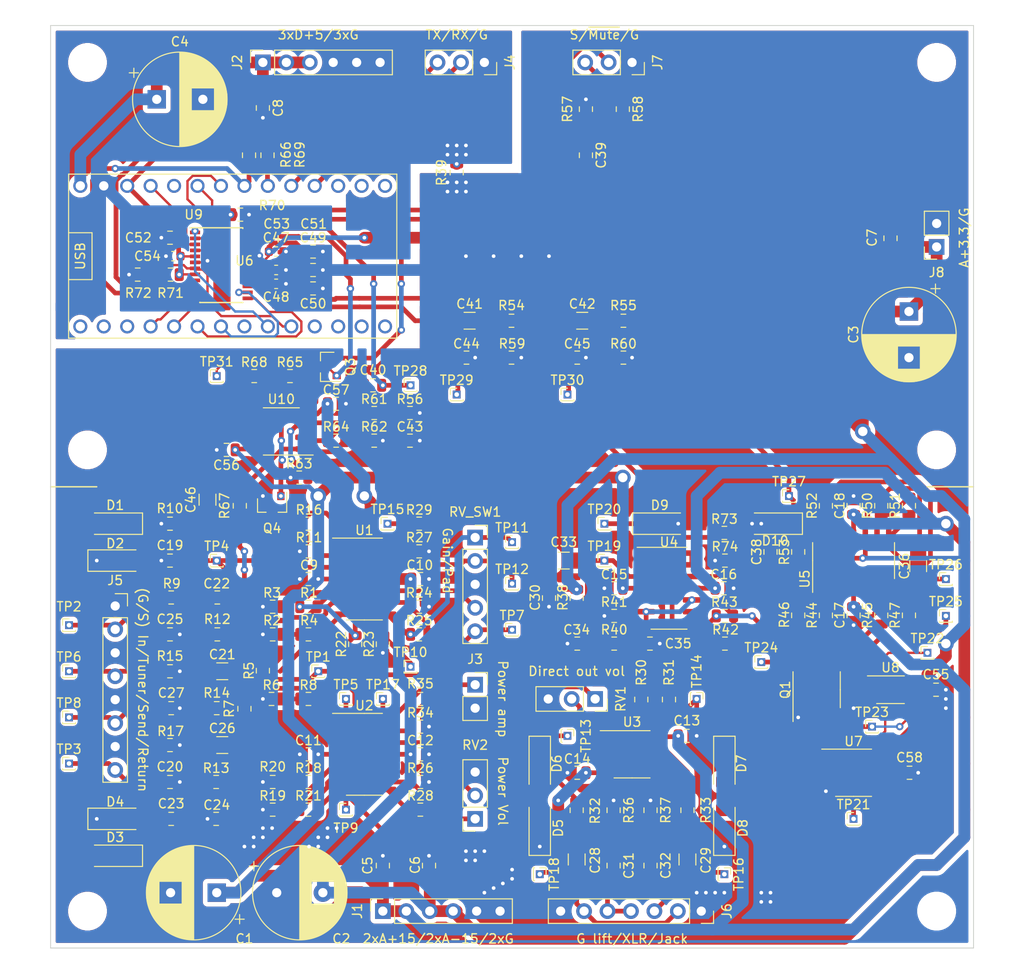
<source format=kicad_pcb>
(kicad_pcb (version 20171130) (host pcbnew 5.1.5+dfsg1-2build2)
  (layers (0 F.Cu signal) (31 B.Cu signal) (34 B.Paste user) (35 F.Paste user) (36 B.SilkS user) (37 F.SilkS user) (38 B.Mask user) (39 F.Mask user) (44 Edge.Cuts user))
  (net 0 "")
  (net 1 GNDA)
  (net 2 A+15V)
  (net 3 A-15V)
  (net 4 A+3.3V)
  (net 5 GNDD)
  (net 6 D+5V)
  (net 7 "Net-(C19-Pad2)")
  (net 8 "Net-(C20-Pad1)")
  (net 9 "Net-(C21-Pad2)")
  (net 10 "Net-(C21-Pad1)")
  (net 11 "Net-(C22-Pad2)")
  (net 12 "Net-(C23-Pad2)")
  (net 13 "Net-(C24-Pad1)")
  (net 14 "Net-(C25-Pad1)")
  (net 15 "Net-(C26-Pad2)")
  (net 16 "Net-(C26-Pad1)")
  (net 17 "Net-(C28-Pad2)")
  (net 18 "Net-(C28-Pad1)")
  (net 19 "Net-(C29-Pad2)")
  (net 20 "Net-(C29-Pad1)")
  (net 21 "Net-(C31-Pad2)")
  (net 22 "Net-(C33-Pad2)")
  (net 23 "Net-(C33-Pad1)")
  (net 24 /analog/octaver_down/REF+1.65V)
  (net 25 "Net-(C36-Pad2)")
  (net 26 "Net-(C36-Pad1)")
  (net 27 "Net-(C38-Pad2)")
  (net 28 /codec/ADC_input_B)
  (net 29 /codec/OUTB)
  (net 30 "Net-(C39-Pad1)")
  (net 31 /codec/OUTA)
  (net 32 "Net-(C40-Pad1)")
  (net 33 "Net-(C41-Pad2)")
  (net 34 /codec/INA)
  (net 35 "Net-(C42-Pad2)")
  (net 36 /codec/INB)
  (net 37 "Net-(C43-Pad2)")
  (net 38 "Net-(C46-Pad2)")
  (net 39 "Net-(C46-Pad1)")
  (net 40 "Net-(C47-Pad1)")
  (net 41 "Net-(C48-Pad2)")
  (net 42 /MCU_3.3V)
  (net 43 "Net-(D1-Pad2)")
  (net 44 "Net-(D3-Pad2)")
  (net 45 "Net-(D5-Pad2)")
  (net 46 "Net-(D6-Pad1)")
  (net 47 "Net-(D7-Pad2)")
  (net 48 "Net-(D7-Pad1)")
  (net 49 /codec/ADC_input_A)
  (net 50 /analog/power_amp_signal)
  (net 51 "Net-(J4-Pad3)")
  (net 52 "Net-(J4-Pad2)")
  (net 53 "Net-(J5-Pad2)")
  (net 54 "Net-(J7-Pad3)")
  (net 55 /codec/~MUTEB)
  (net 56 "Net-(Q1-Pad7)")
  (net 57 "Net-(Q1-Pad5)")
  (net 58 "Net-(Q1-Pad4)")
  (net 59 "Net-(Q1-Pad2)")
  (net 60 "Net-(Q3-Pad3)")
  (net 61 /codec/~MUTEA)
  (net 62 /codec/DAC_output)
  (net 63 "Net-(Q4-Pad1)")
  (net 64 "Net-(R1-Pad2)")
  (net 65 "Net-(R1-Pad1)")
  (net 66 "Net-(R2-Pad1)")
  (net 67 "Net-(R5-Pad1)")
  (net 68 "Net-(R6-Pad1)")
  (net 69 "Net-(R14-Pad2)")
  (net 70 "Net-(R11-Pad1)")
  (net 71 "Net-(R18-Pad1)")
  (net 72 "Net-(R19-Pad1)")
  (net 73 "Net-(R21-Pad1)")
  (net 74 "Net-(R22-Pad1)")
  (net 75 "Net-(R24-Pad1)")
  (net 76 "Net-(R25-Pad1)")
  (net 77 "Net-(R26-Pad1)")
  (net 78 "Net-(R27-Pad1)")
  (net 79 "Net-(R28-Pad1)")
  (net 80 "Net-(R30-Pad2)")
  (net 81 "Net-(R34-Pad1)")
  (net 82 "Net-(R42-Pad1)")
  (net 83 "Net-(R43-Pad1)")
  (net 84 "Net-(R46-Pad2)")
  (net 85 "Net-(R47-Pad1)")
  (net 86 "Net-(R50-Pad1)")
  (net 87 "Net-(R51-Pad1)")
  (net 88 "Net-(R62-Pad1)")
  (net 89 /SCL)
  (net 90 /SDA)
  (net 91 /SDOUT)
  (net 92 "Net-(RV1-Pad2)")
  (net 93 "Net-(RV_SW1-Pad2)")
  (net 94 "Net-(TP21-Pad1)")
  (net 95 /MCLK)
  (net 96 "Net-(U6-Pad22)")
  (net 97 /SCLK)
  (net 98 /LRCLK)
  (net 99 "Net-(U6-Pad14)")
  (net 100 "Net-(U6-Pad13)")
  (net 101 "Net-(U6-Pad12)")
  (net 102 "Net-(U6-Pad11)")
  (net 103 "Net-(U6-Pad10)")
  (net 104 "Net-(U6-Pad9)")
  (net 105 /SDIN)
  (net 106 "Net-(U6-Pad6)")
  (net 107 /codec/~RST)
  (net 108 /codec/AD2)
  (net 109 /codec/AD1)
  (net 110 /codec/AD0)
  (net 111 "Net-(U6-Pad1)")
  (net 112 "Net-(U6-Pad0)")
  (net 113 "Net-(U6-PadGND_1)")
  (net 114 "Net-(U6-Pad15)")
  (net 115 "Net-(RV2-Pad2)")
  (net 116 /analog/octaver_down/half_signal_in)
  (net 117 "Net-(R73-Pad1)")
  (net 118 "Net-(R40-Pad1)")
  (module bass_amplifier:Teensy_4.0 (layer F.Cu) (at 41 45)
    (fp_text reference U6 (at 0 0.5) (layer F.SilkS))
    (fp_text value Teensy_4.0)
    (fp_text user USB (at -17.78 0 90) (layer F.SilkS))
    (pad VIN thru_hole circle (at -17.78 -7.62) (size 1.524 1.524) (drill 1.016) (layers *.Cu *.Mask) (net 6 D+5V))
    (pad GND_2 thru_hole circle (at -15.24 -7.62) (size 1.524 1.524) (drill 1.016) (layers *.Cu *.Mask) (net 5 GNDD))
    (pad 3V3_1 thru_hole circle (at -12.7 -7.62) (size 1.524 1.524) (drill 1.016) (layers *.Cu *.Mask) (net 42 /MCU_3.3V))
    (pad 23 thru_hole circle (at -10.16 -7.62) (size 1.524 1.524) (drill 1.016) (layers *.Cu *.Mask) (net 95 /MCLK))
    (pad 22 thru_hole circle (at -7.62 -7.62) (size 1.524 1.524) (drill 1.016) (layers *.Cu *.Mask) (net 96 "Net-(U6-Pad22)"))
    (pad 21 thru_hole circle (at -5.08 -7.62) (size 1.524 1.524) (drill 1.016) (layers *.Cu *.Mask) (net 97 /SCLK))
    (pad 20 thru_hole circle (at -2.54 -7.62) (size 1.524 1.524) (drill 1.016) (layers *.Cu *.Mask) (net 98 /LRCLK))
    (pad 19 thru_hole circle (at 0 -7.62) (size 1.524 1.524) (drill 1.016) (layers *.Cu *.Mask) (net 89 /SCL))
    (pad 18 thru_hole circle (at 2.54 -7.62) (size 1.524 1.524) (drill 1.016) (layers *.Cu *.Mask) (net 90 /SDA))
    (pad 17 thru_hole circle (at 5.08 -7.62) (size 1.524 1.524) (drill 1.016) (layers *.Cu *.Mask) (net 51 "Net-(J4-Pad3)"))
    (pad 16 thru_hole circle (at 7.62 -7.62) (size 1.524 1.524) (drill 1.016) (layers *.Cu *.Mask) (net 52 "Net-(J4-Pad2)"))
    (pad 15 thru_hole circle (at 10.16 -7.62) (size 1.524 1.524) (drill 1.016) (layers *.Cu *.Mask) (net 114 "Net-(U6-Pad15)"))
    (pad 14 thru_hole circle (at 12.7 -7.62) (size 1.524 1.524) (drill 1.016) (layers *.Cu *.Mask) (net 99 "Net-(U6-Pad14)"))
    (pad 13 thru_hole circle (at 15.24 -7.62) (size 1.524 1.524) (drill 1.016) (layers *.Cu *.Mask) (net 100 "Net-(U6-Pad13)"))
    (pad 12 thru_hole circle (at 15.24 7.62) (size 1.524 1.524) (drill 1.016) (layers *.Cu *.Mask) (net 101 "Net-(U6-Pad12)"))
    (pad 11 thru_hole circle (at 12.7 7.62) (size 1.524 1.524) (drill 1.016) (layers *.Cu *.Mask) (net 102 "Net-(U6-Pad11)"))
    (pad 10 thru_hole circle (at 10.16 7.62) (size 1.524 1.524) (drill 1.016) (layers *.Cu *.Mask) (net 103 "Net-(U6-Pad10)"))
    (pad 9 thru_hole circle (at 7.62 7.62) (size 1.524 1.524) (drill 1.016) (layers *.Cu *.Mask) (net 104 "Net-(U6-Pad9)"))
    (pad 8 thru_hole circle (at 5.08 7.62) (size 1.524 1.524) (drill 1.016) (layers *.Cu *.Mask) (net 91 /SDOUT))
    (pad 7 thru_hole circle (at 2.54 7.62) (size 1.524 1.524) (drill 1.016) (layers *.Cu *.Mask) (net 105 /SDIN))
    (pad 6 thru_hole circle (at 0 7.62) (size 1.524 1.524) (drill 1.016) (layers *.Cu *.Mask) (net 106 "Net-(U6-Pad6)"))
    (pad 5 thru_hole circle (at -2.54 7.62) (size 1.524 1.524) (drill 1.016) (layers *.Cu *.Mask) (net 107 /codec/~RST))
    (pad 4 thru_hole circle (at -5.08 7.62) (size 1.524 1.524) (drill 1.016) (layers *.Cu *.Mask) (net 108 /codec/AD2))
    (pad 3 thru_hole circle (at -7.62 7.62) (size 1.524 1.524) (drill 1.016) (layers *.Cu *.Mask) (net 109 /codec/AD1))
    (pad 2 thru_hole circle (at -10.16 7.62) (size 1.524 1.524) (drill 1.016) (layers *.Cu *.Mask) (net 110 /codec/AD0))
    (pad 1 thru_hole circle (at -12.7 7.62) (size 1.524 1.524) (drill 1.016) (layers *.Cu *.Mask) (net 111 "Net-(U6-Pad1)"))
    (pad 0 thru_hole circle (at -15.24 7.62) (size 1.524 1.524) (drill 1.016) (layers *.Cu *.Mask) (net 112 "Net-(U6-Pad0)"))
    (pad GND_1 thru_hole circle (at -17.78 7.62) (size 1.524 1.524) (drill 1.016) (layers *.Cu *.Mask) (net 113 "Net-(U6-PadGND_1)"))
  )
  (module Package_SO:TSSOP-24_4.4x7.8mm_P0.65mm (layer F.Cu) (at 38.5 46)
    (fp_text reference U9 (at -3 -5.5) (layer F.SilkS))
    (fp_text value CS4270)
    (pad 24 smd rect (at 2.85 -3.575) (size 1.1 0.4) (layers F.Cu F.Paste F.Mask) (net 55 /codec/~MUTEB))
    (pad 23 smd rect (at 2.85 -2.925) (size 1.1 0.4) (layers F.Cu F.Paste F.Mask) (net 29 /codec/OUTB))
    (pad 22 smd rect (at 2.85 -2.275) (size 1.1 0.4) (layers F.Cu F.Paste F.Mask) (net 31 /codec/OUTA))
    (pad 21 smd rect (at 2.85 -1.625) (size 1.1 0.4) (layers F.Cu F.Paste F.Mask) (net 61 /codec/~MUTEA))
    (pad 20 smd rect (at 2.85 -0.975) (size 1.1 0.4) (layers F.Cu F.Paste F.Mask) (net 1 GNDA))
    (pad 19 smd rect (at 2.85 -0.325) (size 1.1 0.4) (layers F.Cu F.Paste F.Mask) (net 4 A+3.3V))
    (pad 18 smd rect (at 2.85 0.325) (size 1.1 0.4) (layers F.Cu F.Paste F.Mask) (net 40 "Net-(C47-Pad1)"))
    (pad 17 smd rect (at 2.85 0.975) (size 1.1 0.4) (layers F.Cu F.Paste F.Mask) (net 41 "Net-(C48-Pad2)"))
    (pad 16 smd rect (at 2.85 1.625) (size 1.1 0.4) (layers F.Cu F.Paste F.Mask) (net 36 /codec/INB))
    (pad 15 smd rect (at 2.85 2.275) (size 1.1 0.4) (layers F.Cu F.Paste F.Mask) (net 34 /codec/INA))
    (pad 14 smd rect (at 2.85 2.925) (size 1.1 0.4) (layers F.Cu F.Paste F.Mask) (net 107 /codec/~RST))
    (pad 13 smd rect (at 2.85 3.575) (size 1.1 0.4) (layers F.Cu F.Paste F.Mask) (net 108 /codec/AD2))
    (pad 12 smd rect (at -2.85 3.575) (size 1.1 0.4) (layers F.Cu F.Paste F.Mask) (net 109 /codec/AD1))
    (pad 11 smd rect (at -2.85 2.925) (size 1.1 0.4) (layers F.Cu F.Paste F.Mask) (net 110 /codec/AD0))
    (pad 10 smd rect (at -2.85 2.275) (size 1.1 0.4) (layers F.Cu F.Paste F.Mask) (net 89 /SCL))
    (pad 9 smd rect (at -2.85 1.625) (size 1.1 0.4) (layers F.Cu F.Paste F.Mask) (net 90 /SDA))
    (pad 8 smd rect (at -2.85 0.975) (size 1.1 0.4) (layers F.Cu F.Paste F.Mask) (net 42 /MCU_3.3V))
    (pad 7 smd rect (at -2.85 0.325) (size 1.1 0.4) (layers F.Cu F.Paste F.Mask) (net 91 /SDOUT))
    (pad 6 smd rect (at -2.85 -0.325) (size 1.1 0.4) (layers F.Cu F.Paste F.Mask) (net 5 GNDD))
    (pad 5 smd rect (at -2.85 -0.975) (size 1.1 0.4) (layers F.Cu F.Paste F.Mask) (net 42 /MCU_3.3V))
    (pad 4 smd rect (at -2.85 -1.625) (size 1.1 0.4) (layers F.Cu F.Paste F.Mask) (net 97 /SCLK))
    (pad 3 smd rect (at -2.85 -2.275) (size 1.1 0.4) (layers F.Cu F.Paste F.Mask) (net 95 /MCLK))
    (pad 2 smd rect (at -2.85 -2.925) (size 1.1 0.4) (layers F.Cu F.Paste F.Mask) (net 98 /LRCLK))
    (pad 1 smd rect (at -2.85 -3.575) (size 1.1 0.4) (layers F.Cu F.Paste F.Mask) (net 105 /SDIN))
  )
  (module Resistor_SMD:R_0805_2012Metric (layer F.Cu) (at 40.5625 40.5 180)
    (fp_text reference R70 (at -3.4375 1) (layer F.SilkS))
    (fp_text value 0)
    (pad 2 smd roundrect (at 0.9375 0 180) (size 0.975 1.4) (layers F.Cu F.Paste F.Mask) (net 5 GNDD))
    (pad 1 smd roundrect (at -0.9375 0 180) (size 0.975 1.4) (layers F.Cu F.Paste F.Mask) (net 1 GNDA))
  )
  (module Capacitor_SMD:C_0603_1608Metric (layer F.Cu) (at 33.2875 45 180)
    (fp_text reference C54 (at 2.7875 0) (layer F.SilkS))
    (fp_text value 0.1µF/25V)
    (pad 2 smd roundrect (at 0.7875 0 180) (size 0.875 0.95) (layers F.Cu F.Paste F.Mask) (net 5 GNDD))
    (pad 1 smd roundrect (at -0.7875 0 180) (size 0.875 0.95) (layers F.Cu F.Paste F.Mask) (net 42 /MCU_3.3V))
  )
  (module Capacitor_SMD:C_0603_1608Metric (layer F.Cu) (at 44.4375 44.5)
    (fp_text reference C53 (at 0.0625 -3) (layer F.SilkS))
    (fp_text value 0.1µF/25V)
    (pad 2 smd roundrect (at 0.7875 0) (size 0.875 0.95) (layers F.Cu F.Paste F.Mask) (net 1 GNDA))
    (pad 1 smd roundrect (at -0.7875 0) (size 0.875 0.95) (layers F.Cu F.Paste F.Mask) (net 4 A+3.3V))
  )
  (module Capacitor_SMD:C_0603_1608Metric (layer F.Cu) (at 44.4375 48 180)
    (fp_text reference C48 (at 0 -1.43) (layer F.SilkS))
    (fp_text value 0.1µF/25V)
    (pad 2 smd roundrect (at 0.7875 0 180) (size 0.875 0.95) (layers F.Cu F.Paste F.Mask) (net 41 "Net-(C48-Pad2)"))
    (pad 1 smd roundrect (at -0.7875 0 180) (size 0.875 0.95) (layers F.Cu F.Paste F.Mask) (net 1 GNDA))
  )
  (module Capacitor_SMD:C_0603_1608Metric (layer F.Cu) (at 44.4375 46.5)
    (fp_text reference C47 (at 0 -3.5) (layer F.SilkS))
    (fp_text value 0.1µF/25V)
    (pad 2 smd roundrect (at 0.7875 0) (size 0.875 0.95) (layers F.Cu F.Paste F.Mask) (net 1 GNDA))
    (pad 1 smd roundrect (at -0.7875 0) (size 0.875 0.95) (layers F.Cu F.Paste F.Mask) (net 40 "Net-(C47-Pad1)"))
  )
  (module Resistor_SMD:R_0805_2012Metric (layer F.Cu) (at 64 35.9375 90)
    (fp_text reference R39 (at 0 -1.65 90) (layer F.SilkS))
    (fp_text value 0)
    (pad 2 smd roundrect (at 0.9375 0 90) (size 0.975 1.4) (layers F.Cu F.Paste F.Mask) (net 5 GNDD))
    (pad 1 smd roundrect (at -0.9375 0 90) (size 0.975 1.4) (layers F.Cu F.Paste F.Mask) (net 1 GNDA))
  )
  (module Capacitor_SMD:C_0805_2012Metric (layer F.Cu) (at 113.0625 101)
    (fp_text reference C58 (at 0 -1.65) (layer F.SilkS))
    (fp_text value "2.2µF/25V/UL ESR")
    (pad 2 smd roundrect (at 0.9375 0) (size 0.975 1.4) (layers F.Cu F.Paste F.Mask) (net 1 GNDA))
    (pad 1 smd roundrect (at -0.9375 0) (size 0.975 1.4) (layers F.Cu F.Paste F.Mask) (net 4 A+3.3V))
  )
  (module MountingHole:MountingHole_3.2mm_M3 (layer F.Cu) (at 24 66)
    (fp_text reference REF** hide)
    (fp_text value MountingHole_3.2mm_M3)
    (pad 1 np_thru_hole circle (at 0 0) (size 3.2 3.2) (drill 3.2) (layers *.Cu *.Mask))
  )
  (module MountingHole:MountingHole_3.2mm_M3 (layer F.Cu) (at 116 66)
    (fp_text reference REF** hide)
    (fp_text value MountingHole_3.2mm_M3)
    (pad 1 np_thru_hole circle (at 0 0) (size 3.2 3.2) (drill 3.2) (layers *.Cu *.Mask))
  )
  (module MountingHole:MountingHole_3.2mm_M3 (layer F.Cu) (at 116 24)
    (fp_text reference REF** hide)
    (fp_text value MountingHole_3.2mm_M3)
    (pad 1 np_thru_hole circle (at 0 0) (size 3.2 3.2) (drill 3.2) (layers *.Cu *.Mask))
  )
  (module MountingHole:MountingHole_3.2mm_M3 (layer F.Cu) (at 24 116)
    (fp_text reference REF** hide)
    (fp_text value MountingHole_3.2mm_M3)
    (pad 1 np_thru_hole circle (at 0 0) (size 3.2 3.2) (drill 3.2) (layers *.Cu *.Mask))
  )
  (module MountingHole:MountingHole_3.2mm_M3 (layer F.Cu) (at 116 116)
    (fp_text reference REF** hide)
    (fp_text value MountingHole_3.2mm_M3)
    (pad 1 np_thru_hole circle (at 0 0) (size 3.2 3.2) (drill 3.2) (layers *.Cu *.Mask))
  )
  (module MountingHole:MountingHole_3.2mm_M3 (layer F.Cu) (at 24 24)
    (fp_text reference REF** hide)
    (fp_text value MountingHole_3.2mm_M3)
    (pad 1 np_thru_hole circle (at 0 0) (size 3.2 3.2) (drill 3.2) (layers *.Cu *.Mask))
  )
  (module Package_SO:SOIC-8_3.9x4.9mm_P1.27mm (layer F.Cu) (at 45 64 180)
    (fp_text reference U10 (at 0 3.5) (layer F.SilkS))
    (fp_text value TL072)
    (pad 8 smd roundrect (at 2.475 -1.905 180) (size 1.95 0.6) (layers F.Cu F.Paste F.Mask) (net 2 A+15V))
    (pad 7 smd roundrect (at 2.475 -0.635 180) (size 1.95 0.6) (layers F.Cu F.Paste F.Mask))
    (pad 6 smd roundrect (at 2.475 0.635 180) (size 1.95 0.6) (layers F.Cu F.Paste F.Mask))
    (pad 5 smd roundrect (at 2.475 1.905 180) (size 1.95 0.6) (layers F.Cu F.Paste F.Mask))
    (pad 4 smd roundrect (at -2.475 1.905 180) (size 1.95 0.6) (layers F.Cu F.Paste F.Mask) (net 3 A-15V))
    (pad 3 smd roundrect (at -2.475 0.635 180) (size 1.95 0.6) (layers F.Cu F.Paste F.Mask) (net 37 "Net-(C43-Pad2)"))
    (pad 2 smd roundrect (at -2.475 -0.635 180) (size 1.95 0.6) (layers F.Cu F.Paste F.Mask) (net 88 "Net-(R62-Pad1)"))
    (pad 1 smd roundrect (at -2.475 -1.905 180) (size 1.95 0.6) (layers F.Cu F.Paste F.Mask) (net 38 "Net-(C46-Pad2)"))
  )
  (module Capacitor_SMD:C_0805_2012Metric (layer F.Cu) (at 50.9375 61)
    (fp_text reference C57 (at 0 -1.5) (layer F.SilkS))
    (fp_text value "2.2µF/25V/UL ESR")
    (pad 2 smd roundrect (at 0.9375 0) (size 0.975 1.4) (layers F.Cu F.Paste F.Mask) (net 1 GNDA))
    (pad 1 smd roundrect (at -0.9375 0) (size 0.975 1.4) (layers F.Cu F.Paste F.Mask) (net 3 A-15V))
  )
  (module Capacitor_SMD:C_0805_2012Metric (layer F.Cu) (at 39.0625 66 180)
    (fp_text reference C56 (at 0 -1.65) (layer F.SilkS))
    (fp_text value "2.2µF/25V/UL ESR")
    (pad 2 smd roundrect (at 0.9375 0 180) (size 0.975 1.4) (layers F.Cu F.Paste F.Mask) (net 1 GNDA))
    (pad 1 smd roundrect (at -0.9375 0 180) (size 0.975 1.4) (layers F.Cu F.Paste F.Mask) (net 2 A+15V))
  )
  (module Resistor_SMD:R_0805_2012Metric (layer F.Cu) (at 93.0625 78)
    (fp_text reference R74 (at 0 -1.5) (layer F.SilkS))
    (fp_text value 10k)
    (pad 2 smd roundrect (at 0.9375 0) (size 0.975 1.4) (layers F.Cu F.Paste F.Mask) (net 117 "Net-(R73-Pad1)"))
    (pad 1 smd roundrect (at -0.9375 0) (size 0.975 1.4) (layers F.Cu F.Paste F.Mask) (net 1 GNDA))
  )
  (module Resistor_SMD:R_0805_2012Metric (layer F.Cu) (at 93 75 180)
    (fp_text reference R73 (at 0 1.5) (layer F.SilkS))
    (fp_text value 10k)
    (pad 2 smd roundrect (at 0.9375 0 180) (size 0.975 1.4) (layers F.Cu F.Paste F.Mask) (net 49 /codec/ADC_input_A))
    (pad 1 smd roundrect (at -0.9375 0 180) (size 0.975 1.4) (layers F.Cu F.Paste F.Mask) (net 117 "Net-(R73-Pad1)"))
  )
  (module Connector_PinHeader_1.00mm:PinHeader_1x01_P1.00mm_Vertical (layer F.Cu) (at 70 76)
    (fp_text reference TP11 (at 0 -1.56) (layer F.SilkS))
    (fp_text value TP)
    (pad 1 thru_hole rect (at 0 0) (size 0.85 0.85) (drill 0.5) (layers *.Cu *.Mask) (net 76 "Net-(R25-Pad1)"))
  )
  (module Connector_PinSocket_2.54mm:PinSocket_1x02_P2.54mm_Vertical (layer F.Cu) (at 116 44 180)
    (fp_text reference J8 (at 0 -2.77) (layer F.SilkS))
    (fp_text value Conn_01x02_Male)
    (pad 2 thru_hole oval (at 0 2.54 180) (size 1.7 1.7) (drill 1) (layers *.Cu *.Mask) (net 1 GNDA))
    (pad 1 thru_hole rect (at 0 0 180) (size 1.7 1.7) (drill 1) (layers *.Cu *.Mask) (net 4 A+3.3V))
  )
  (module Connector_PinSocket_2.54mm:PinSocket_1x06_P2.54mm_Vertical (layer F.Cu) (at 56 116 90)
    (fp_text reference J1 (at 0 -2.77 90) (layer F.SilkS))
    (fp_text value Conn_01x06_Male)
    (pad 6 thru_hole oval (at 0 12.7 90) (size 1.7 1.7) (drill 1) (layers *.Cu *.Mask) (net 1 GNDA))
    (pad 5 thru_hole oval (at 0 10.16 90) (size 1.7 1.7) (drill 1) (layers *.Cu *.Mask) (net 1 GNDA))
    (pad 4 thru_hole oval (at 0 7.62 90) (size 1.7 1.7) (drill 1) (layers *.Cu *.Mask) (net 3 A-15V))
    (pad 3 thru_hole oval (at 0 5.08 90) (size 1.7 1.7) (drill 1) (layers *.Cu *.Mask) (net 3 A-15V))
    (pad 2 thru_hole oval (at 0 2.54 90) (size 1.7 1.7) (drill 1) (layers *.Cu *.Mask) (net 2 A+15V))
    (pad 1 thru_hole rect (at 0 0 90) (size 1.7 1.7) (drill 1) (layers *.Cu *.Mask) (net 2 A+15V))
  )
  (module Connector_PinSocket_2.54mm:PinSocket_1x03_P2.54mm_Vertical (layer F.Cu) (at 66 106 180)
    (fp_text reference RV2 (at 0 8) (layer F.SilkS))
    (fp_text value R_POT)
    (pad 3 thru_hole oval (at 0 5.08 180) (size 1.7 1.7) (drill 1) (layers *.Cu *.Mask) (net 1 GNDA))
    (pad 2 thru_hole oval (at 0 2.54 180) (size 1.7 1.7) (drill 1) (layers *.Cu *.Mask) (net 115 "Net-(RV2-Pad2)"))
    (pad 1 thru_hole rect (at 0 0 180) (size 1.7 1.7) (drill 1) (layers *.Cu *.Mask) (net 79 "Net-(R28-Pad1)"))
  )
  (module Connector_PinSocket_2.54mm:PinSocket_1x03_P2.54mm_Vertical (layer F.Cu) (at 79 93 270)
    (fp_text reference RV1 (at 0 -2.77 90) (layer F.SilkS))
    (fp_text value R_POT)
    (pad 3 thru_hole oval (at 0 5.08 270) (size 1.7 1.7) (drill 1) (layers *.Cu *.Mask) (net 1 GNDA))
    (pad 2 thru_hole oval (at 0 2.54 270) (size 1.7 1.7) (drill 1) (layers *.Cu *.Mask) (net 92 "Net-(RV1-Pad2)"))
    (pad 1 thru_hole rect (at 0 0 270) (size 1.7 1.7) (drill 1) (layers *.Cu *.Mask) (net 73 "Net-(R21-Pad1)"))
  )
  (module Package_SO:SSOP-8_2.95x2.8mm_P0.65mm (layer F.Cu) (at 111 92)
    (fp_text reference U8 (at 0 -2.4) (layer F.SilkS))
    (fp_text value SN74AUC1G74)
    (pad 8 smd rect (at 1.7 -0.975 270) (size 0.3 1.6) (layers F.Cu F.Paste F.Mask) (net 4 A+3.3V))
    (pad 7 smd rect (at 1.7 -0.325 270) (size 0.3 1.6) (layers F.Cu F.Paste F.Mask) (net 4 A+3.3V))
    (pad 6 smd rect (at 1.7 0.325 270) (size 0.3 1.6) (layers F.Cu F.Paste F.Mask) (net 4 A+3.3V))
    (pad 5 smd rect (at 1.7 0.975 270) (size 0.3 1.6) (layers F.Cu F.Paste F.Mask) (net 58 "Net-(Q1-Pad4)"))
    (pad 4 smd rect (at -1.7 0.975 270) (size 0.3 1.6) (layers F.Cu F.Paste F.Mask) (net 1 GNDA))
    (pad 3 smd rect (at -1.7 0.325 270) (size 0.3 1.6) (layers F.Cu F.Paste F.Mask) (net 59 "Net-(Q1-Pad2)"))
    (pad 2 smd rect (at -1.7 -0.325 270) (size 0.3 1.6) (layers F.Cu F.Paste F.Mask) (net 59 "Net-(Q1-Pad2)"))
    (pad 1 smd rect (at -1.7 -0.975 270) (size 0.3 1.6) (layers F.Cu F.Paste F.Mask) (net 94 "Net-(TP21-Pad1)"))
  )
  (module Package_SO:SOIC-8_3.9x4.9mm_P1.27mm (layer F.Cu) (at 107 101)
    (fp_text reference U7 (at 0 -3.4) (layer F.SilkS))
    (fp_text value MCP6541)
    (pad 8 smd roundrect (at 2.475 -1.905) (size 1.95 0.6) (layers F.Cu F.Paste F.Mask))
    (pad 7 smd roundrect (at 2.475 -0.635) (size 1.95 0.6) (layers F.Cu F.Paste F.Mask) (net 4 A+3.3V))
    (pad 6 smd roundrect (at 2.475 0.635) (size 1.95 0.6) (layers F.Cu F.Paste F.Mask) (net 94 "Net-(TP21-Pad1)"))
    (pad 5 smd roundrect (at 2.475 1.905) (size 1.95 0.6) (layers F.Cu F.Paste F.Mask))
    (pad 4 smd roundrect (at -2.475 1.905) (size 1.95 0.6) (layers F.Cu F.Paste F.Mask) (net 1 GNDA))
    (pad 3 smd roundrect (at -2.475 0.635) (size 1.95 0.6) (layers F.Cu F.Paste F.Mask) (net 116 /analog/octaver_down/half_signal_in))
    (pad 2 smd roundrect (at -2.475 -0.635) (size 1.95 0.6) (layers F.Cu F.Paste F.Mask) (net 24 /analog/octaver_down/REF+1.65V))
    (pad 1 smd roundrect (at -2.475 -1.905) (size 1.95 0.6) (layers F.Cu F.Paste F.Mask))
  )
  (module Package_SO:SOIC-14_3.9x8.7mm_P1.27mm (layer F.Cu) (at 107 78 90)
    (fp_text reference U5 (at -2 -5.28 90) (layer F.SilkS))
    (fp_text value TL074)
    (pad 14 smd roundrect (at 2.475 -3.81 90) (size 1.95 0.6) (layers F.Cu F.Paste F.Mask) (net 28 /codec/ADC_input_B))
    (pad 13 smd roundrect (at 2.475 -2.54 90) (size 1.95 0.6) (layers F.Cu F.Paste F.Mask) (net 27 "Net-(C38-Pad2)"))
    (pad 12 smd roundrect (at 2.475 -1.27 90) (size 1.95 0.6) (layers F.Cu F.Paste F.Mask) (net 4 A+3.3V))
    (pad 11 smd roundrect (at 2.475 0 90) (size 1.95 0.6) (layers F.Cu F.Paste F.Mask) (net 3 A-15V))
    (pad 10 smd roundrect (at 2.475 1.27 90) (size 1.95 0.6) (layers F.Cu F.Paste F.Mask) (net 4 A+3.3V))
    (pad 9 smd roundrect (at 2.475 2.54 90) (size 1.95 0.6) (layers F.Cu F.Paste F.Mask) (net 86 "Net-(R50-Pad1)"))
    (pad 8 smd roundrect (at 2.475 3.81 90) (size 1.95 0.6) (layers F.Cu F.Paste F.Mask) (net 87 "Net-(R51-Pad1)"))
    (pad 7 smd roundrect (at -2.475 3.81 90) (size 1.95 0.6) (layers F.Cu F.Paste F.Mask) (net 85 "Net-(R47-Pad1)"))
    (pad 6 smd roundrect (at -2.475 2.54 90) (size 1.95 0.6) (layers F.Cu F.Paste F.Mask) (net 85 "Net-(R47-Pad1)"))
    (pad 5 smd roundrect (at -2.475 1.27 90) (size 1.95 0.6) (layers F.Cu F.Paste F.Mask) (net 57 "Net-(Q1-Pad5)"))
    (pad 4 smd roundrect (at -2.475 0 90) (size 1.95 0.6) (layers F.Cu F.Paste F.Mask) (net 2 A+15V))
    (pad 3 smd roundrect (at -2.475 -1.27 90) (size 1.95 0.6) (layers F.Cu F.Paste F.Mask) (net 56 "Net-(Q1-Pad7)"))
    (pad 2 smd roundrect (at -2.475 -2.54 90) (size 1.95 0.6) (layers F.Cu F.Paste F.Mask) (net 84 "Net-(R46-Pad2)"))
    (pad 1 smd roundrect (at -2.475 -3.81 90) (size 1.95 0.6) (layers F.Cu F.Paste F.Mask) (net 84 "Net-(R46-Pad2)"))
  )
  (module Package_SO:SOIC-14_3.9x8.7mm_P1.27mm (layer F.Cu) (at 87 81)
    (fp_text reference U4 (at 0 -5) (layer F.SilkS))
    (fp_text value TL074)
    (pad 14 smd roundrect (at 2.475 -3.81) (size 1.95 0.6) (layers F.Cu F.Paste F.Mask) (net 116 /analog/octaver_down/half_signal_in))
    (pad 13 smd roundrect (at 2.475 -2.54) (size 1.95 0.6) (layers F.Cu F.Paste F.Mask) (net 116 /analog/octaver_down/half_signal_in))
    (pad 12 smd roundrect (at 2.475 -1.27) (size 1.95 0.6) (layers F.Cu F.Paste F.Mask) (net 117 "Net-(R73-Pad1)"))
    (pad 11 smd roundrect (at 2.475 0) (size 1.95 0.6) (layers F.Cu F.Paste F.Mask) (net 3 A-15V))
    (pad 10 smd roundrect (at 2.475 1.27) (size 1.95 0.6) (layers F.Cu F.Paste F.Mask) (net 24 /analog/octaver_down/REF+1.65V))
    (pad 9 smd roundrect (at 2.475 2.54) (size 1.95 0.6) (layers F.Cu F.Paste F.Mask) (net 82 "Net-(R42-Pad1)"))
    (pad 8 smd roundrect (at 2.475 3.81) (size 1.95 0.6) (layers F.Cu F.Paste F.Mask) (net 83 "Net-(R43-Pad1)"))
    (pad 7 smd roundrect (at -2.475 3.81) (size 1.95 0.6) (layers F.Cu F.Paste F.Mask) (net 24 /analog/octaver_down/REF+1.65V))
    (pad 6 smd roundrect (at -2.475 2.54) (size 1.95 0.6) (layers F.Cu F.Paste F.Mask) (net 24 /analog/octaver_down/REF+1.65V))
    (pad 5 smd roundrect (at -2.475 1.27) (size 1.95 0.6) (layers F.Cu F.Paste F.Mask) (net 118 "Net-(R40-Pad1)"))
    (pad 4 smd roundrect (at -2.475 0) (size 1.95 0.6) (layers F.Cu F.Paste F.Mask) (net 2 A+15V))
    (pad 3 smd roundrect (at -2.475 -1.27) (size 1.95 0.6) (layers F.Cu F.Paste F.Mask) (net 23 "Net-(C33-Pad1)"))
    (pad 2 smd roundrect (at -2.475 -2.54) (size 1.95 0.6) (layers F.Cu F.Paste F.Mask) (net 49 /codec/ADC_input_A))
    (pad 1 smd roundrect (at -2.475 -3.81) (size 1.95 0.6) (layers F.Cu F.Paste F.Mask) (net 49 /codec/ADC_input_A))
  )
  (module Package_SO:SOIC-8_3.9x4.9mm_P1.27mm (layer F.Cu) (at 83 99)
    (fp_text reference U3 (at 0 -3.5) (layer F.SilkS))
    (fp_text value TL072)
    (pad 8 smd roundrect (at 2.475 -1.905) (size 1.95 0.6) (layers F.Cu F.Paste F.Mask) (net 2 A+15V))
    (pad 7 smd roundrect (at 2.475 -0.635) (size 1.95 0.6) (layers F.Cu F.Paste F.Mask) (net 48 "Net-(D7-Pad1)"))
    (pad 6 smd roundrect (at 2.475 0.635) (size 1.95 0.6) (layers F.Cu F.Paste F.Mask) (net 80 "Net-(R30-Pad2)"))
    (pad 5 smd roundrect (at 2.475 1.905) (size 1.95 0.6) (layers F.Cu F.Paste F.Mask) (net 1 GNDA))
    (pad 4 smd roundrect (at -2.475 1.905) (size 1.95 0.6) (layers F.Cu F.Paste F.Mask) (net 3 A-15V))
    (pad 3 smd roundrect (at -2.475 0.635) (size 1.95 0.6) (layers F.Cu F.Paste F.Mask) (net 92 "Net-(RV1-Pad2)"))
    (pad 2 smd roundrect (at -2.475 -0.635) (size 1.95 0.6) (layers F.Cu F.Paste F.Mask) (net 46 "Net-(D6-Pad1)"))
    (pad 1 smd roundrect (at -2.475 -1.905) (size 1.95 0.6) (layers F.Cu F.Paste F.Mask) (net 46 "Net-(D6-Pad1)"))
  )
  (module Package_SO:SOIC-14_3.9x8.7mm_P1.27mm (layer F.Cu) (at 54 99)
    (fp_text reference U2 (at 0 -5.28) (layer F.SilkS))
    (fp_text value TL074)
    (pad 14 smd roundrect (at 2.475 -3.81) (size 1.95 0.6) (layers F.Cu F.Paste F.Mask) (net 50 /analog/power_amp_signal))
    (pad 13 smd roundrect (at 2.475 -2.54) (size 1.95 0.6) (layers F.Cu F.Paste F.Mask) (net 81 "Net-(R34-Pad1)"))
    (pad 12 smd roundrect (at 2.475 -1.27) (size 1.95 0.6) (layers F.Cu F.Paste F.Mask) (net 115 "Net-(RV2-Pad2)"))
    (pad 11 smd roundrect (at 2.475 0) (size 1.95 0.6) (layers F.Cu F.Paste F.Mask) (net 3 A-15V))
    (pad 10 smd roundrect (at 2.475 1.27) (size 1.95 0.6) (layers F.Cu F.Paste F.Mask) (net 73 "Net-(R21-Pad1)"))
    (pad 9 smd roundrect (at 2.475 2.54) (size 1.95 0.6) (layers F.Cu F.Paste F.Mask) (net 77 "Net-(R26-Pad1)"))
    (pad 8 smd roundrect (at 2.475 3.81) (size 1.95 0.6) (layers F.Cu F.Paste F.Mask) (net 79 "Net-(R28-Pad1)"))
    (pad 7 smd roundrect (at -2.475 3.81) (size 1.95 0.6) (layers F.Cu F.Paste F.Mask) (net 73 "Net-(R21-Pad1)"))
    (pad 6 smd roundrect (at -2.475 2.54) (size 1.95 0.6) (layers F.Cu F.Paste F.Mask) (net 72 "Net-(R19-Pad1)"))
    (pad 5 smd roundrect (at -2.475 1.27) (size 1.95 0.6) (layers F.Cu F.Paste F.Mask) (net 71 "Net-(R18-Pad1)"))
    (pad 4 smd roundrect (at -2.475 0) (size 1.95 0.6) (layers F.Cu F.Paste F.Mask) (net 2 A+15V))
    (pad 3 smd roundrect (at -2.475 -1.27) (size 1.95 0.6) (layers F.Cu F.Paste F.Mask) (net 67 "Net-(R5-Pad1)"))
    (pad 2 smd roundrect (at -2.475 -2.54) (size 1.95 0.6) (layers F.Cu F.Paste F.Mask) (net 68 "Net-(R6-Pad1)"))
    (pad 1 smd roundrect (at -2.475 -3.81) (size 1.95 0.6) (layers F.Cu F.Paste F.Mask) (net 69 "Net-(R14-Pad2)"))
  )
  (module Package_SO:SOIC-14_3.9x8.7mm_P1.27mm (layer F.Cu) (at 54 80)
    (fp_text reference U1 (at 0 -5.28) (layer F.SilkS))
    (fp_text value TL074)
    (pad 14 smd roundrect (at 2.475 -3.81) (size 1.95 0.6) (layers F.Cu F.Paste F.Mask) (net 22 "Net-(C33-Pad2)"))
    (pad 13 smd roundrect (at 2.475 -2.54) (size 1.95 0.6) (layers F.Cu F.Paste F.Mask) (net 78 "Net-(R27-Pad1)"))
    (pad 12 smd roundrect (at 2.475 -1.27) (size 1.95 0.6) (layers F.Cu F.Paste F.Mask) (net 93 "Net-(RV_SW1-Pad2)"))
    (pad 11 smd roundrect (at 2.475 0) (size 1.95 0.6) (layers F.Cu F.Paste F.Mask) (net 3 A-15V))
    (pad 10 smd roundrect (at 2.475 1.27) (size 1.95 0.6) (layers F.Cu F.Paste F.Mask) (net 74 "Net-(R22-Pad1)"))
    (pad 9 smd roundrect (at 2.475 2.54) (size 1.95 0.6) (layers F.Cu F.Paste F.Mask) (net 75 "Net-(R24-Pad1)"))
    (pad 8 smd roundrect (at 2.475 3.81) (size 1.95 0.6) (layers F.Cu F.Paste F.Mask) (net 76 "Net-(R25-Pad1)"))
    (pad 7 smd roundrect (at -2.475 3.81) (size 1.95 0.6) (layers F.Cu F.Paste F.Mask) (net 9 "Net-(C21-Pad2)"))
    (pad 6 smd roundrect (at -2.475 2.54) (size 1.95 0.6) (layers F.Cu F.Paste F.Mask) (net 66 "Net-(R2-Pad1)"))
    (pad 5 smd roundrect (at -2.475 1.27) (size 1.95 0.6) (layers F.Cu F.Paste F.Mask) (net 65 "Net-(R1-Pad1)"))
    (pad 4 smd roundrect (at -2.475 0) (size 1.95 0.6) (layers F.Cu F.Paste F.Mask) (net 2 A+15V))
    (pad 3 smd roundrect (at -2.475 -1.27) (size 1.95 0.6) (layers F.Cu F.Paste F.Mask) (net 7 "Net-(C19-Pad2)"))
    (pad 2 smd roundrect (at -2.475 -2.54) (size 1.95 0.6) (layers F.Cu F.Paste F.Mask) (net 70 "Net-(R11-Pad1)"))
    (pad 1 smd roundrect (at -2.475 -3.81) (size 1.95 0.6) (layers F.Cu F.Paste F.Mask) (net 64 "Net-(R1-Pad2)"))
  )
  (module Connector_PinHeader_1.00mm:PinHeader_1x01_P1.00mm_Vertical (layer F.Cu) (at 38 58)
    (fp_text reference TP31 (at 0 -1.56) (layer F.SilkS))
    (fp_text value TP)
    (pad 1 thru_hole rect (at 0 0) (size 0.85 0.85) (drill 0.5) (layers *.Cu *.Mask) (net 61 /codec/~MUTEA))
  )
  (module Connector_PinHeader_1.00mm:PinHeader_1x01_P1.00mm_Vertical (layer F.Cu) (at 76 60)
    (fp_text reference TP30 (at 0 -1.56) (layer F.SilkS))
    (fp_text value TP)
    (pad 1 thru_hole rect (at 0 0) (size 0.85 0.85) (drill 0.5) (layers *.Cu *.Mask) (net 36 /codec/INB))
  )
  (module Connector_PinHeader_1.00mm:PinHeader_1x01_P1.00mm_Vertical (layer F.Cu) (at 64 60)
    (fp_text reference TP29 (at 0 -1.56) (layer F.SilkS))
    (fp_text value TP)
    (pad 1 thru_hole rect (at 0 0) (size 0.85 0.85) (drill 0.5) (layers *.Cu *.Mask) (net 34 /codec/INA))
  )
  (module Connector_PinHeader_1.00mm:PinHeader_1x01_P1.00mm_Vertical (layer F.Cu) (at 59 59)
    (fp_text reference TP28 (at 0 -1.56) (layer F.SilkS))
    (fp_text value TP)
    (pad 1 thru_hole rect (at 0 0) (size 0.85 0.85) (drill 0.5) (layers *.Cu *.Mask) (net 31 /codec/OUTA))
  )
  (module Connector_PinHeader_1.00mm:PinHeader_1x01_P1.00mm_Vertical (layer F.Cu) (at 100 71)
    (fp_text reference TP27 (at 0 -1.56) (layer F.SilkS))
    (fp_text value TP)
    (pad 1 thru_hole rect (at 0 0) (size 0.85 0.85) (drill 0.5) (layers *.Cu *.Mask) (net 28 /codec/ADC_input_B))
  )
  (module Connector_PinHeader_1.00mm:PinHeader_1x01_P1.00mm_Vertical (layer F.Cu) (at 117 80)
    (fp_text reference TP26 (at 0 -1.56) (layer F.SilkS))
    (fp_text value TP)
    (pad 1 thru_hole rect (at 0 0) (size 0.85 0.85) (drill 0.5) (layers *.Cu *.Mask) (net 25 "Net-(C36-Pad2)"))
  )
  (module Connector_PinHeader_1.00mm:PinHeader_1x01_P1.00mm_Vertical (layer F.Cu) (at 117 84)
    (fp_text reference TP25 (at 0 -1.56) (layer F.SilkS))
    (fp_text value TP)
    (pad 1 thru_hole rect (at 0 0) (size 0.85 0.85) (drill 0.5) (layers *.Cu *.Mask) (net 57 "Net-(Q1-Pad5)"))
  )
  (module Connector_PinHeader_1.00mm:PinHeader_1x01_P1.00mm_Vertical (layer F.Cu) (at 97 89)
    (fp_text reference TP24 (at 0 -1.56) (layer F.SilkS))
    (fp_text value TP)
    (pad 1 thru_hole rect (at 0 0) (size 0.85 0.85) (drill 0.5) (layers *.Cu *.Mask) (net 56 "Net-(Q1-Pad7)"))
  )
  (module Connector_PinHeader_1.00mm:PinHeader_1x01_P1.00mm_Vertical (layer F.Cu) (at 109 96)
    (fp_text reference TP23 (at 0 -1.56) (layer F.SilkS))
    (fp_text value TP)
    (pad 1 thru_hole rect (at 0 0) (size 0.85 0.85) (drill 0.5) (layers *.Cu *.Mask) (net 58 "Net-(Q1-Pad4)"))
  )
  (module Connector_PinHeader_1.00mm:PinHeader_1x01_P1.00mm_Vertical (layer F.Cu) (at 115 88)
    (fp_text reference TP22 (at 0 -1.56) (layer F.SilkS))
    (fp_text value TP)
    (pad 1 thru_hole rect (at 0 0) (size 0.85 0.85) (drill 0.5) (layers *.Cu *.Mask) (net 59 "Net-(Q1-Pad2)"))
  )
  (module Connector_PinHeader_1.00mm:PinHeader_1x01_P1.00mm_Vertical (layer F.Cu) (at 107 106)
    (fp_text reference TP21 (at 0 -1.56) (layer F.SilkS))
    (fp_text value TP)
    (pad 1 thru_hole rect (at 0 0) (size 0.85 0.85) (drill 0.5) (layers *.Cu *.Mask) (net 94 "Net-(TP21-Pad1)"))
  )
  (module Connector_PinHeader_1.00mm:PinHeader_1x01_P1.00mm_Vertical (layer F.Cu) (at 80 74)
    (fp_text reference TP20 (at 0 -1.56) (layer F.SilkS))
    (fp_text value TP)
    (pad 1 thru_hole rect (at 0 0) (size 0.85 0.85) (drill 0.5) (layers *.Cu *.Mask) (net 49 /codec/ADC_input_A))
  )
  (module Connector_PinHeader_1.00mm:PinHeader_1x01_P1.00mm_Vertical (layer F.Cu) (at 80 78)
    (fp_text reference TP19 (at 0 -1.56) (layer F.SilkS))
    (fp_text value TP)
    (pad 1 thru_hole rect (at 0 0) (size 0.85 0.85) (drill 0.5) (layers *.Cu *.Mask) (net 23 "Net-(C33-Pad1)"))
  )
  (module Connector_PinHeader_1.00mm:PinHeader_1x01_P1.00mm_Vertical (layer F.Cu) (at 73 112 270)
    (fp_text reference TP18 (at 0 -1.56 90) (layer F.SilkS))
    (fp_text value TP)
    (pad 1 thru_hole rect (at 0 0 270) (size 0.85 0.85) (drill 0.5) (layers *.Cu *.Mask) (net 18 "Net-(C28-Pad1)"))
  )
  (module Connector_PinHeader_1.00mm:PinHeader_1x01_P1.00mm_Vertical (layer F.Cu) (at 56 93)
    (fp_text reference TP17 (at 0 -1.56) (layer F.SilkS))
    (fp_text value TP)
    (pad 1 thru_hole rect (at 0 0) (size 0.85 0.85) (drill 0.5) (layers *.Cu *.Mask) (net 50 /analog/power_amp_signal))
  )
  (module Connector_PinHeader_1.00mm:PinHeader_1x01_P1.00mm_Vertical (layer F.Cu) (at 93 112 270)
    (fp_text reference TP16 (at 0 -1.56 90) (layer F.SilkS))
    (fp_text value TP)
    (pad 1 thru_hole rect (at 0 0 270) (size 0.85 0.85) (drill 0.5) (layers *.Cu *.Mask) (net 20 "Net-(C29-Pad1)"))
  )
  (module Connector_PinHeader_1.00mm:PinHeader_1x01_P1.00mm_Vertical (layer F.Cu) (at 56.5 74)
    (fp_text reference TP15 (at 0 -1.56) (layer F.SilkS))
    (fp_text value TP)
    (pad 1 thru_hole rect (at 0 0) (size 0.85 0.85) (drill 0.5) (layers *.Cu *.Mask) (net 22 "Net-(C33-Pad2)"))
  )
  (module Connector_PinHeader_1.00mm:PinHeader_1x01_P1.00mm_Vertical (layer F.Cu) (at 90 93 270)
    (fp_text reference TP14 (at -3 0 90) (layer F.SilkS))
    (fp_text value TP)
    (pad 1 thru_hole rect (at 0 0 270) (size 0.85 0.85) (drill 0.5) (layers *.Cu *.Mask) (net 48 "Net-(D7-Pad1)"))
  )
  (module Connector_PinHeader_1.00mm:PinHeader_1x01_P1.00mm_Vertical (layer F.Cu) (at 76 97 270)
    (fp_text reference TP13 (at 0 -2 90) (layer F.SilkS))
    (fp_text value TP)
    (pad 1 thru_hole rect (at 0 0 270) (size 0.85 0.85) (drill 0.5) (layers *.Cu *.Mask) (net 46 "Net-(D6-Pad1)"))
  )
  (module Connector_PinHeader_1.00mm:PinHeader_1x01_P1.00mm_Vertical (layer F.Cu) (at 70 80.5)
    (fp_text reference TP12 (at 0 -1.56) (layer F.SilkS))
    (fp_text value TP)
    (pad 1 thru_hole rect (at 0 0) (size 0.85 0.85) (drill 0.5) (layers *.Cu *.Mask) (net 93 "Net-(RV_SW1-Pad2)"))
  )
  (module Connector_PinHeader_1.00mm:PinHeader_1x01_P1.00mm_Vertical (layer F.Cu) (at 59 89.5)
    (fp_text reference TP10 (at 0 -1.56) (layer F.SilkS))
    (fp_text value TP)
    (pad 1 thru_hole rect (at 0 0) (size 0.85 0.85) (drill 0.5) (layers *.Cu *.Mask) (net 74 "Net-(R22-Pad1)"))
  )
  (module Connector_PinHeader_1.00mm:PinHeader_1x01_P1.00mm_Vertical (layer F.Cu) (at 52 105)
    (fp_text reference TP9 (at 0 2) (layer F.SilkS))
    (fp_text value TP)
    (pad 1 thru_hole rect (at 0 0) (size 0.85 0.85) (drill 0.5) (layers *.Cu *.Mask) (net 73 "Net-(R21-Pad1)"))
  )
  (module Connector_PinHeader_1.00mm:PinHeader_1x01_P1.00mm_Vertical (layer F.Cu) (at 22 95)
    (fp_text reference TP8 (at 0 -1.56) (layer F.SilkS))
    (fp_text value TP)
    (pad 1 thru_hole rect (at 0 0) (size 0.85 0.85) (drill 0.5) (layers *.Cu *.Mask) (net 16 "Net-(C26-Pad1)"))
  )
  (module Connector_PinHeader_1.00mm:PinHeader_1x01_P1.00mm_Vertical (layer F.Cu) (at 70 85.5)
    (fp_text reference TP7 (at 0 -1.56) (layer F.SilkS))
    (fp_text value TP)
    (pad 1 thru_hole rect (at 0 0) (size 0.85 0.85) (drill 0.5) (layers *.Cu *.Mask) (net 64 "Net-(R1-Pad2)"))
  )
  (module Connector_PinHeader_1.00mm:PinHeader_1x01_P1.00mm_Vertical (layer F.Cu) (at 22 90)
    (fp_text reference TP6 (at 0 -1.56) (layer F.SilkS))
    (fp_text value TP)
    (pad 1 thru_hole rect (at 0 0) (size 0.85 0.85) (drill 0.5) (layers *.Cu *.Mask) (net 14 "Net-(C25-Pad1)"))
  )
  (module Connector_PinHeader_1.00mm:PinHeader_1x01_P1.00mm_Vertical (layer F.Cu) (at 52 93)
    (fp_text reference TP5 (at 0 -1.56) (layer F.SilkS))
    (fp_text value TP)
    (pad 1 thru_hole rect (at 0 0) (size 0.85 0.85) (drill 0.5) (layers *.Cu *.Mask) (net 69 "Net-(R14-Pad2)"))
  )
  (module Connector_PinHeader_1.00mm:PinHeader_1x01_P1.00mm_Vertical (layer F.Cu) (at 38 78)
    (fp_text reference TP4 (at 0 -1.56) (layer F.SilkS))
    (fp_text value TP)
    (pad 1 thru_hole rect (at 0 0) (size 0.85 0.85) (drill 0.5) (layers *.Cu *.Mask) (net 7 "Net-(C19-Pad2)"))
  )
  (module Connector_PinHeader_1.00mm:PinHeader_1x01_P1.00mm_Vertical (layer F.Cu) (at 22 100)
    (fp_text reference TP3 (at 0 -1.56) (layer F.SilkS))
    (fp_text value TP)
    (pad 1 thru_hole rect (at 0 0) (size 0.85 0.85) (drill 0.5) (layers *.Cu *.Mask) (net 8 "Net-(C20-Pad1)"))
  )
  (module Connector_PinHeader_1.00mm:PinHeader_1x01_P1.00mm_Vertical (layer F.Cu) (at 22 85)
    (fp_text reference TP2 (at 0 -2) (layer F.SilkS))
    (fp_text value TP)
    (pad 1 thru_hole rect (at 0 0) (size 0.85 0.85) (drill 0.5) (layers *.Cu *.Mask) (net 53 "Net-(J5-Pad2)"))
  )
  (module Connector_PinHeader_1.00mm:PinHeader_1x01_P1.00mm_Vertical (layer F.Cu) (at 49 90)
    (fp_text reference TP1 (at 0 -1.56) (layer F.SilkS))
    (fp_text value TP)
    (pad 1 thru_hole rect (at 0 0) (size 0.85 0.85) (drill 0.5) (layers *.Cu *.Mask) (net 67 "Net-(R5-Pad1)"))
  )
  (module Connector_PinSocket_2.54mm:PinSocket_1x05_P2.54mm_Vertical (layer F.Cu) (at 66 75.5)
    (fp_text reference RV_SW1 (at 0 -2.77) (layer F.SilkS))
    (fp_text value 10k)
    (pad 5 thru_hole oval (at 0 10.16) (size 1.7 1.7) (drill 1) (layers *.Cu *.Mask) (net 64 "Net-(R1-Pad2)"))
    (pad 4 thru_hole oval (at 0 7.62) (size 1.7 1.7) (drill 1) (layers *.Cu *.Mask) (net 74 "Net-(R22-Pad1)"))
    (pad 3 thru_hole oval (at 0 5.08) (size 1.7 1.7) (drill 1) (layers *.Cu *.Mask) (net 1 GNDA))
    (pad 2 thru_hole oval (at 0 2.54) (size 1.7 1.7) (drill 1) (layers *.Cu *.Mask) (net 93 "Net-(RV_SW1-Pad2)"))
    (pad 1 thru_hole rect (at 0 0) (size 1.7 1.7) (drill 1) (layers *.Cu *.Mask) (net 76 "Net-(R25-Pad1)"))
  )
  (module Resistor_SMD:R_0805_2012Metric (layer F.Cu) (at 29.4375 47)
    (fp_text reference R72 (at 0.0625 2) (layer F.SilkS))
    (fp_text value "inf or 47k")
    (pad 2 smd roundrect (at 0.9375 0) (size 0.975 1.4) (layers F.Cu F.Paste F.Mask) (net 91 /SDOUT))
    (pad 1 smd roundrect (at -0.9375 0) (size 0.975 1.4) (layers F.Cu F.Paste F.Mask) (net 5 GNDD))
  )
  (module Resistor_SMD:R_0805_2012Metric (layer F.Cu) (at 33 47)
    (fp_text reference R71 (at 0 2) (layer F.SilkS))
    (fp_text value "inf or 47k")
    (pad 2 smd roundrect (at 0.9375 0) (size 0.975 1.4) (layers F.Cu F.Paste F.Mask) (net 42 /MCU_3.3V))
    (pad 1 smd roundrect (at -0.9375 0) (size 0.975 1.4) (layers F.Cu F.Paste F.Mask) (net 91 /SDOUT))
  )
  (module Resistor_SMD:R_0805_2012Metric (layer F.Cu) (at 43.5 34.0625 270)
    (fp_text reference R69 (at -0.0625 -3.5 90) (layer F.SilkS))
    (fp_text value 2k)
    (pad 2 smd roundrect (at 0.9375 0 270) (size 0.975 1.4) (layers F.Cu F.Paste F.Mask) (net 90 /SDA))
    (pad 1 smd roundrect (at -0.9375 0 270) (size 0.975 1.4) (layers F.Cu F.Paste F.Mask) (net 42 /MCU_3.3V))
  )
  (module Resistor_SMD:R_0805_2012Metric (layer F.Cu) (at 42.0625 58 180)
    (fp_text reference R68 (at 0 1.5) (layer F.SilkS))
    (fp_text value 2k)
    (pad 2 smd roundrect (at 0.9375 0 180) (size 0.975 1.4) (layers F.Cu F.Paste F.Mask) (net 63 "Net-(Q4-Pad1)"))
    (pad 1 smd roundrect (at -0.9375 0 180) (size 0.975 1.4) (layers F.Cu F.Paste F.Mask) (net 60 "Net-(Q3-Pad3)"))
  )
  (module Resistor_SMD:R_0805_2012Metric (layer F.Cu) (at 40.5 72.0625 90)
    (fp_text reference R67 (at 0 -1.65 90) (layer F.SilkS))
    (fp_text value 560)
    (pad 2 smd roundrect (at 0.9375 0 90) (size 0.975 1.4) (layers F.Cu F.Paste F.Mask) (net 39 "Net-(C46-Pad1)"))
    (pad 1 smd roundrect (at -0.9375 0 90) (size 0.975 1.4) (layers F.Cu F.Paste F.Mask) (net 62 /codec/DAC_output))
  )
  (module Resistor_SMD:R_0805_2012Metric (layer F.Cu) (at 41.5 34.0625 270)
    (fp_text reference R66 (at -0.0625 -4 90) (layer F.SilkS))
    (fp_text value 2k)
    (pad 2 smd roundrect (at 0.9375 0 270) (size 0.975 1.4) (layers F.Cu F.Paste F.Mask) (net 89 /SCL))
    (pad 1 smd roundrect (at -0.9375 0 270) (size 0.975 1.4) (layers F.Cu F.Paste F.Mask) (net 42 /MCU_3.3V))
  )
  (module Resistor_SMD:R_0805_2012Metric (layer F.Cu) (at 45.9375 58 180)
    (fp_text reference R65 (at 0 1.5) (layer F.SilkS))
    (fp_text value 10k)
    (pad 2 smd roundrect (at 0.9375 0 180) (size 0.975 1.4) (layers F.Cu F.Paste F.Mask) (net 60 "Net-(Q3-Pad3)"))
    (pad 1 smd roundrect (at -0.9375 0 180) (size 0.975 1.4) (layers F.Cu F.Paste F.Mask) (net 3 A-15V))
  )
  (module Resistor_SMD:R_0805_2012Metric (layer F.Cu) (at 50.9375 65 180)
    (fp_text reference R64 (at 0 1.5) (layer F.SilkS))
    (fp_text value 15.4k)
    (pad 2 smd roundrect (at 0.9375 0 180) (size 0.975 1.4) (layers F.Cu F.Paste F.Mask) (net 88 "Net-(R62-Pad1)"))
    (pad 1 smd roundrect (at -0.9375 0 180) (size 0.975 1.4) (layers F.Cu F.Paste F.Mask) (net 38 "Net-(C46-Pad2)"))
  )
  (module Resistor_SMD:R_0805_2012Metric (layer F.Cu) (at 46.9375 69)
    (fp_text reference R63 (at 0 -1.5) (layer F.SilkS))
    (fp_text value 10k)
    (pad 2 smd roundrect (at 0.9375 0) (size 0.975 1.4) (layers F.Cu F.Paste F.Mask) (net 37 "Net-(C43-Pad2)"))
    (pad 1 smd roundrect (at -0.9375 0) (size 0.975 1.4) (layers F.Cu F.Paste F.Mask) (net 1 GNDA))
  )
  (module Resistor_SMD:R_0805_2012Metric (layer F.Cu) (at 55.0625 65)
    (fp_text reference R62 (at 0 -1.5) (layer F.SilkS))
    (fp_text value 3.09k)
    (pad 2 smd roundrect (at 0.9375 0) (size 0.975 1.4) (layers F.Cu F.Paste F.Mask) (net 1 GNDA))
    (pad 1 smd roundrect (at -0.9375 0) (size 0.975 1.4) (layers F.Cu F.Paste F.Mask) (net 88 "Net-(R62-Pad1)"))
  )
  (module Resistor_SMD:R_0805_2012Metric (layer F.Cu) (at 55.0625 62)
    (fp_text reference R61 (at 0 -1.5) (layer F.SilkS))
    (fp_text value 470)
    (pad 2 smd roundrect (at 0.9375 0) (size 0.975 1.4) (layers F.Cu F.Paste F.Mask) (net 32 "Net-(C40-Pad1)"))
    (pad 1 smd roundrect (at -0.9375 0) (size 0.975 1.4) (layers F.Cu F.Paste F.Mask) (net 37 "Net-(C43-Pad2)"))
  )
  (module Resistor_SMD:R_0805_2012Metric (layer F.Cu) (at 82.0625 56 180)
    (fp_text reference R60 (at 0 1.5) (layer F.SilkS))
    (fp_text value 2k)
    (pad 2 smd roundrect (at 0.9375 0 180) (size 0.975 1.4) (layers F.Cu F.Paste F.Mask) (net 35 "Net-(C42-Pad2)"))
    (pad 1 smd roundrect (at -0.9375 0 180) (size 0.975 1.4) (layers F.Cu F.Paste F.Mask) (net 1 GNDA))
  )
  (module Resistor_SMD:R_0805_2012Metric (layer F.Cu) (at 69.9375 56 180)
    (fp_text reference R59 (at -0.0625 1.5) (layer F.SilkS))
    (fp_text value 2k)
    (pad 2 smd roundrect (at 0.9375 0 180) (size 0.975 1.4) (layers F.Cu F.Paste F.Mask) (net 33 "Net-(C41-Pad2)"))
    (pad 1 smd roundrect (at -0.9375 0 180) (size 0.975 1.4) (layers F.Cu F.Paste F.Mask) (net 1 GNDA))
  )
  (module Resistor_SMD:R_0805_2012Metric (layer F.Cu) (at 82 29.0625 270)
    (fp_text reference R58 (at 0 -1.65 90) (layer F.SilkS))
    (fp_text value 470)
    (pad 2 smd roundrect (at 0.9375 0 270) (size 0.975 1.4) (layers F.Cu F.Paste F.Mask) (net 30 "Net-(C39-Pad1)"))
    (pad 1 smd roundrect (at -0.9375 0 270) (size 0.975 1.4) (layers F.Cu F.Paste F.Mask) (net 54 "Net-(J7-Pad3)"))
  )
  (module Resistor_SMD:R_0805_2012Metric (layer F.Cu) (at 78 29.0625 270)
    (fp_text reference R57 (at 0 2 90) (layer F.SilkS))
    (fp_text value 10k)
    (pad 2 smd roundrect (at 0.9375 0 270) (size 0.975 1.4) (layers F.Cu F.Paste F.Mask) (net 30 "Net-(C39-Pad1)"))
    (pad 1 smd roundrect (at -0.9375 0 270) (size 0.975 1.4) (layers F.Cu F.Paste F.Mask) (net 1 GNDA))
  )
  (module Resistor_SMD:R_0805_2012Metric (layer F.Cu) (at 58.9375 62 180)
    (fp_text reference R56 (at 0 1.5) (layer F.SilkS))
    (fp_text value 10k)
    (pad 2 smd roundrect (at 0.9375 0 180) (size 0.975 1.4) (layers F.Cu F.Paste F.Mask) (net 32 "Net-(C40-Pad1)"))
    (pad 1 smd roundrect (at -0.9375 0 180) (size 0.975 1.4) (layers F.Cu F.Paste F.Mask) (net 1 GNDA))
  )
  (module Resistor_SMD:R_0805_2012Metric (layer F.Cu) (at 82.0625 52)
    (fp_text reference R55 (at 0 -1.65) (layer F.SilkS))
    (fp_text value 2k)
    (pad 2 smd roundrect (at 0.9375 0) (size 0.975 1.4) (layers F.Cu F.Paste F.Mask) (net 28 /codec/ADC_input_B))
    (pad 1 smd roundrect (at -0.9375 0) (size 0.975 1.4) (layers F.Cu F.Paste F.Mask) (net 35 "Net-(C42-Pad2)"))
  )
  (module Resistor_SMD:R_0805_2012Metric (layer F.Cu) (at 69.9375 52)
    (fp_text reference R54 (at 0 -1.65) (layer F.SilkS))
    (fp_text value 2k)
    (pad 2 smd roundrect (at 0.9375 0) (size 0.975 1.4) (layers F.Cu F.Paste F.Mask) (net 49 /codec/ADC_input_A))
    (pad 1 smd roundrect (at -0.9375 0) (size 0.975 1.4) (layers F.Cu F.Paste F.Mask) (net 33 "Net-(C41-Pad2)"))
  )
  (module Resistor_SMD:R_0805_2012Metric (layer F.Cu) (at 101 77.0625 270)
    (fp_text reference R53 (at 0 1.5 90) (layer F.SilkS))
    (fp_text value 10k)
    (pad 2 smd roundrect (at 0.9375 0 270) (size 0.975 1.4) (layers F.Cu F.Paste F.Mask) (net 27 "Net-(C38-Pad2)"))
    (pad 1 smd roundrect (at -0.9375 0 270) (size 0.975 1.4) (layers F.Cu F.Paste F.Mask) (net 28 /codec/ADC_input_B))
  )
  (module Resistor_SMD:R_0805_2012Metric (layer F.Cu) (at 104 72.0625 90)
    (fp_text reference R52 (at 0 -1.5 90) (layer F.SilkS))
    (fp_text value 4.75k)
    (pad 2 smd roundrect (at 0.9375 0 90) (size 0.975 1.4) (layers F.Cu F.Paste F.Mask) (net 87 "Net-(R51-Pad1)"))
    (pad 1 smd roundrect (at -0.9375 0 90) (size 0.975 1.4) (layers F.Cu F.Paste F.Mask) (net 27 "Net-(C38-Pad2)"))
  )
  (module Resistor_SMD:R_0805_2012Metric (layer F.Cu) (at 113 72.0625 90)
    (fp_text reference R51 (at 0 -1.5 90) (layer F.SilkS))
    (fp_text value 20k)
    (pad 2 smd roundrect (at 0.9375 0 90) (size 0.975 1.4) (layers F.Cu F.Paste F.Mask) (net 86 "Net-(R50-Pad1)"))
    (pad 1 smd roundrect (at -0.9375 0 90) (size 0.975 1.4) (layers F.Cu F.Paste F.Mask) (net 87 "Net-(R51-Pad1)"))
  )
  (module Resistor_SMD:R_0805_2012Metric (layer F.Cu) (at 110 72.0625 90)
    (fp_text reference R50 (at 0 -1.5 90) (layer F.SilkS))
    (fp_text value 5.11k)
    (pad 2 smd roundrect (at 0.9375 0 90) (size 0.975 1.4) (layers F.Cu F.Paste F.Mask) (net 26 "Net-(C36-Pad1)"))
    (pad 1 smd roundrect (at -0.9375 0 90) (size 0.975 1.4) (layers F.Cu F.Paste F.Mask) (net 86 "Net-(R50-Pad1)"))
  )
  (module Resistor_SMD:R_0805_2012Metric (layer F.Cu) (at 113 83.9375 90)
    (fp_text reference R47 (at 0 -1.5 90) (layer F.SilkS))
    (fp_text value 5.11k)
    (pad 2 smd roundrect (at 0.9375 0 90) (size 0.975 1.4) (layers F.Cu F.Paste F.Mask) (net 25 "Net-(C36-Pad2)"))
    (pad 1 smd roundrect (at -0.9375 0 90) (size 0.975 1.4) (layers F.Cu F.Paste F.Mask) (net 85 "Net-(R47-Pad1)"))
  )
  (module Resistor_SMD:R_0805_2012Metric (layer F.Cu) (at 101 83.9375 270)
    (fp_text reference R46 (at -0.0625 1.5 90) (layer F.SilkS))
    (fp_text value 5.11k)
    (pad 2 smd roundrect (at 0.9375 0 270) (size 0.975 1.4) (layers F.Cu F.Paste F.Mask) (net 84 "Net-(R46-Pad2)"))
    (pad 1 smd roundrect (at -0.9375 0 270) (size 0.975 1.4) (layers F.Cu F.Paste F.Mask) (net 25 "Net-(C36-Pad2)"))
  )
  (module Resistor_SMD:R_0805_2012Metric (layer F.Cu) (at 110 83.9375 270)
    (fp_text reference R45 (at 0 1.5 90) (layer F.SilkS))
    (fp_text value 20k)
    (pad 2 smd roundrect (at 0.9375 0 270) (size 0.975 1.4) (layers F.Cu F.Paste F.Mask) (net 116 /analog/octaver_down/half_signal_in))
    (pad 1 smd roundrect (at -0.9375 0 270) (size 0.975 1.4) (layers F.Cu F.Paste F.Mask) (net 57 "Net-(Q1-Pad5)"))
  )
  (module Resistor_SMD:R_0805_2012Metric (layer F.Cu) (at 104 83.9375 270)
    (fp_text reference R44 (at 0 1.5 90) (layer F.SilkS))
    (fp_text value 20k)
    (pad 2 smd roundrect (at 0.9375 0 270) (size 0.975 1.4) (layers F.Cu F.Paste F.Mask) (net 83 "Net-(R43-Pad1)"))
    (pad 1 smd roundrect (at -0.9375 0 270) (size 0.975 1.4) (layers F.Cu F.Paste F.Mask) (net 56 "Net-(Q1-Pad7)"))
  )
  (module Resistor_SMD:R_0805_2012Metric (layer F.Cu) (at 93.0625 84)
    (fp_text reference R43 (at -0.0625 -1.5) (layer F.SilkS))
    (fp_text value 10k)
    (pad 2 smd roundrect (at 0.9375 0) (size 0.975 1.4) (layers F.Cu F.Paste F.Mask) (net 82 "Net-(R42-Pad1)"))
    (pad 1 smd roundrect (at -0.9375 0) (size 0.975 1.4) (layers F.Cu F.Paste F.Mask) (net 83 "Net-(R43-Pad1)"))
  )
  (module Resistor_SMD:R_0805_2012Metric (layer F.Cu) (at 93.0625 87 180)
    (fp_text reference R42 (at -0.0625 1.5) (layer F.SilkS))
    (fp_text value 10k)
    (pad 2 smd roundrect (at 0.9375 0 180) (size 0.975 1.4) (layers F.Cu F.Paste F.Mask) (net 116 /analog/octaver_down/half_signal_in))
    (pad 1 smd roundrect (at -0.9375 0 180) (size 0.975 1.4) (layers F.Cu F.Paste F.Mask) (net 82 "Net-(R42-Pad1)"))
  )
  (module Resistor_SMD:R_0805_2012Metric (layer F.Cu) (at 81.0625 84)
    (fp_text reference R41 (at 0 -1.5) (layer F.SilkS))
    (fp_text value 10k)
    (pad 2 smd roundrect (at 0.9375 0) (size 0.975 1.4) (layers F.Cu F.Paste F.Mask) (net 118 "Net-(R40-Pad1)"))
    (pad 1 smd roundrect (at -0.9375 0) (size 0.975 1.4) (layers F.Cu F.Paste F.Mask) (net 1 GNDA))
  )
  (module Resistor_SMD:R_0805_2012Metric (layer F.Cu) (at 81.0625 87 180)
    (fp_text reference R40 (at 0 1.5) (layer F.SilkS))
    (fp_text value 10k)
    (pad 2 smd roundrect (at 0.9375 0 180) (size 0.975 1.4) (layers F.Cu F.Paste F.Mask) (net 4 A+3.3V))
    (pad 1 smd roundrect (at -0.9375 0 180) (size 0.975 1.4) (layers F.Cu F.Paste F.Mask) (net 118 "Net-(R40-Pad1)"))
  )
  (module Resistor_SMD:R_0805_2012Metric (layer F.Cu) (at 77 82.0625 270)
    (fp_text reference R38 (at -0.0625 1.5 90) (layer F.SilkS))
    (fp_text value 10k)
    (pad 2 smd roundrect (at 0.9375 0 270) (size 0.975 1.4) (layers F.Cu F.Paste F.Mask) (net 23 "Net-(C33-Pad1)"))
    (pad 1 smd roundrect (at -0.9375 0 270) (size 0.975 1.4) (layers F.Cu F.Paste F.Mask) (net 4 A+3.3V))
  )
  (module Resistor_SMD:R_0805_2012Metric (layer F.Cu) (at 85 105.0625 270)
    (fp_text reference R37 (at 0 -1.65 90) (layer F.SilkS))
    (fp_text value 100k)
    (pad 1 smd roundrect (at -0.9375 0 270) (size 0.975 1.4) (layers F.Cu F.Paste F.Mask) (net 1 GNDA))
    (pad 2 smd roundrect (at 0.9375 0 270) (size 0.975 1.4) (layers F.Cu F.Paste F.Mask) (net 20 "Net-(C29-Pad1)"))
  )
  (module Resistor_SMD:R_0805_2012Metric (layer F.Cu) (at 81 105.0625 270)
    (fp_text reference R36 (at 0 -1.65 90) (layer F.SilkS))
    (fp_text value 100k)
    (pad 1 smd roundrect (at -0.9375 0 270) (size 0.975 1.4) (layers F.Cu F.Paste F.Mask) (net 1 GNDA))
    (pad 2 smd roundrect (at 0.9375 0 270) (size 0.975 1.4) (layers F.Cu F.Paste F.Mask) (net 18 "Net-(C28-Pad1)"))
  )
  (module Resistor_SMD:R_0805_2012Metric (layer F.Cu) (at 60.0625 93)
    (fp_text reference R35 (at 0 -1.65) (layer F.SilkS))
    (fp_text value 5.11k)
    (pad 2 smd roundrect (at 0.9375 0) (size 0.975 1.4) (layers F.Cu F.Paste F.Mask) (net 81 "Net-(R34-Pad1)"))
    (pad 1 smd roundrect (at -0.9375 0) (size 0.975 1.4) (layers F.Cu F.Paste F.Mask) (net 50 /analog/power_amp_signal))
  )
  (module Resistor_SMD:R_0805_2012Metric (layer F.Cu) (at 60.0625 96)
    (fp_text reference R34 (at 0 -1.5) (layer F.SilkS))
    (fp_text value 10.2k)
    (pad 2 smd roundrect (at 0.9375 0) (size 0.975 1.4) (layers F.Cu F.Paste F.Mask) (net 1 GNDA))
    (pad 1 smd roundrect (at -0.9375 0) (size 0.975 1.4) (layers F.Cu F.Paste F.Mask) (net 81 "Net-(R34-Pad1)"))
  )
  (module Resistor_SMD:R_0805_2012Metric (layer F.Cu) (at 89 105.0625 90)
    (fp_text reference R33 (at 0 2 90) (layer F.SilkS))
    (fp_text value 1k)
    (pad 2 smd roundrect (at 0.9375 0 90) (size 0.975 1.4) (layers F.Cu F.Paste F.Mask) (net 48 "Net-(D7-Pad1)"))
    (pad 1 smd roundrect (at -0.9375 0 90) (size 0.975 1.4) (layers F.Cu F.Paste F.Mask) (net 19 "Net-(C29-Pad2)"))
  )
  (module Resistor_SMD:R_0805_2012Metric (layer F.Cu) (at 77 105.0625 90)
    (fp_text reference R32 (at -0.0625 2 90) (layer F.SilkS))
    (fp_text value 1k)
    (pad 2 smd roundrect (at 0.9375 0 90) (size 0.975 1.4) (layers F.Cu F.Paste F.Mask) (net 46 "Net-(D6-Pad1)"))
    (pad 1 smd roundrect (at -0.9375 0 90) (size 0.975 1.4) (layers F.Cu F.Paste F.Mask) (net 17 "Net-(C28-Pad2)"))
  )
  (module Resistor_SMD:R_0805_2012Metric (layer F.Cu) (at 87 93.0625 90)
    (fp_text reference R31 (at 2.9375 0 90) (layer F.SilkS))
    (fp_text value 10k)
    (pad 2 smd roundrect (at 0.9375 0 90) (size 0.975 1.4) (layers F.Cu F.Paste F.Mask) (net 80 "Net-(R30-Pad2)"))
    (pad 1 smd roundrect (at -0.9375 0 90) (size 0.975 1.4) (layers F.Cu F.Paste F.Mask) (net 48 "Net-(D7-Pad1)"))
  )
  (module Resistor_SMD:R_0805_2012Metric (layer F.Cu) (at 84 93.0625 90)
    (fp_text reference R30 (at 2.9375 0 90) (layer F.SilkS))
    (fp_text value 10k)
    (pad 2 smd roundrect (at 0.9375 0 90) (size 0.975 1.4) (layers F.Cu F.Paste F.Mask) (net 80 "Net-(R30-Pad2)"))
    (pad 1 smd roundrect (at -0.9375 0 90) (size 0.975 1.4) (layers F.Cu F.Paste F.Mask) (net 46 "Net-(D6-Pad1)"))
  )
  (module Resistor_SMD:R_0805_2012Metric (layer F.Cu) (at 59.9375 74)
    (fp_text reference R29 (at 0 -1.5) (layer F.SilkS))
    (fp_text value 20k)
    (pad 2 smd roundrect (at 0.9375 0) (size 0.975 1.4) (layers F.Cu F.Paste F.Mask) (net 78 "Net-(R27-Pad1)"))
    (pad 1 smd roundrect (at -0.9375 0) (size 0.975 1.4) (layers F.Cu F.Paste F.Mask) (net 22 "Net-(C33-Pad2)"))
  )
  (module Resistor_SMD:R_0805_2012Metric (layer F.Cu) (at 60.0625 105)
    (fp_text reference R28 (at 0 -1.5) (layer F.SilkS))
    (fp_text value 5.11k)
    (pad 2 smd roundrect (at 0.9375 0) (size 0.975 1.4) (layers F.Cu F.Paste F.Mask) (net 77 "Net-(R26-Pad1)"))
    (pad 1 smd roundrect (at -0.9375 0) (size 0.975 1.4) (layers F.Cu F.Paste F.Mask) (net 79 "Net-(R28-Pad1)"))
  )
  (module Resistor_SMD:R_0805_2012Metric (layer F.Cu) (at 59.9375 77)
    (fp_text reference R27 (at 0 -1.5) (layer F.SilkS))
    (fp_text value 5.11k)
    (pad 2 smd roundrect (at 0.9375 0) (size 0.975 1.4) (layers F.Cu F.Paste F.Mask) (net 1 GNDA))
    (pad 1 smd roundrect (at -0.9375 0) (size 0.975 1.4) (layers F.Cu F.Paste F.Mask) (net 78 "Net-(R27-Pad1)"))
  )
  (module Resistor_SMD:R_0805_2012Metric (layer F.Cu) (at 60.0625 102)
    (fp_text reference R26 (at 0 -1.5) (layer F.SilkS))
    (fp_text value 10.2k)
    (pad 2 smd roundrect (at 0.9375 0) (size 0.975 1.4) (layers F.Cu F.Paste F.Mask) (net 1 GNDA))
    (pad 1 smd roundrect (at -0.9375 0) (size 0.975 1.4) (layers F.Cu F.Paste F.Mask) (net 77 "Net-(R26-Pad1)"))
  )
  (module Resistor_SMD:R_0805_2012Metric (layer F.Cu) (at 59.9375 86)
    (fp_text reference R25 (at 0 -1.5) (layer F.SilkS))
    (fp_text value 20k)
    (pad 2 smd roundrect (at 0.9375 0) (size 0.975 1.4) (layers F.Cu F.Paste F.Mask) (net 75 "Net-(R24-Pad1)"))
    (pad 1 smd roundrect (at -0.9375 0) (size 0.975 1.4) (layers F.Cu F.Paste F.Mask) (net 76 "Net-(R25-Pad1)"))
  )
  (module Resistor_SMD:R_0805_2012Metric (layer F.Cu) (at 59.9375 83)
    (fp_text reference R24 (at 0 -1.5) (layer F.SilkS))
    (fp_text value 5.11k)
    (pad 2 smd roundrect (at 0.9375 0) (size 0.975 1.4) (layers F.Cu F.Paste F.Mask) (net 1 GNDA))
    (pad 1 smd roundrect (at -0.9375 0) (size 0.975 1.4) (layers F.Cu F.Paste F.Mask) (net 75 "Net-(R24-Pad1)"))
  )
  (module Resistor_SMD:R_0805_2012Metric (layer F.Cu) (at 56 87.0625 90)
    (fp_text reference R23 (at 0 -1.5 90) (layer F.SilkS))
    (fp_text value 5.11k)
    (pad 2 smd roundrect (at 0.9375 0 90) (size 0.975 1.4) (layers F.Cu F.Paste F.Mask) (net 74 "Net-(R22-Pad1)"))
    (pad 1 smd roundrect (at -0.9375 0 90) (size 0.975 1.4) (layers F.Cu F.Paste F.Mask) (net 1 GNDA))
  )
  (module Resistor_SMD:R_0805_2012Metric (layer F.Cu) (at 53 87.0625 90)
    (fp_text reference R22 (at 0 -1.5 90) (layer F.SilkS))
    (fp_text value 23.7k)
    (pad 2 smd roundrect (at 0.9375 0 90) (size 0.975 1.4) (layers F.Cu F.Paste F.Mask) (net 64 "Net-(R1-Pad2)"))
    (pad 1 smd roundrect (at -0.9375 0 90) (size 0.975 1.4) (layers F.Cu F.Paste F.Mask) (net 74 "Net-(R22-Pad1)"))
  )
  (module Resistor_SMD:R_0805_2012Metric (layer F.Cu) (at 47.9375 105 180)
    (fp_text reference R21 (at 0 1.5) (layer F.SilkS))
    (fp_text value 0)
    (pad 2 smd roundrect (at 0.9375 0 180) (size 0.975 1.4) (layers F.Cu F.Paste F.Mask) (net 72 "Net-(R19-Pad1)"))
    (pad 1 smd roundrect (at -0.9375 0 180) (size 0.975 1.4) (layers F.Cu F.Paste F.Mask) (net 73 "Net-(R21-Pad1)"))
  )
  (module Resistor_SMD:R_0805_2012Metric (layer F.Cu) (at 44.0625 102)
    (fp_text reference R20 (at 0 -1.65) (layer F.SilkS))
    (fp_text value 56.2k)
    (pad 2 smd roundrect (at 0.9375 0) (size 0.975 1.4) (layers F.Cu F.Paste F.Mask) (net 71 "Net-(R18-Pad1)"))
    (pad 1 smd roundrect (at -0.9375 0) (size 0.975 1.4) (layers F.Cu F.Paste F.Mask) (net 1 GNDA))
  )
  (module Resistor_SMD:R_0805_2012Metric (layer F.Cu) (at 44.0625 105 180)
    (fp_text reference R19 (at 0 1.5) (layer F.SilkS))
    (fp_text value inf)
    (pad 2 smd roundrect (at 0.9375 0 180) (size 0.975 1.4) (layers F.Cu F.Paste F.Mask) (net 1 GNDA))
    (pad 1 smd roundrect (at -0.9375 0 180) (size 0.975 1.4) (layers F.Cu F.Paste F.Mask) (net 72 "Net-(R19-Pad1)"))
  )
  (module Resistor_SMD:R_0805_2012Metric (layer F.Cu) (at 47.9375 102 180)
    (fp_text reference R18 (at 0 1.5) (layer F.SilkS))
    (fp_text value 0)
    (pad 2 smd roundrect (at 0.9375 0 180) (size 0.975 1.4) (layers F.Cu F.Paste F.Mask) (net 13 "Net-(C24-Pad1)"))
    (pad 1 smd roundrect (at -0.9375 0 180) (size 0.975 1.4) (layers F.Cu F.Paste F.Mask) (net 71 "Net-(R18-Pad1)"))
  )
  (module Resistor_SMD:R_0805_2012Metric (layer F.Cu) (at 32.9375 98 180)
    (fp_text reference R17 (at -0.0625 1.5) (layer F.SilkS))
    (fp_text value 2.21k)
    (pad 2 smd roundrect (at 0.9375 0 180) (size 0.975 1.4) (layers F.Cu F.Paste F.Mask) (net 16 "Net-(C26-Pad1)"))
    (pad 1 smd roundrect (at -0.9375 0 180) (size 0.975 1.4) (layers F.Cu F.Paste F.Mask) (net 1 GNDA))
  )
  (module Resistor_SMD:R_0805_2012Metric (layer F.Cu) (at 47.9375 74)
    (fp_text reference R16 (at 0.0625 -1.5) (layer F.SilkS))
    (fp_text value 0)
    (pad 2 smd roundrect (at 0.9375 0) (size 0.975 1.4) (layers F.Cu F.Paste F.Mask) (net 70 "Net-(R11-Pad1)"))
    (pad 1 smd roundrect (at -0.9375 0) (size 0.975 1.4) (layers F.Cu F.Paste F.Mask) (net 64 "Net-(R1-Pad2)"))
  )
  (module Resistor_SMD:R_0805_2012Metric (layer F.Cu) (at 32.9375 90)
    (fp_text reference R15 (at 0 -1.65) (layer F.SilkS))
    (fp_text value 10k)
    (pad 2 smd roundrect (at 0.9375 0) (size 0.975 1.4) (layers F.Cu F.Paste F.Mask) (net 1 GNDA))
    (pad 1 smd roundrect (at -0.9375 0) (size 0.975 1.4) (layers F.Cu F.Paste F.Mask) (net 14 "Net-(C25-Pad1)"))
  )
  (module Resistor_SMD:R_0805_2012Metric (layer F.Cu) (at 38 94)
    (fp_text reference R14 (at 0 -1.65) (layer F.SilkS))
    (fp_text value 221)
    (pad 2 smd roundrect (at 0.9375 0) (size 0.975 1.4) (layers F.Cu F.Paste F.Mask) (net 69 "Net-(R14-Pad2)"))
    (pad 1 smd roundrect (at -0.9375 0) (size 0.975 1.4) (layers F.Cu F.Paste F.Mask) (net 15 "Net-(C26-Pad2)"))
  )
  (module Resistor_SMD:R_0805_2012Metric (layer F.Cu) (at 37.9375 102 180)
    (fp_text reference R13 (at 0 1.5) (layer F.SilkS))
    (fp_text value 12.1k)
    (pad 2 smd roundrect (at 0.9375 0 180) (size 0.975 1.4) (layers F.Cu F.Paste F.Mask) (net 12 "Net-(C23-Pad2)"))
    (pad 1 smd roundrect (at -0.9375 0 180) (size 0.975 1.4) (layers F.Cu F.Paste F.Mask) (net 13 "Net-(C24-Pad1)"))
  )
  (module Resistor_SMD:R_0805_2012Metric (layer F.Cu) (at 38.0625 86)
    (fp_text reference R12 (at 0 -1.65) (layer F.SilkS))
    (fp_text value 10k)
    (pad 2 smd roundrect (at 0.9375 0) (size 0.975 1.4) (layers F.Cu F.Paste F.Mask) (net 10 "Net-(C21-Pad1)"))
    (pad 1 smd roundrect (at -0.9375 0) (size 0.975 1.4) (layers F.Cu F.Paste F.Mask) (net 14 "Net-(C25-Pad1)"))
  )
  (module Resistor_SMD:R_0805_2012Metric (layer F.Cu) (at 47.9375 77 180)
    (fp_text reference R11 (at -0.0625 1.5) (layer F.SilkS))
    (fp_text value inf)
    (pad 2 smd roundrect (at 0.9375 0 180) (size 0.975 1.4) (layers F.Cu F.Paste F.Mask) (net 1 GNDA))
    (pad 1 smd roundrect (at -0.9375 0 180) (size 0.975 1.4) (layers F.Cu F.Paste F.Mask) (net 70 "Net-(R11-Pad1)"))
  )
  (module Resistor_SMD:R_0805_2012Metric (layer F.Cu) (at 32.9375 74)
    (fp_text reference R10 (at 0 -1.65) (layer F.SilkS))
    (fp_text value 1M)
    (pad 2 smd roundrect (at 0.9375 0) (size 0.975 1.4) (layers F.Cu F.Paste F.Mask) (net 7 "Net-(C19-Pad2)"))
    (pad 1 smd roundrect (at -0.9375 0) (size 0.975 1.4) (layers F.Cu F.Paste F.Mask) (net 1 GNDA))
  )
  (module Resistor_SMD:R_0805_2012Metric (layer F.Cu) (at 33.0625 82 180)
    (fp_text reference R9 (at -0.0625 1.5) (layer F.SilkS))
    (fp_text value 12.1K)
    (pad 2 smd roundrect (at 0.9375 0 180) (size 0.975 1.4) (layers F.Cu F.Paste F.Mask) (net 53 "Net-(J5-Pad2)"))
    (pad 1 smd roundrect (at -0.9375 0 180) (size 0.975 1.4) (layers F.Cu F.Paste F.Mask) (net 11 "Net-(C22-Pad2)"))
  )
  (module Resistor_SMD:R_0805_2012Metric (layer F.Cu) (at 47.9375 93 180)
    (fp_text reference R8 (at 0 1.5) (layer F.SilkS))
    (fp_text value 0)
    (pad 2 smd roundrect (at 0.9375 0 180) (size 0.975 1.4) (layers F.Cu F.Paste F.Mask) (net 68 "Net-(R6-Pad1)"))
    (pad 1 smd roundrect (at -0.9375 0 180) (size 0.975 1.4) (layers F.Cu F.Paste F.Mask) (net 69 "Net-(R14-Pad2)"))
  )
  (module Resistor_SMD:R_0805_2012Metric (layer F.Cu) (at 41 94.0625 90)
    (fp_text reference R7 (at 0 -1.65 90) (layer F.SilkS))
    (fp_text value 47.5k)
    (pad 2 smd roundrect (at 0.9375 0 90) (size 0.975 1.4) (layers F.Cu F.Paste F.Mask) (net 67 "Net-(R5-Pad1)"))
    (pad 1 smd roundrect (at -0.9375 0 90) (size 0.975 1.4) (layers F.Cu F.Paste F.Mask) (net 1 GNDA))
  )
  (module Resistor_SMD:R_0805_2012Metric (layer F.Cu) (at 43.9375 93 180)
    (fp_text reference R6 (at 0 1.5) (layer F.SilkS))
    (fp_text value inf)
    (pad 2 smd roundrect (at 0.9375 0 180) (size 0.975 1.4) (layers F.Cu F.Paste F.Mask) (net 1 GNDA))
    (pad 1 smd roundrect (at -0.9375 0 180) (size 0.975 1.4) (layers F.Cu F.Paste F.Mask) (net 68 "Net-(R6-Pad1)"))
  )
  (module Resistor_SMD:R_0805_2012Metric (layer F.Cu) (at 43 89.9375 90)
    (fp_text reference R5 (at 0 -1.5 90) (layer F.SilkS))
    (fp_text value 0)
    (pad 2 smd roundrect (at 0.9375 0 90) (size 0.975 1.4) (layers F.Cu F.Paste F.Mask) (net 62 /codec/DAC_output))
    (pad 1 smd roundrect (at -0.9375 0 90) (size 0.975 1.4) (layers F.Cu F.Paste F.Mask) (net 67 "Net-(R5-Pad1)"))
  )
  (module Resistor_SMD:R_0805_2012Metric (layer F.Cu) (at 47.9375 86 180)
    (fp_text reference R4 (at -0.0625 1.5) (layer F.SilkS))
    (fp_text value 0)
    (pad 2 smd roundrect (at 0.9375 0 180) (size 0.975 1.4) (layers F.Cu F.Paste F.Mask) (net 66 "Net-(R2-Pad1)"))
    (pad 1 smd roundrect (at -0.9375 0 180) (size 0.975 1.4) (layers F.Cu F.Paste F.Mask) (net 9 "Net-(C21-Pad2)"))
  )
  (module Resistor_SMD:R_0805_2012Metric (layer F.Cu) (at 44.0625 83)
    (fp_text reference R3 (at -0.0625 -1.5) (layer F.SilkS))
    (fp_text value 10k)
    (pad 2 smd roundrect (at 0.9375 0) (size 0.975 1.4) (layers F.Cu F.Paste F.Mask) (net 65 "Net-(R1-Pad1)"))
    (pad 1 smd roundrect (at -0.9375 0) (size 0.975 1.4) (layers F.Cu F.Paste F.Mask) (net 1 GNDA))
  )
  (module Resistor_SMD:R_0805_2012Metric (layer F.Cu) (at 44.0625 86 180)
    (fp_text reference R2 (at 0.0625 1.5) (layer F.SilkS))
    (fp_text value inf)
    (pad 2 smd roundrect (at 0.9375 0 180) (size 0.975 1.4) (layers F.Cu F.Paste F.Mask) (net 1 GNDA))
    (pad 1 smd roundrect (at -0.9375 0 180) (size 0.975 1.4) (layers F.Cu F.Paste F.Mask) (net 66 "Net-(R2-Pad1)"))
  )
  (module Resistor_SMD:R_0805_2012Metric (layer F.Cu) (at 47.9375 83 180)
    (fp_text reference R1 (at -0.0625 1.5) (layer F.SilkS))
    (fp_text value 0)
    (pad 2 smd roundrect (at 0.9375 0 180) (size 0.975 1.4) (layers F.Cu F.Paste F.Mask) (net 64 "Net-(R1-Pad2)"))
    (pad 1 smd roundrect (at -0.9375 0 180) (size 0.975 1.4) (layers F.Cu F.Paste F.Mask) (net 65 "Net-(R1-Pad1)"))
  )
  (module Package_TO_SOT_SMD:SOT-23 (layer F.Cu) (at 44 72 270)
    (fp_text reference Q4 (at 2.5 0 180) (layer F.SilkS))
    (fp_text value MMBT2222A)
    (pad 3 smd rect (at 1 0 270) (size 0.9 0.8) (layers F.Cu F.Paste F.Mask) (net 62 /codec/DAC_output))
    (pad 2 smd rect (at -1 0.95 270) (size 0.9 0.8) (layers F.Cu F.Paste F.Mask) (net 1 GNDA))
    (pad 1 smd rect (at -1 -0.95 270) (size 0.9 0.8) (layers F.Cu F.Paste F.Mask) (net 63 "Net-(Q4-Pad1)"))
  )
  (module Package_TO_SOT_SMD:SOT-23 (layer F.Cu) (at 50 57 180)
    (fp_text reference Q3 (at -2.5 0 90) (layer F.SilkS))
    (fp_text value MMUN2111LT1)
    (pad 3 smd rect (at 1 0 180) (size 0.9 0.8) (layers F.Cu F.Paste F.Mask) (net 60 "Net-(Q3-Pad3)"))
    (pad 2 smd rect (at -1 0.95 180) (size 0.9 0.8) (layers F.Cu F.Paste F.Mask) (net 4 A+3.3V))
    (pad 1 smd rect (at -1 -0.95 180) (size 0.9 0.8) (layers F.Cu F.Paste F.Mask) (net 61 /codec/~MUTEA))
  )
  (module Package_SO:SOIC-8_3.9x4.9mm_P1.27mm (layer F.Cu) (at 103 92 90)
    (fp_text reference Q1 (at 0 -3.4 90) (layer F.SilkS))
    (fp_text value TD9944)
    (pad 8 smd roundrect (at 2.475 -1.905 90) (size 1.95 0.6) (layers F.Cu F.Paste F.Mask) (net 56 "Net-(Q1-Pad7)"))
    (pad 7 smd roundrect (at 2.475 -0.635 90) (size 1.95 0.6) (layers F.Cu F.Paste F.Mask) (net 56 "Net-(Q1-Pad7)"))
    (pad 6 smd roundrect (at 2.475 0.635 90) (size 1.95 0.6) (layers F.Cu F.Paste F.Mask) (net 57 "Net-(Q1-Pad5)"))
    (pad 5 smd roundrect (at 2.475 1.905 90) (size 1.95 0.6) (layers F.Cu F.Paste F.Mask) (net 57 "Net-(Q1-Pad5)"))
    (pad 4 smd roundrect (at -2.475 1.905 90) (size 1.95 0.6) (layers F.Cu F.Paste F.Mask) (net 58 "Net-(Q1-Pad4)"))
    (pad 3 smd roundrect (at -2.475 0.635 90) (size 1.95 0.6) (layers F.Cu F.Paste F.Mask) (net 1 GNDA))
    (pad 2 smd roundrect (at -2.475 -0.635 90) (size 1.95 0.6) (layers F.Cu F.Paste F.Mask) (net 59 "Net-(Q1-Pad2)"))
    (pad 1 smd roundrect (at -2.475 -1.905 90) (size 1.95 0.6) (layers F.Cu F.Paste F.Mask) (net 1 GNDA))
  )
  (module Connector_PinSocket_2.54mm:PinSocket_1x03_P2.54mm_Vertical (layer F.Cu) (at 83 24 270)
    (fp_text reference J7 (at 0 -2.77 90) (layer F.SilkS))
    (fp_text value Conn_01x03_Male)
    (pad 3 thru_hole oval (at 0 5.08 270) (size 1.7 1.7) (drill 1) (layers *.Cu *.Mask) (net 54 "Net-(J7-Pad3)"))
    (pad 2 thru_hole oval (at 0 2.54 270) (size 1.7 1.7) (drill 1) (layers *.Cu *.Mask) (net 55 /codec/~MUTEB))
    (pad 1 thru_hole rect (at 0 0 270) (size 1.7 1.7) (drill 1) (layers *.Cu *.Mask) (net 1 GNDA))
  )
  (module Connector_PinSocket_2.54mm:PinSocket_1x07_P2.54mm_Vertical (layer F.Cu) (at 90.5 116 270)
    (fp_text reference J6 (at 0 -2.77 90) (layer F.SilkS))
    (fp_text value AudioJack2_XLR_SW)
    (pad 7 thru_hole oval (at 0 15.24 270) (size 1.7 1.7) (drill 1) (layers *.Cu *.Mask) (net 1 GNDA))
    (pad 6 thru_hole oval (at 0 12.7 270) (size 1.7 1.7) (drill 1) (layers *.Cu *.Mask) (net 18 "Net-(C28-Pad1)"))
    (pad 5 thru_hole oval (at 0 10.16 270) (size 1.7 1.7) (drill 1) (layers *.Cu *.Mask) (net 21 "Net-(C31-Pad2)"))
    (pad 4 thru_hole oval (at 0 7.62 270) (size 1.7 1.7) (drill 1) (layers *.Cu *.Mask) (net 21 "Net-(C31-Pad2)"))
    (pad 3 thru_hole oval (at 0 5.08 270) (size 1.7 1.7) (drill 1) (layers *.Cu *.Mask) (net 20 "Net-(C29-Pad1)"))
    (pad 2 thru_hole oval (at 0 2.54 270) (size 1.7 1.7) (drill 1) (layers *.Cu *.Mask) (net 18 "Net-(C28-Pad1)"))
    (pad 1 thru_hole rect (at 0 0 270) (size 1.7 1.7) (drill 1) (layers *.Cu *.Mask) (net 1 GNDA))
  )
  (module Connector_PinSocket_2.54mm:PinSocket_1x08_P2.54mm_Vertical (layer F.Cu) (at 27 82.92)
    (fp_text reference J5 (at 0 -2.77) (layer F.SilkS))
    (fp_text value AudioJack2_X4)
    (pad 8 thru_hole oval (at 0 17.78) (size 1.7 1.7) (drill 1) (layers *.Cu *.Mask) (net 8 "Net-(C20-Pad1)"))
    (pad 7 thru_hole oval (at 0 15.24) (size 1.7 1.7) (drill 1) (layers *.Cu *.Mask) (net 1 GNDA))
    (pad 6 thru_hole oval (at 0 12.7) (size 1.7 1.7) (drill 1) (layers *.Cu *.Mask) (net 16 "Net-(C26-Pad1)"))
    (pad 5 thru_hole oval (at 0 10.16) (size 1.7 1.7) (drill 1) (layers *.Cu *.Mask) (net 1 GNDA))
    (pad 4 thru_hole oval (at 0 7.62) (size 1.7 1.7) (drill 1) (layers *.Cu *.Mask) (net 14 "Net-(C25-Pad1)"))
    (pad 3 thru_hole oval (at 0 5.08) (size 1.7 1.7) (drill 1) (layers *.Cu *.Mask) (net 1 GNDA))
    (pad 2 thru_hole oval (at 0 2.54) (size 1.7 1.7) (drill 1) (layers *.Cu *.Mask) (net 53 "Net-(J5-Pad2)"))
    (pad 1 thru_hole rect (at 0 0) (size 1.7 1.7) (drill 1) (layers *.Cu *.Mask) (net 1 GNDA))
  )
  (module Connector_PinSocket_2.54mm:PinSocket_1x03_P2.54mm_Vertical (layer F.Cu) (at 67 24 270)
    (fp_text reference J4 (at 0 -2.77 90) (layer F.SilkS))
    (fp_text value "control board")
    (pad 3 thru_hole oval (at 0 5.08 270) (size 1.7 1.7) (drill 1) (layers *.Cu *.Mask) (net 51 "Net-(J4-Pad3)"))
    (pad 2 thru_hole oval (at 0 2.54 270) (size 1.7 1.7) (drill 1) (layers *.Cu *.Mask) (net 52 "Net-(J4-Pad2)"))
    (pad 1 thru_hole rect (at 0 0 270) (size 1.7 1.7) (drill 1) (layers *.Cu *.Mask) (net 5 GNDD))
  )
  (module Connector_PinSocket_2.54mm:PinSocket_1x02_P2.54mm_Vertical (layer F.Cu) (at 66 91.46)
    (fp_text reference J3 (at 0 -2.77) (layer F.SilkS))
    (fp_text value power_amp)
    (pad 2 thru_hole oval (at 0 2.54) (size 1.7 1.7) (drill 1) (layers *.Cu *.Mask) (net 1 GNDA))
    (pad 1 thru_hole rect (at 0 0) (size 1.7 1.7) (drill 1) (layers *.Cu *.Mask) (net 50 /analog/power_amp_signal))
  )
  (module Connector_PinSocket_2.54mm:PinSocket_1x06_P2.54mm_Vertical (layer F.Cu) (at 43 24 90)
    (fp_text reference J2 (at 0 -2.77 90) (layer F.SilkS))
    (fp_text value Conn_01x06_Male)
    (pad 6 thru_hole oval (at 0 12.7 90) (size 1.7 1.7) (drill 1) (layers *.Cu *.Mask) (net 5 GNDD))
    (pad 5 thru_hole oval (at 0 10.16 90) (size 1.7 1.7) (drill 1) (layers *.Cu *.Mask) (net 5 GNDD))
    (pad 4 thru_hole oval (at 0 7.62 90) (size 1.7 1.7) (drill 1) (layers *.Cu *.Mask) (net 5 GNDD))
    (pad 3 thru_hole oval (at 0 5.08 90) (size 1.7 1.7) (drill 1) (layers *.Cu *.Mask) (net 6 D+5V))
    (pad 2 thru_hole oval (at 0 2.54 90) (size 1.7 1.7) (drill 1) (layers *.Cu *.Mask) (net 6 D+5V))
    (pad 1 thru_hole rect (at 0 0 90) (size 1.7 1.7) (drill 1) (layers *.Cu *.Mask) (net 6 D+5V))
  )
  (module Diode_SMD:D_1806_4516Metric (layer F.Cu) (at 98.5 74 180)
    (fp_text reference D10 (at 0 -1.85) (layer F.SilkS))
    (fp_text value 6.2V)
    (pad 2 smd roundrect (at 2 0 180) (size 1.4 1.8) (layers F.Cu F.Paste F.Mask) (roundrect_rratio 0.178571) (net 1 GNDA))
    (pad 1 smd roundrect (at -2 0 180) (size 1.4 1.8) (layers F.Cu F.Paste F.Mask) (roundrect_rratio 0.178571) (net 28 /codec/ADC_input_B))
  )
  (module Diode_SMD:D_1806_4516Metric (layer F.Cu) (at 86 74)
    (fp_text reference D9 (at 0 -2) (layer F.SilkS))
    (fp_text value 6.2V)
    (pad 2 smd roundrect (at 2 0) (size 1.4 1.8) (layers F.Cu F.Paste F.Mask) (roundrect_rratio 0.178571) (net 1 GNDA))
    (pad 1 smd roundrect (at -2 0) (size 1.4 1.8) (layers F.Cu F.Paste F.Mask) (roundrect_rratio 0.178571) (net 49 /codec/ADC_input_A))
  )
  (module Diode_SMD:D_1806_4516Metric (layer F.Cu) (at 93 107 90)
    (fp_text reference D8 (at 0 2 90) (layer F.SilkS))
    (fp_text value 12V)
    (pad 2 smd roundrect (at 2 0 90) (size 1.4 1.8) (layers F.Cu F.Paste F.Mask) (roundrect_rratio 0.178571) (net 47 "Net-(D7-Pad2)"))
    (pad 1 smd roundrect (at -2 0 90) (size 1.4 1.8) (layers F.Cu F.Paste F.Mask) (roundrect_rratio 0.178571) (net 1 GNDA))
  )
  (module Diode_SMD:D_1806_4516Metric (layer F.Cu) (at 93 100 270)
    (fp_text reference D7 (at 0 -1.85 90) (layer F.SilkS))
    (fp_text value 12V)
    (pad 2 smd roundrect (at 2 0 270) (size 1.4 1.8) (layers F.Cu F.Paste F.Mask) (roundrect_rratio 0.178571) (net 47 "Net-(D7-Pad2)"))
    (pad 1 smd roundrect (at -2 0 270) (size 1.4 1.8) (layers F.Cu F.Paste F.Mask) (roundrect_rratio 0.178571) (net 48 "Net-(D7-Pad1)"))
  )
  (module Diode_SMD:D_1806_4516Metric (layer F.Cu) (at 73 100 270)
    (fp_text reference D6 (at 0 -1.85 90) (layer F.SilkS))
    (fp_text value 12V)
    (pad 2 smd roundrect (at 2 0 270) (size 1.4 1.8) (layers F.Cu F.Paste F.Mask) (roundrect_rratio 0.178571) (net 45 "Net-(D5-Pad2)"))
    (pad 1 smd roundrect (at -2 0 270) (size 1.4 1.8) (layers F.Cu F.Paste F.Mask) (roundrect_rratio 0.178571) (net 46 "Net-(D6-Pad1)"))
  )
  (module Diode_SMD:D_1806_4516Metric (layer F.Cu) (at 73 107 90)
    (fp_text reference D5 (at 0 2 90) (layer F.SilkS))
    (fp_text value 12V)
    (pad 2 smd roundrect (at 2 0 90) (size 1.4 1.8) (layers F.Cu F.Paste F.Mask) (roundrect_rratio 0.178571) (net 45 "Net-(D5-Pad2)"))
    (pad 1 smd roundrect (at -2 0 90) (size 1.4 1.8) (layers F.Cu F.Paste F.Mask) (roundrect_rratio 0.178571) (net 1 GNDA))
  )
  (module Diode_SMD:D_1806_4516Metric (layer F.Cu) (at 27 106)
    (fp_text reference D4 (at 0 -1.85) (layer F.SilkS))
    (fp_text value 12V)
    (pad 2 smd roundrect (at 2 0) (size 1.4 1.8) (layers F.Cu F.Paste F.Mask) (roundrect_rratio 0.178571) (net 44 "Net-(D3-Pad2)"))
    (pad 1 smd roundrect (at -2 0) (size 1.4 1.8) (layers F.Cu F.Paste F.Mask) (roundrect_rratio 0.178571) (net 1 GNDA))
  )
  (module Diode_SMD:D_1806_4516Metric (layer F.Cu) (at 27 110 180)
    (fp_text reference D3 (at 0 2) (layer F.SilkS))
    (fp_text value 12V)
    (pad 2 smd roundrect (at 2 0 180) (size 1.4 1.8) (layers F.Cu F.Paste F.Mask) (roundrect_rratio 0.178571) (net 44 "Net-(D3-Pad2)"))
    (pad 1 smd roundrect (at -2 0 180) (size 1.4 1.8) (layers F.Cu F.Paste F.Mask) (roundrect_rratio 0.178571) (net 13 "Net-(C24-Pad1)"))
  )
  (module Diode_SMD:D_1806_4516Metric (layer F.Cu) (at 27 78)
    (fp_text reference D2 (at 0 -1.85) (layer F.SilkS))
    (fp_text value 12V)
    (pad 2 smd roundrect (at 2 0) (size 1.4 1.8) (layers F.Cu F.Paste F.Mask) (roundrect_rratio 0.178571) (net 43 "Net-(D1-Pad2)"))
    (pad 1 smd roundrect (at -2 0) (size 1.4 1.8) (layers F.Cu F.Paste F.Mask) (roundrect_rratio 0.178571) (net 1 GNDA))
  )
  (module Diode_SMD:D_1806_4516Metric (layer F.Cu) (at 27 74 180)
    (fp_text reference D1 (at 0 2) (layer F.SilkS))
    (fp_text value 12V)
    (pad 2 smd roundrect (at 2 0 180) (size 1.4 1.8) (layers F.Cu F.Paste F.Mask) (roundrect_rratio 0.178571) (net 43 "Net-(D1-Pad2)"))
    (pad 1 smd roundrect (at -2 0 180) (size 1.4 1.8) (layers F.Cu F.Paste F.Mask) (roundrect_rratio 0.178571) (net 7 "Net-(C19-Pad2)"))
  )
  (module Capacitor_SMD:C_0805_2012Metric (layer F.Cu) (at 115.9375 92)
    (fp_text reference C55 (at 0 -1.65) (layer F.SilkS))
    (fp_text value "2.2µF/25V/UL ESR")
    (pad 2 smd roundrect (at 0.9375 0) (size 0.975 1.4) (layers F.Cu F.Paste F.Mask) (net 1 GNDA))
    (pad 1 smd roundrect (at -0.9375 0) (size 0.975 1.4) (layers F.Cu F.Paste F.Mask) (net 4 A+3.3V))
  )
  (module Capacitor_SMD:C_0805_2012Metric (layer F.Cu) (at 32.9375 43 180)
    (fp_text reference C52 (at 3.4375 0) (layer F.SilkS))
    (fp_text value 1µF/6.3V)
    (pad 2 smd roundrect (at 0.9375 0 180) (size 0.975 1.4) (layers F.Cu F.Paste F.Mask) (net 5 GNDD))
    (pad 1 smd roundrect (at -0.9375 0 180) (size 0.975 1.4) (layers F.Cu F.Paste F.Mask) (net 42 /MCU_3.3V))
  )
  (module Capacitor_SMD:C_0805_2012Metric (layer F.Cu) (at 48.4375 44.5)
    (fp_text reference C51 (at 0.0625 -3) (layer F.SilkS))
    (fp_text value 1µF/6.3V)
    (pad 2 smd roundrect (at 0.9375 0) (size 0.975 1.4) (layers F.Cu F.Paste F.Mask) (net 1 GNDA))
    (pad 1 smd roundrect (at -0.9375 0) (size 0.975 1.4) (layers F.Cu F.Paste F.Mask) (net 4 A+3.3V))
  )
  (module Capacitor_SMD:C_0805_2012Metric (layer F.Cu) (at 48.4375 48.5 180)
    (fp_text reference C50 (at 0 -1.65) (layer F.SilkS))
    (fp_text value 10µF/10V)
    (pad 2 smd roundrect (at 0.9375 0 180) (size 0.975 1.4) (layers F.Cu F.Paste F.Mask) (net 41 "Net-(C48-Pad2)"))
    (pad 1 smd roundrect (at -0.9375 0 180) (size 0.975 1.4) (layers F.Cu F.Paste F.Mask) (net 1 GNDA))
  )
  (module Capacitor_SMD:C_0805_2012Metric (layer F.Cu) (at 48.4375 46.5)
    (fp_text reference C49 (at 0 -3.5) (layer F.SilkS))
    (fp_text value 47µF/10V)
    (pad 2 smd roundrect (at 0.9375 0) (size 0.975 1.4) (layers F.Cu F.Paste F.Mask) (net 1 GNDA))
    (pad 1 smd roundrect (at -0.9375 0) (size 0.975 1.4) (layers F.Cu F.Paste F.Mask) (net 40 "Net-(C47-Pad1)"))
  )
  (module Capacitor_SMD:C_1206_3216Metric (layer F.Cu) (at 37 71.4 90)
    (fp_text reference C46 (at 0 -1.82 90) (layer F.SilkS))
    (fp_text value 10µF/50V)
    (pad 2 smd roundrect (at 1.4 0 90) (size 1.25 1.75) (layers F.Cu F.Paste F.Mask) (roundrect_rratio 0.2) (net 38 "Net-(C46-Pad2)"))
    (pad 1 smd roundrect (at -1.4 0 90) (size 1.25 1.75) (layers F.Cu F.Paste F.Mask) (roundrect_rratio 0.2) (net 39 "Net-(C46-Pad1)"))
  )
  (module Capacitor_SMD:C_0805_2012Metric (layer F.Cu) (at 77.0625 56 180)
    (fp_text reference C45 (at 0 1.5) (layer F.SilkS))
    (fp_text value 220pF/50V)
    (pad 2 smd roundrect (at 0.9375 0 180) (size 0.975 1.4) (layers F.Cu F.Paste F.Mask) (net 36 /codec/INB))
    (pad 1 smd roundrect (at -0.9375 0 180) (size 0.975 1.4) (layers F.Cu F.Paste F.Mask) (net 1 GNDA))
  )
  (module Capacitor_SMD:C_0805_2012Metric (layer F.Cu) (at 65.0625 56 180)
    (fp_text reference C44 (at 0 1.5) (layer F.SilkS))
    (fp_text value 220pF/50V)
    (pad 2 smd roundrect (at 0.9375 0 180) (size 0.975 1.4) (layers F.Cu F.Paste F.Mask) (net 34 /codec/INA))
    (pad 1 smd roundrect (at -0.9375 0 180) (size 0.975 1.4) (layers F.Cu F.Paste F.Mask) (net 1 GNDA))
  )
  (module Capacitor_SMD:C_0805_2012Metric (layer F.Cu) (at 58.9375 65 180)
    (fp_text reference C43 (at 0 1.5) (layer F.SilkS))
    (fp_text value 3600pF/50V)
    (pad 2 smd roundrect (at 0.9375 0 180) (size 0.975 1.4) (layers F.Cu F.Paste F.Mask) (net 37 "Net-(C43-Pad2)"))
    (pad 1 smd roundrect (at -0.9375 0 180) (size 0.975 1.4) (layers F.Cu F.Paste F.Mask) (net 1 GNDA))
  )
  (module Capacitor_SMD:C_1206_3216Metric (layer F.Cu) (at 77.6 52)
    (fp_text reference C42 (at 0 -1.82) (layer F.SilkS))
    (fp_text value 10µF/50V)
    (pad 2 smd roundrect (at 1.4 0) (size 1.25 1.75) (layers F.Cu F.Paste F.Mask) (roundrect_rratio 0.2) (net 35 "Net-(C42-Pad2)"))
    (pad 1 smd roundrect (at -1.4 0) (size 1.25 1.75) (layers F.Cu F.Paste F.Mask) (roundrect_rratio 0.2) (net 36 /codec/INB))
  )
  (module Capacitor_SMD:C_1206_3216Metric (layer F.Cu) (at 65.4 52)
    (fp_text reference C41 (at 0 -1.82) (layer F.SilkS))
    (fp_text value 10µF/50V)
    (pad 2 smd roundrect (at 1.4 0) (size 1.25 1.75) (layers F.Cu F.Paste F.Mask) (roundrect_rratio 0.2) (net 33 "Net-(C41-Pad2)"))
    (pad 1 smd roundrect (at -1.4 0) (size 1.25 1.75) (layers F.Cu F.Paste F.Mask) (roundrect_rratio 0.2) (net 34 /codec/INA))
  )
  (module Capacitor_SMD:C_0805_2012Metric (layer F.Cu) (at 54.9375 59)
    (fp_text reference C40 (at 0 -1.65) (layer F.SilkS))
    (fp_text value 3.3µF/25V)
    (pad 2 smd roundrect (at 0.9375 0) (size 0.975 1.4) (layers F.Cu F.Paste F.Mask) (net 31 /codec/OUTA))
    (pad 1 smd roundrect (at -0.9375 0) (size 0.975 1.4) (layers F.Cu F.Paste F.Mask) (net 32 "Net-(C40-Pad1)"))
  )
  (module Capacitor_SMD:C_0805_2012Metric (layer F.Cu) (at 78 34.0625 270)
    (fp_text reference C39 (at 0 -1.65 90) (layer F.SilkS))
    (fp_text value 3.3µF/25V)
    (pad 2 smd roundrect (at 0.9375 0 270) (size 0.975 1.4) (layers F.Cu F.Paste F.Mask) (net 29 /codec/OUTB))
    (pad 1 smd roundrect (at -0.9375 0 270) (size 0.975 1.4) (layers F.Cu F.Paste F.Mask) (net 30 "Net-(C39-Pad1)"))
  )
  (module Capacitor_SMD:C_0805_2012Metric (layer F.Cu) (at 98 77.0625 270)
    (fp_text reference C38 (at 0 1.5 90) (layer F.SilkS))
    (fp_text value 0.047µF/100V)
    (pad 2 smd roundrect (at 0.9375 0 270) (size 0.975 1.4) (layers F.Cu F.Paste F.Mask) (net 27 "Net-(C38-Pad2)"))
    (pad 1 smd roundrect (at -0.9375 0 270) (size 0.975 1.4) (layers F.Cu F.Paste F.Mask) (net 28 /codec/ADC_input_B))
  )
  (module Capacitor_SMD:C_1206_3216Metric (layer F.Cu) (at 114 78.6 270)
    (fp_text reference C36 (at 0 1.5 90) (layer F.SilkS))
    (fp_text value 10µF/50V)
    (pad 2 smd roundrect (at 1.4 0 270) (size 1.25 1.75) (layers F.Cu F.Paste F.Mask) (roundrect_rratio 0.2) (net 25 "Net-(C36-Pad2)"))
    (pad 1 smd roundrect (at -1.4 0 270) (size 1.25 1.75) (layers F.Cu F.Paste F.Mask) (roundrect_rratio 0.2) (net 26 "Net-(C36-Pad1)"))
  )
  (module Capacitor_SMD:C_0805_2012Metric (layer F.Cu) (at 84.9375 87)
    (fp_text reference C35 (at 3.0625 0) (layer F.SilkS))
    (fp_text value "2.2µF/25V/UL ESR")
    (pad 2 smd roundrect (at 0.9375 0) (size 0.975 1.4) (layers F.Cu F.Paste F.Mask) (net 1 GNDA))
    (pad 1 smd roundrect (at -0.9375 0) (size 0.975 1.4) (layers F.Cu F.Paste F.Mask) (net 24 /analog/octaver_down/REF+1.65V))
  )
  (module Capacitor_SMD:C_0805_2012Metric (layer F.Cu) (at 77.0625 87 180)
    (fp_text reference C34 (at 0.0625 1.5) (layer F.SilkS))
    (fp_text value "2.2µF/25V/UL ESR")
    (pad 2 smd roundrect (at 0.9375 0 180) (size 0.975 1.4) (layers F.Cu F.Paste F.Mask) (net 1 GNDA))
    (pad 1 smd roundrect (at -0.9375 0 180) (size 0.975 1.4) (layers F.Cu F.Paste F.Mask) (net 4 A+3.3V))
  )
  (module Capacitor_SMD:C_1206_3216Metric (layer F.Cu) (at 75.6 78 180)
    (fp_text reference C33 (at 0 2) (layer F.SilkS))
    (fp_text value 10µF/50V)
    (pad 2 smd roundrect (at 1.4 0 180) (size 1.25 1.75) (layers F.Cu F.Paste F.Mask) (roundrect_rratio 0.2) (net 22 "Net-(C33-Pad2)"))
    (pad 1 smd roundrect (at -1.4 0 180) (size 1.25 1.75) (layers F.Cu F.Paste F.Mask) (roundrect_rratio 0.2) (net 23 "Net-(C33-Pad1)"))
  )
  (module Capacitor_SMD:C_0805_2012Metric (layer F.Cu) (at 85 111.0625 270)
    (fp_text reference C32 (at 0 -1.65 90) (layer F.SilkS))
    (fp_text value 4.7nF/100V)
    (pad 1 smd roundrect (at -0.9375 0 270) (size 0.975 1.4) (layers F.Cu F.Paste F.Mask) (net 20 "Net-(C29-Pad1)"))
    (pad 2 smd roundrect (at 0.9375 0 270) (size 0.975 1.4) (layers F.Cu F.Paste F.Mask) (net 21 "Net-(C31-Pad2)"))
  )
  (module Capacitor_SMD:C_0805_2012Metric (layer F.Cu) (at 81 111.0625 270)
    (fp_text reference C31 (at 0 -1.65 90) (layer F.SilkS))
    (fp_text value 4.7nF/100V)
    (pad 1 smd roundrect (at -0.9375 0 270) (size 0.975 1.4) (layers F.Cu F.Paste F.Mask) (net 18 "Net-(C28-Pad1)"))
    (pad 2 smd roundrect (at 0.9375 0 270) (size 0.975 1.4) (layers F.Cu F.Paste F.Mask) (net 21 "Net-(C31-Pad2)"))
  )
  (module Capacitor_SMD:C_0805_2012Metric (layer F.Cu) (at 74 82.0625 270)
    (fp_text reference C30 (at -0.0625 1.5 90) (layer F.SilkS))
    (fp_text value "2.2µF/25V/UL ESR")
    (pad 2 smd roundrect (at 0.9375 0 270) (size 0.975 1.4) (layers F.Cu F.Paste F.Mask) (net 1 GNDA))
    (pad 1 smd roundrect (at -0.9375 0 270) (size 0.975 1.4) (layers F.Cu F.Paste F.Mask) (net 4 A+3.3V))
  )
  (module Capacitor_SMD:C_1206_3216Metric (layer F.Cu) (at 89 110.4 90)
    (fp_text reference C29 (at -0.1 2 90) (layer F.SilkS))
    (fp_text value 10µF/50V)
    (pad 1 smd roundrect (at -1.4 0 90) (size 1.25 1.75) (layers F.Cu F.Paste F.Mask) (roundrect_rratio 0.2) (net 20 "Net-(C29-Pad1)"))
    (pad 2 smd roundrect (at 1.4 0 90) (size 1.25 1.75) (layers F.Cu F.Paste F.Mask) (roundrect_rratio 0.2) (net 19 "Net-(C29-Pad2)"))
  )
  (module Capacitor_SMD:C_1206_3216Metric (layer F.Cu) (at 77 110.4 90)
    (fp_text reference C28 (at -0.1 2 90) (layer F.SilkS))
    (fp_text value 10µF/50V)
    (pad 1 smd roundrect (at -1.4 0 90) (size 1.25 1.75) (layers F.Cu F.Paste F.Mask) (roundrect_rratio 0.2) (net 18 "Net-(C28-Pad1)"))
    (pad 2 smd roundrect (at 1.4 0 90) (size 1.25 1.75) (layers F.Cu F.Paste F.Mask) (roundrect_rratio 0.2) (net 17 "Net-(C28-Pad2)"))
  )
  (module Capacitor_SMD:C_0805_2012Metric (layer F.Cu) (at 33.0625 94)
    (fp_text reference C27 (at 0 -1.65) (layer F.SilkS))
    (fp_text value 4.7nF/100V)
    (pad 2 smd roundrect (at 0.9375 0) (size 0.975 1.4) (layers F.Cu F.Paste F.Mask) (net 1 GNDA))
    (pad 1 smd roundrect (at -0.9375 0) (size 0.975 1.4) (layers F.Cu F.Paste F.Mask) (net 16 "Net-(C26-Pad1)"))
  )
  (module Capacitor_SMD:C_1206_3216Metric (layer F.Cu) (at 38.6 98)
    (fp_text reference C26 (at 0 -1.82) (layer F.SilkS))
    (fp_text value 10µF/50V)
    (pad 2 smd roundrect (at 1.4 0) (size 1.25 1.75) (layers F.Cu F.Paste F.Mask) (roundrect_rratio 0.2) (net 15 "Net-(C26-Pad2)"))
    (pad 1 smd roundrect (at -1.4 0) (size 1.25 1.75) (layers F.Cu F.Paste F.Mask) (roundrect_rratio 0.2) (net 16 "Net-(C26-Pad1)"))
  )
  (module Capacitor_SMD:C_0805_2012Metric (layer F.Cu) (at 32.9375 86)
    (fp_text reference C25 (at 0 -1.65) (layer F.SilkS))
    (fp_text value 1nF/100V)
    (pad 2 smd roundrect (at 0.9375 0) (size 0.975 1.4) (layers F.Cu F.Paste F.Mask) (net 1 GNDA))
    (pad 1 smd roundrect (at -0.9375 0) (size 0.975 1.4) (layers F.Cu F.Paste F.Mask) (net 14 "Net-(C25-Pad1)"))
  )
  (module Capacitor_SMD:C_0805_2012Metric (layer F.Cu) (at 37.9375 106 180)
    (fp_text reference C24 (at -0.0625 1.5) (layer F.SilkS))
    (fp_text value 220pF/100V)
    (pad 2 smd roundrect (at 0.9375 0 180) (size 0.975 1.4) (layers F.Cu F.Paste F.Mask) (net 1 GNDA))
    (pad 1 smd roundrect (at -0.9375 0 180) (size 0.975 1.4) (layers F.Cu F.Paste F.Mask) (net 13 "Net-(C24-Pad1)"))
  )
  (module Capacitor_SMD:C_0805_2012Metric (layer F.Cu) (at 33.0625 106)
    (fp_text reference C23 (at 0 -1.65) (layer F.SilkS))
    (fp_text value 0.22µF/100V)
    (pad 2 smd roundrect (at 0.9375 0) (size 0.975 1.4) (layers F.Cu F.Paste F.Mask) (net 12 "Net-(C23-Pad2)"))
    (pad 1 smd roundrect (at -0.9375 0) (size 0.975 1.4) (layers F.Cu F.Paste F.Mask) (net 8 "Net-(C20-Pad1)"))
  )
  (module Capacitor_SMD:C_0805_2012Metric (layer F.Cu) (at 38.0625 82 180)
    (fp_text reference C22 (at 0.0625 1.5) (layer F.SilkS))
    (fp_text value 0.1µF/100V)
    (pad 2 smd roundrect (at 0.9375 0 180) (size 0.975 1.4) (layers F.Cu F.Paste F.Mask) (net 11 "Net-(C22-Pad2)"))
    (pad 1 smd roundrect (at -0.9375 0 180) (size 0.975 1.4) (layers F.Cu F.Paste F.Mask) (net 7 "Net-(C19-Pad2)"))
  )
  (module Capacitor_SMD:C_1206_3216Metric (layer F.Cu) (at 38.6 90)
    (fp_text reference C21 (at 0 -1.82) (layer F.SilkS))
    (fp_text value 10µF/50V)
    (pad 2 smd roundrect (at 1.4 0) (size 1.25 1.75) (layers F.Cu F.Paste F.Mask) (roundrect_rratio 0.2) (net 9 "Net-(C21-Pad2)"))
    (pad 1 smd roundrect (at -1.4 0) (size 1.25 1.75) (layers F.Cu F.Paste F.Mask) (roundrect_rratio 0.2) (net 10 "Net-(C21-Pad1)"))
  )
  (module Capacitor_SMD:C_0805_2012Metric (layer F.Cu) (at 32.9375 102)
    (fp_text reference C20 (at 0 -1.65) (layer F.SilkS))
    (fp_text value 220pF/100V)
    (pad 2 smd roundrect (at 0.9375 0) (size 0.975 1.4) (layers F.Cu F.Paste F.Mask) (net 1 GNDA))
    (pad 1 smd roundrect (at -0.9375 0) (size 0.975 1.4) (layers F.Cu F.Paste F.Mask) (net 8 "Net-(C20-Pad1)"))
  )
  (module Capacitor_SMD:C_0805_2012Metric (layer F.Cu) (at 32.9375 78)
    (fp_text reference C19 (at 0 -1.65) (layer F.SilkS))
    (fp_text value 100pF/100V)
    (pad 2 smd roundrect (at 0.9375 0) (size 0.975 1.4) (layers F.Cu F.Paste F.Mask) (net 7 "Net-(C19-Pad2)"))
    (pad 1 smd roundrect (at -0.9375 0) (size 0.975 1.4) (layers F.Cu F.Paste F.Mask) (net 1 GNDA))
  )
  (module Capacitor_SMD:C_0805_2012Metric (layer F.Cu) (at 107 72.0625 90)
    (fp_text reference C18 (at 0 -1.5 90) (layer F.SilkS))
    (fp_text value "2.2µF/25V/UL ESR")
    (pad 2 smd roundrect (at 0.9375 0 90) (size 0.975 1.4) (layers F.Cu F.Paste F.Mask) (net 1 GNDA))
    (pad 1 smd roundrect (at -0.9375 0 90) (size 0.975 1.4) (layers F.Cu F.Paste F.Mask) (net 3 A-15V))
  )
  (module Capacitor_SMD:C_0805_2012Metric (layer F.Cu) (at 107 83.9375 270)
    (fp_text reference C17 (at 0 1.5 90) (layer F.SilkS))
    (fp_text value "2.2µF/25V/UL ESR")
    (pad 2 smd roundrect (at 0.9375 0 270) (size 0.975 1.4) (layers F.Cu F.Paste F.Mask) (net 1 GNDA))
    (pad 1 smd roundrect (at -0.9375 0 270) (size 0.975 1.4) (layers F.Cu F.Paste F.Mask) (net 2 A+15V))
  )
  (module Capacitor_SMD:C_0805_2012Metric (layer F.Cu) (at 92.9375 81)
    (fp_text reference C16 (at 0 -1.5) (layer F.SilkS))
    (fp_text value "2.2µF/25V/UL ESR")
    (pad 2 smd roundrect (at 0.9375 0) (size 0.975 1.4) (layers F.Cu F.Paste F.Mask) (net 1 GNDA))
    (pad 1 smd roundrect (at -0.9375 0) (size 0.975 1.4) (layers F.Cu F.Paste F.Mask) (net 3 A-15V))
  )
  (module Capacitor_SMD:C_0805_2012Metric (layer F.Cu) (at 81.0625 81 180)
    (fp_text reference C15 (at 0 1.5) (layer F.SilkS))
    (fp_text value "2.2µF/25V/UL ESR")
    (pad 2 smd roundrect (at 0.9375 0 180) (size 0.975 1.4) (layers F.Cu F.Paste F.Mask) (net 1 GNDA))
    (pad 1 smd roundrect (at -0.9375 0 180) (size 0.975 1.4) (layers F.Cu F.Paste F.Mask) (net 2 A+15V))
  )
  (module Capacitor_SMD:C_0805_2012Metric (layer F.Cu) (at 77.0625 101 180)
    (fp_text reference C14 (at 0 1.5) (layer F.SilkS))
    (fp_text value "2.2µF/25V/UL ESR")
    (pad 2 smd roundrect (at 0.9375 0 180) (size 0.975 1.4) (layers F.Cu F.Paste F.Mask) (net 1 GNDA))
    (pad 1 smd roundrect (at -0.9375 0 180) (size 0.975 1.4) (layers F.Cu F.Paste F.Mask) (net 3 A-15V))
  )
  (module Capacitor_SMD:C_0805_2012Metric (layer F.Cu) (at 88.9375 97)
    (fp_text reference C13 (at 0 -1.65) (layer F.SilkS))
    (fp_text value "2.2µF/25V/UL ESR")
    (pad 2 smd roundrect (at 0.9375 0) (size 0.975 1.4) (layers F.Cu F.Paste F.Mask) (net 1 GNDA))
    (pad 1 smd roundrect (at -0.9375 0) (size 0.975 1.4) (layers F.Cu F.Paste F.Mask) (net 2 A+15V))
  )
  (module Capacitor_SMD:C_0805_2012Metric (layer F.Cu) (at 60.0625 99)
    (fp_text reference C12 (at 0 -1.5) (layer F.SilkS))
    (fp_text value "2.2µF/25V/UL ESR")
    (pad 2 smd roundrect (at 0.9375 0) (size 0.975 1.4) (layers F.Cu F.Paste F.Mask) (net 1 GNDA))
    (pad 1 smd roundrect (at -0.9375 0) (size 0.975 1.4) (layers F.Cu F.Paste F.Mask) (net 3 A-15V))
  )
  (module Capacitor_SMD:C_0805_2012Metric (layer F.Cu) (at 47.9375 99 180)
    (fp_text reference C11 (at 0 1.5) (layer F.SilkS))
    (fp_text value "2.2µF/25V/UL ESR")
    (pad 2 smd roundrect (at 0.9375 0 180) (size 0.975 1.4) (layers F.Cu F.Paste F.Mask) (net 1 GNDA))
    (pad 1 smd roundrect (at -0.9375 0 180) (size 0.975 1.4) (layers F.Cu F.Paste F.Mask) (net 2 A+15V))
  )
  (module Capacitor_SMD:C_0805_2012Metric (layer F.Cu) (at 60.0625 80)
    (fp_text reference C10 (at -0.0625 -1.5) (layer F.SilkS))
    (fp_text value "2.2µF/25V/UL ESR")
    (pad 2 smd roundrect (at 0.9375 0) (size 0.975 1.4) (layers F.Cu F.Paste F.Mask) (net 1 GNDA))
    (pad 1 smd roundrect (at -0.9375 0) (size 0.975 1.4) (layers F.Cu F.Paste F.Mask) (net 3 A-15V))
  )
  (module Capacitor_SMD:C_0805_2012Metric (layer F.Cu) (at 47.9375 80 180)
    (fp_text reference C9 (at -0.0625 1.5) (layer F.SilkS))
    (fp_text value "2.2µF/25V/UL ESR")
    (pad 2 smd roundrect (at 0.9375 0 180) (size 0.975 1.4) (layers F.Cu F.Paste F.Mask) (net 1 GNDA))
    (pad 1 smd roundrect (at -0.9375 0 180) (size 0.975 1.4) (layers F.Cu F.Paste F.Mask) (net 2 A+15V))
  )
  (module Capacitor_SMD:C_0805_2012Metric (layer F.Cu) (at 43 28.9375 270)
    (fp_text reference C8 (at 0 -1.65 90) (layer F.SilkS))
    (fp_text value "2.2µF/25V/UL ESR")
    (pad 2 smd roundrect (at 0.9375 0 270) (size 0.975 1.4) (layers F.Cu F.Paste F.Mask) (net 5 GNDD))
    (pad 1 smd roundrect (at -0.9375 0 270) (size 0.975 1.4) (layers F.Cu F.Paste F.Mask) (net 6 D+5V))
  )
  (module Capacitor_SMD:C_0805_2012Metric (layer F.Cu) (at 111 43.0625 90)
    (fp_text reference C7 (at 0.0625 -2 90) (layer F.SilkS))
    (fp_text value "2.2µF/25V/UL ESR")
    (pad 2 smd roundrect (at 0.9375 0 90) (size 0.975 1.4) (layers F.Cu F.Paste F.Mask) (net 1 GNDA))
    (pad 1 smd roundrect (at -0.9375 0 90) (size 0.975 1.4) (layers F.Cu F.Paste F.Mask) (net 4 A+3.3V))
  )
  (module Capacitor_SMD:C_0805_2012Metric (layer F.Cu) (at 61 111.0625 270)
    (fp_text reference C6 (at -0.0625 1.5 90) (layer F.SilkS))
    (fp_text value "2.2µF/25V/UL ESR")
    (pad 2 smd roundrect (at 0.9375 0 270) (size 0.975 1.4) (layers F.Cu F.Paste F.Mask) (net 3 A-15V))
    (pad 1 smd roundrect (at -0.9375 0 270) (size 0.975 1.4) (layers F.Cu F.Paste F.Mask) (net 1 GNDA))
  )
  (module Capacitor_SMD:C_0805_2012Metric (layer F.Cu) (at 56 111.0625 90)
    (fp_text reference C5 (at 0 -1.65 90) (layer F.SilkS))
    (fp_text value "2.2µF/25V/UL ESR")
    (pad 2 smd roundrect (at 0.9375 0 90) (size 0.975 1.4) (layers F.Cu F.Paste F.Mask) (net 1 GNDA))
    (pad 1 smd roundrect (at -0.9375 0 90) (size 0.975 1.4) (layers F.Cu F.Paste F.Mask) (net 2 A+15V))
  )
  (module Capacitor_THT:CP_Radial_D10.0mm_P5.00mm (layer F.Cu) (at 31.5 28)
    (fp_text reference C4 (at 2.5 -6.25) (layer F.SilkS))
    (fp_text value 1000µF/25V)
    (pad 2 thru_hole circle (at 5 0) (size 2 2) (drill 1) (layers *.Cu *.Mask) (net 5 GNDD))
    (pad 1 thru_hole rect (at 0 0) (size 2 2) (drill 1) (layers *.Cu *.Mask) (net 6 D+5V))
  )
  (module Capacitor_THT:CP_Radial_D10.0mm_P5.00mm (layer F.Cu) (at 113 51 270)
    (fp_text reference C3 (at 2.5 6 90) (layer F.SilkS))
    (fp_text value 1000µF/25V)
    (pad 2 thru_hole circle (at 5 0 270) (size 2 2) (drill 1) (layers *.Cu *.Mask) (net 1 GNDA))
    (pad 1 thru_hole rect (at 0 0 270) (size 2 2) (drill 1) (layers *.Cu *.Mask) (net 4 A+3.3V))
  )
  (module Capacitor_THT:CP_Radial_D10.0mm_P5.00mm (layer F.Cu) (at 44.5 114)
    (fp_text reference C2 (at 7 5) (layer F.SilkS))
    (fp_text value 1000µF/25V)
    (pad 2 thru_hole circle (at 5 0) (size 2 2) (drill 1) (layers *.Cu *.Mask) (net 3 A-15V))
    (pad 1 thru_hole rect (at 0 0) (size 2 2) (drill 1) (layers *.Cu *.Mask) (net 1 GNDA))
  )
  (module Capacitor_THT:CP_Radial_D10.0mm_P5.00mm (layer F.Cu) (at 38 114 180)
    (fp_text reference C1 (at -3 -5) (layer F.SilkS))
    (fp_text value 1000µF/25V)
    (pad 2 thru_hole circle (at 5 0 180) (size 2 2) (drill 1) (layers *.Cu *.Mask) (net 1 GNDA))
    (pad 1 thru_hole rect (at 0 0 180) (size 2 2) (drill 1) (layers *.Cu *.Mask) (net 2 A+15V))
  )
  (gr_text S/~Mute~/G (at 80 21) (layer F.SilkS) (effects (font (size 1 1))))
  (gr_text TX/RX/G (at 64 21) (layer F.SilkS) (effects (font (size 1 1))))
  (gr_text 3xD+5/3xG (at 49 21) (layer F.SilkS) (effects (font (size 1 1))))
  (gr_text A+3.3/G (at 119 43 90) (layer F.SilkS) (effects (font (size 1 1))))
  (gr_text "G lift/XLR/Jack" (at 83 119) (layer F.SilkS) (effects (font (size 1 1))))
  (gr_text Gain/Pad (at 63 78 270) (layer F.SilkS) (effects (font (size 1 1))))
  (gr_text "Direct out vol" (at 77 90) (layer F.SilkS) (effects (font (size 1 1))))
  (gr_text "Power Vol" (at 69 103 270) (layer F.SilkS) (effects (font (size 1 1))))
  (gr_text "Power amp" (at 69 93 270) (layer F.SilkS) (effects (font (size 1 1))))
  (gr_text 2xA+15/2xA-15/2xG (at 62 119) (layer F.SilkS) (effects (font (size 1 1))))
  (gr_text "(G/S) In/Tuner/Send/Return" (at 30 92 270) (layer F.SilkS) (effects (font (size 1 1))))
  (gr_line (start 120 70) (end 115 70) (layer F.SilkS) (width 0.15))
  (gr_line (start 20 70) (end 25 70) (layer F.SilkS) (width 0.15))
  (gr_line (start 20 120) (end 20 20) (layer Edge.Cuts) (width 0.1))
  (gr_line (start 120 120) (end 20 120) (layer Edge.Cuts) (width 0.1))
  (gr_line (start 120 20) (end 120 120) (layer Edge.Cuts) (width 0.1))
  (gr_line (start 20 20) (end 120 20) (layer Edge.Cuts) (width 0.1))
  (via (at 52 61) (size 0.8) (drill 0.4) (layers F.Cu B.Cu) (net 1))
  (via (at 78 56) (size 0.8) (drill 0.4) (layers F.Cu B.Cu) (net 1))
  (via (at 83 56) (size 0.8) (drill 0.4) (layers F.Cu B.Cu) (net 1))
  (via (at 64 37) (size 0.8) (drill 0.4) (layers F.Cu B.Cu) (net 1))
  (via (at 71 56) (size 0.8) (drill 0.4) (layers F.Cu B.Cu) (net 1))
  (via (at 66 56) (size 0.8) (drill 0.4) (layers F.Cu B.Cu) (net 1))
  (via (at 78 28) (size 0.8) (drill 0.4) (layers F.Cu B.Cu) (net 1))
  (via (at 41.5 40.5) (size 0.8) (drill 0.4) (layers F.Cu B.Cu) (net 1))
  (via (at 45.5 48) (size 0.8) (drill 0.4) (layers F.Cu B.Cu) (net 1))
  (via (at 45.5 46.5) (size 0.8) (drill 0.4) (layers F.Cu B.Cu) (net 1))
  (via (at 45.5 44.5) (size 0.8) (drill 0.4) (layers F.Cu B.Cu) (net 1))
  (via (at 49.5 48.5) (size 0.8) (drill 0.4) (layers F.Cu B.Cu) (net 1))
  (via (at 49.5 46.5) (size 0.8) (drill 0.4) (layers F.Cu B.Cu) (net 1))
  (via (at 49.5 44.5) (size 0.8) (drill 0.4) (layers F.Cu B.Cu) (net 1))
  (via (at 56 65) (size 0.8) (drill 0.4) (layers F.Cu B.Cu) (net 1))
  (via (at 60 62) (size 0.8) (drill 0.4) (layers F.Cu B.Cu) (net 1))
  (via (at 60 65) (size 0.8) (drill 0.4) (layers F.Cu B.Cu) (net 1))
  (via (at 43 71) (size 0.8) (drill 0.4) (layers F.Cu B.Cu) (net 1))
  (via (at 46 69) (size 0.8) (drill 0.4) (layers F.Cu B.Cu) (net 1))
  (via (at 38 66) (size 0.8) (drill 0.4) (layers F.Cu B.Cu) (net 1))
  (via (at 56 88) (size 0.8) (drill 0.4) (layers F.Cu B.Cu) (net 1))
  (via (at 97 74) (size 0.8) (drill 0.4) (layers F.Cu B.Cu) (net 1))
  (via (at 96 74) (size 0.8) (drill 0.4) (layers F.Cu B.Cu) (net 1))
  (via (at 101 95) (size 0.8) (drill 0.4) (layers F.Cu B.Cu) (net 1))
  (via (at 93 109) (size 0.8) (drill 0.4) (layers F.Cu B.Cu) (net 1))
  (via (at 90 97) (size 0.8) (drill 0.4) (layers F.Cu B.Cu) (net 1))
  (via (at 76 101) (size 0.8) (drill 0.4) (layers F.Cu B.Cu) (net 1))
  (via (at 81 104) (size 0.8) (drill 0.4) (layers F.Cu B.Cu) (net 1))
  (via (at 85 104) (size 0.8) (drill 0.4) (layers F.Cu B.Cu) (net 1))
  (via (at 104 103) (size 0.8) (drill 0.4) (layers F.Cu B.Cu) (net 1))
  (via (at 117 92) (size 0.8) (drill 0.4) (layers F.Cu B.Cu) (net 1))
  (via (at 114 101) (size 0.8) (drill 0.4) (layers F.Cu B.Cu) (net 1))
  (via (at 107 71) (size 0.8) (drill 0.4) (layers F.Cu B.Cu) (net 1))
  (via (at 107 85) (size 0.8) (drill 0.4) (layers F.Cu B.Cu) (net 1))
  (via (at 88 74) (size 0.8) (drill 0.4) (layers F.Cu B.Cu) (net 1))
  (via (at 92 78) (size 0.8) (drill 0.4) (layers F.Cu B.Cu) (net 1))
  (via (at 94 81) (size 0.8) (drill 0.4) (layers F.Cu B.Cu) (net 1))
  (via (at 86 87) (size 0.8) (drill 0.4) (layers F.Cu B.Cu) (net 1))
  (via (at 80 81) (size 0.8) (drill 0.4) (layers F.Cu B.Cu) (net 1))
  (via (at 80 84) (size 0.8) (drill 0.4) (layers F.Cu B.Cu) (net 1))
  (via (at 76 87) (size 0.8) (drill 0.4) (layers F.Cu B.Cu) (net 1))
  (via (at 74 83) (size 0.8) (drill 0.4) (layers F.Cu B.Cu) (net 1))
  (via (at 61 83) (size 0.8) (drill 0.4) (layers F.Cu B.Cu) (net 1))
  (via (at 61 77) (size 0.8) (drill 0.4) (layers F.Cu B.Cu) (net 1))
  (via (at 61 80) (size 0.8) (drill 0.4) (layers F.Cu B.Cu) (net 1))
  (via (at 47 77) (size 0.8) (drill 0.4) (layers F.Cu B.Cu) (net 1))
  (via (at 47 80) (size 0.8) (drill 0.4) (layers F.Cu B.Cu) (net 1))
  (via (at 43 83) (size 0.8) (drill 0.4) (layers F.Cu B.Cu) (net 1))
  (via (at 43 86) (size 0.8) (drill 0.4) (layers F.Cu B.Cu) (net 1))
  (via (at 32 74) (size 0.8) (drill 0.4) (layers F.Cu B.Cu) (net 1))
  (via (at 32 78) (size 0.8) (drill 0.4) (layers F.Cu B.Cu) (net 1))
  (via (at 25 78) (size 0.8) (drill 0.4) (layers F.Cu B.Cu) (net 1))
  (via (at 73 109) (size 0.8) (drill 0.4) (layers F.Cu B.Cu) (net 1))
  (via (at 61 110) (size 0.8) (drill 0.4) (layers F.Cu B.Cu) (net 1))
  (via (at 56 110) (size 0.8) (drill 0.4) (layers F.Cu B.Cu) (net 1))
  (via (at 25 106) (size 0.8) (drill 0.4) (layers F.Cu B.Cu) (net 1))
  (via (at 37 106) (size 0.8) (drill 0.4) (layers F.Cu B.Cu) (net 1))
  (via (at 34 102) (size 0.8) (drill 0.4) (layers F.Cu B.Cu) (net 1))
  (via (at 34 98) (size 0.8) (drill 0.4) (layers F.Cu B.Cu) (net 1))
  (via (at 34 94) (size 0.8) (drill 0.4) (layers F.Cu B.Cu) (net 1))
  (via (at 34 90) (size 0.8) (drill 0.4) (layers F.Cu B.Cu) (net 1))
  (via (at 34 86) (size 0.8) (drill 0.4) (layers F.Cu B.Cu) (net 1))
  (via (at 43 93) (size 0.8) (drill 0.4) (layers F.Cu B.Cu) (net 1))
  (via (at 43 105) (size 0.8) (drill 0.4) (layers F.Cu B.Cu) (net 1))
  (via (at 43 102) (size 0.8) (drill 0.4) (layers F.Cu B.Cu) (net 1))
  (via (at 47 99) (size 0.8) (drill 0.4) (layers F.Cu B.Cu) (net 1))
  (via (at 61 102) (size 0.8) (drill 0.4) (layers F.Cu B.Cu) (net 1))
  (via (at 61 99) (size 0.8) (drill 0.4) (layers F.Cu B.Cu) (net 1))
  (via (at 61 96) (size 0.8) (drill 0.4) (layers F.Cu B.Cu) (net 1))
  (via (at 107 94) (size 0.8) (drill 0.4) (layers F.Cu B.Cu) (net 1))
  (segment (start 109.3 92.975) (end 108.025 92.975) (width 0.254) (layer F.Cu) (net 1))
  (segment (start 108.025 92.975) (end 107 94) (width 0.254) (layer F.Cu) (net 1))
  (via (at 50 107) (size 0.8) (drill 0.4) (layers F.Cu B.Cu) (net 1))
  (via (at 51 107) (size 0.8) (drill 0.4) (layers F.Cu B.Cu) (net 1))
  (via (at 49 108) (size 0.8) (drill 0.4) (layers F.Cu B.Cu) (net 1))
  (via (at 50 108) (size 0.8) (drill 0.4) (layers F.Cu B.Cu) (net 1))
  (via (at 48 109) (size 0.8) (drill 0.4) (layers F.Cu B.Cu) (net 1))
  (via (at 49 109) (size 0.8) (drill 0.4) (layers F.Cu B.Cu) (net 1))
  (via (at 44 107) (size 0.8) (drill 0.4) (layers F.Cu B.Cu) (net 1))
  (via (at 43 107) (size 0.8) (drill 0.4) (layers F.Cu B.Cu) (net 1))
  (via (at 43 108) (size 0.8) (drill 0.4) (layers F.Cu B.Cu) (net 1))
  (via (at 42 108) (size 0.8) (drill 0.4) (layers F.Cu B.Cu) (net 1))
  (via (at 42 109) (size 0.8) (drill 0.4) (layers F.Cu B.Cu) (net 1))
  (via (at 41 109) (size 0.8) (drill 0.4) (layers F.Cu B.Cu) (net 1))
  (via (at 90 114) (size 0.8) (drill 0.4) (layers F.Cu B.Cu) (net 1))
  (via (at 91 114) (size 0.8) (drill 0.4) (layers F.Cu B.Cu) (net 1))
  (via (at 98 114) (size 0.8) (drill 0.4) (layers F.Cu B.Cu) (net 1))
  (via (at 97 114) (size 0.8) (drill 0.4) (layers F.Cu B.Cu) (net 1))
  (via (at 97 115) (size 0.8) (drill 0.4) (layers F.Cu B.Cu) (net 1))
  (via (at 98 115) (size 0.8) (drill 0.4) (layers F.Cu B.Cu) (net 1))
  (via (at 92 114) (size 0.8) (drill 0.4) (layers F.Cu B.Cu) (net 1))
  (via (at 93 114) (size 0.8) (drill 0.4) (layers F.Cu B.Cu) (net 1))
  (via (at 117 93) (size 0.8) (drill 0.4) (layers F.Cu B.Cu) (net 1))
  (via (at 117 94) (size 0.8) (drill 0.4) (layers F.Cu B.Cu) (net 1))
  (segment (start 49.5 46.5) (end 58.5 46.5) (width 1.27) (layer B.Cu) (net 1))
  (segment (start 58.5 46.5) (end 61 46.5) (width 1.27) (layer B.Cu) (net 1))
  (via (at 65 37) (size 0.8) (drill 0.4) (layers F.Cu B.Cu) (net 1))
  (via (at 65 38) (size 0.8) (drill 0.4) (layers F.Cu B.Cu) (net 1))
  (via (at 64 38) (size 0.8) (drill 0.4) (layers F.Cu B.Cu) (net 1))
  (via (at 63 38) (size 0.8) (drill 0.4) (layers F.Cu B.Cu) (net 1))
  (via (at 63 37) (size 0.8) (drill 0.4) (layers F.Cu B.Cu) (net 1))
  (via (at 74 45) (size 0.8) (drill 0.4) (layers F.Cu B.Cu) (net 1))
  (via (at 71 45) (size 0.8) (drill 0.4) (layers F.Cu B.Cu) (net 1))
  (via (at 68 45) (size 0.8) (drill 0.4) (layers F.Cu B.Cu) (net 1))
  (via (at 65 45) (size 0.8) (drill 0.4) (layers F.Cu B.Cu) (net 1))
  (via (at 42.624464 44.948) (size 0.8) (drill 0.4) (layers F.Cu B.Cu) (net 1))
  (segment (start 42.547464 45.025) (end 42.624464 44.948) (width 0.254) (layer F.Cu) (net 1))
  (segment (start 41.35 45.025) (end 42.547464 45.025) (width 0.254) (layer F.Cu) (net 1))
  (via (at 67 109.5) (size 0.8) (drill 0.4) (layers F.Cu B.Cu) (net 1))
  (via (at 66 109.5) (size 0.8) (drill 0.4) (layers F.Cu B.Cu) (net 1))
  (via (at 65 109.5) (size 0.8) (drill 0.4) (layers F.Cu B.Cu) (net 1))
  (via (at 69 113) (size 0.8) (drill 0.4) (layers F.Cu B.Cu) (net 1))
  (via (at 68 113.5) (size 0.8) (drill 0.4) (layers F.Cu B.Cu) (net 1))
  (via (at 67 114) (size 0.8) (drill 0.4) (layers F.Cu B.Cu) (net 1))
  (via (at 65 110.5) (size 0.8) (drill 0.4) (layers F.Cu B.Cu) (net 1))
  (via (at 66 110.5) (size 0.8) (drill 0.4) (layers F.Cu B.Cu) (net 1))
  (via (at 70 112.5) (size 0.8) (drill 0.4) (layers F.Cu B.Cu) (net 1))
  (via (at 70 111.5) (size 0.8) (drill 0.4) (layers F.Cu B.Cu) (net 1))
  (segment (start 51.525 80) (end 49 80) (width 0.508) (layer F.Cu) (net 2))
  (segment (start 51.525 99) (end 49 99) (width 0.508) (layer F.Cu) (net 2))
  (segment (start 87.905 97.095) (end 88 97) (width 0.508) (layer F.Cu) (net 2))
  (segment (start 85.475 97.095) (end 87.905 97.095) (width 0.508) (layer F.Cu) (net 2))
  (segment (start 84.525 81) (end 82 81) (width 0.508) (layer F.Cu) (net 2))
  (segment (start 107 83) (end 107 80.475) (width 0.508) (layer F.Cu) (net 2))
  (segment (start 58.54 116) (end 56 116) (width 1.27) (layer F.Cu) (net 2))
  (segment (start 56 116) (end 56 112) (width 1.27) (layer F.Cu) (net 2))
  (segment (start 40.27 114) (end 38 114) (width 1.27) (layer F.Cu) (net 2))
  (segment (start 42.105001 112.164999) (end 40.27 114) (width 1.27) (layer F.Cu) (net 2))
  (segment (start 54.284999 112.164999) (end 42.105001 112.164999) (width 1.27) (layer F.Cu) (net 2))
  (segment (start 56 113.88) (end 54.284999 112.164999) (width 1.27) (layer F.Cu) (net 2))
  (segment (start 56 116) (end 56 113.88) (width 1.27) (layer F.Cu) (net 2))
  (segment (start 40.27 114) (end 49 105.27) (width 1.27) (layer B.Cu) (net 2))
  (segment (start 38 114) (end 40.27 114) (width 1.27) (layer B.Cu) (net 2))
  (segment (start 49 105.27) (end 49 98.353002) (width 1.27) (layer B.Cu) (net 2))
  (segment (start 46.407199 81.764999) (end 47.235001 81.764999) (width 1.27) (layer B.Cu) (net 2))
  (segment (start 49 98.353002) (end 45.764999 95.118001) (width 1.27) (layer B.Cu) (net 2))
  (segment (start 45.764999 82.407199) (end 46.407199 81.764999) (width 1.27) (layer B.Cu) (net 2))
  (segment (start 45.764999 95.118001) (end 45.764999 82.407199) (width 1.27) (layer B.Cu) (net 2))
  (segment (start 47.235001 81.764999) (end 49 80) (width 1.27) (layer B.Cu) (net 2))
  (segment (start 49 99) (end 48.875 99) (width 0.508) (layer F.Cu) (net 2))
  (via (at 49 99) (size 0.8) (drill 0.4) (layers F.Cu B.Cu) (net 2))
  (segment (start 49 80) (end 48.875 80) (width 0.508) (layer F.Cu) (net 2))
  (via (at 49 80) (size 0.8) (drill 0.4) (layers F.Cu B.Cu) (net 2))
  (segment (start 88 97) (end 88 97) (width 0.508) (layer F.Cu) (net 2))
  (via (at 88 97) (size 0.8) (drill 0.4) (layers F.Cu B.Cu) (net 2))
  (segment (start 107 83) (end 107 83) (width 1.27) (layer B.Cu) (net 2))
  (via (at 107 83) (size 0.8) (drill 0.4) (layers F.Cu B.Cu) (net 2))
  (segment (start 58.54 116) (end 60.54 118) (width 1.27) (layer B.Cu) (net 2))
  (segment (start 60.54 118) (end 91.703002 118) (width 1.27) (layer B.Cu) (net 2))
  (segment (start 107.485527 83.485527) (end 107 83) (width 1.27) (layer B.Cu) (net 2))
  (segment (start 113.260001 89.260001) (end 107.485527 83.485527) (width 1.27) (layer B.Cu) (net 2))
  (segment (start 116.260001 89.260001) (end 113.260001 89.260001) (width 1.27) (layer B.Cu) (net 2))
  (segment (start 91.703002 118) (end 107 118) (width 1.27) (layer B.Cu) (net 2))
  (segment (start 119 108) (end 119 92) (width 1.27) (layer B.Cu) (net 2))
  (segment (start 107 118) (end 114 111) (width 1.27) (layer B.Cu) (net 2))
  (segment (start 114 111) (end 116 111) (width 1.27) (layer B.Cu) (net 2))
  (segment (start 116 111) (end 119 108) (width 1.27) (layer B.Cu) (net 2))
  (segment (start 119 92) (end 116.260001 89.260001) (width 1.27) (layer B.Cu) (net 2))
  (segment (start 88 97) (end 88 98) (width 1.27) (layer B.Cu) (net 2))
  (segment (start 88 98) (end 91 101) (width 1.27) (layer B.Cu) (net 2))
  (segment (start 91 101) (end 91 105) (width 1.27) (layer B.Cu) (net 2))
  (segment (start 95 109) (end 95 115) (width 1.27) (layer B.Cu) (net 2))
  (segment (start 91 105) (end 95 109) (width 1.27) (layer B.Cu) (net 2))
  (segment (start 91.703002 118) (end 95 115) (width 1.27) (layer B.Cu) (net 2))
  (via (at 82 81) (size 0.8) (drill 0.4) (layers F.Cu B.Cu) (net 2))
  (segment (start 82 81) (end 82 71) (width 1.27) (layer B.Cu) (net 2))
  (via (at 82 69) (size 1.7018) (drill 1.016) (layers F.Cu B.Cu) (net 2))
  (segment (start 82 71) (end 82 69) (width 1.27) (layer B.Cu) (net 2))
  (via (at 49 71) (size 1.7018) (drill 1.016) (layers F.Cu B.Cu) (net 2))
  (segment (start 82 69) (end 51 69) (width 1.27) (layer F.Cu) (net 2))
  (segment (start 51 69) (end 49 71) (width 1.27) (layer F.Cu) (net 2))
  (segment (start 49 71) (end 49 80) (width 1.27) (layer B.Cu) (net 2))
  (segment (start 40.095 65.905) (end 40 66) (width 0.508) (layer F.Cu) (net 2))
  (segment (start 42.525 65.905) (end 40.095 65.905) (width 0.508) (layer F.Cu) (net 2))
  (via (at 40 66) (size 0.8) (drill 0.4) (layers F.Cu B.Cu) (net 2))
  (segment (start 40 66) (end 44 70) (width 0.508) (layer B.Cu) (net 2))
  (segment (start 48 70) (end 49 71) (width 0.508) (layer B.Cu) (net 2))
  (segment (start 44 70) (end 48 70) (width 0.508) (layer B.Cu) (net 2))
  (segment (start 56.475 99) (end 59 99) (width 0.508) (layer F.Cu) (net 3))
  (segment (start 80.43 101) (end 80.525 100.905) (width 0.508) (layer F.Cu) (net 3))
  (segment (start 78 101) (end 78 101) (width 0.508) (layer F.Cu) (net 3))
  (segment (start 56.475 80) (end 59 80) (width 0.508) (layer F.Cu) (net 3))
  (segment (start 89.475 81) (end 92 81) (width 0.508) (layer F.Cu) (net 3))
  (segment (start 107 75.525) (end 107 73) (width 0.508) (layer F.Cu) (net 3))
  (segment (start 61.08 116) (end 64 116) (width 1.27) (layer F.Cu) (net 3))
  (segment (start 61.08 112.08) (end 61 112) (width 1.27) (layer F.Cu) (net 3))
  (segment (start 61.08 116) (end 61.08 112.08) (width 1.27) (layer F.Cu) (net 3))
  (segment (start 49.5 114) (end 49.5 111.5) (width 1.27) (layer B.Cu) (net 3))
  (segment (start 49.5 111.5) (end 59 102) (width 1.27) (layer B.Cu) (net 3))
  (segment (start 59 102) (end 59 99) (width 1.27) (layer B.Cu) (net 3))
  (segment (start 59 99) (end 59 92) (width 1.27) (layer B.Cu) (net 3))
  (segment (start 57.739999 90.739999) (end 57.739999 84.260001) (width 1.27) (layer B.Cu) (net 3))
  (segment (start 59 92) (end 57.739999 90.739999) (width 1.27) (layer B.Cu) (net 3))
  (segment (start 57.739999 84.260001) (end 59 83) (width 1.27) (layer B.Cu) (net 3))
  (segment (start 59 83) (end 59 80) (width 1.27) (layer B.Cu) (net 3))
  (segment (start 59 99) (end 59.125 99) (width 0.508) (layer F.Cu) (net 3))
  (via (at 59 99) (size 0.8) (drill 0.4) (layers F.Cu B.Cu) (net 3))
  (segment (start 59 80) (end 59.125 80) (width 0.508) (layer F.Cu) (net 3))
  (via (at 59 80) (size 0.8) (drill 0.4) (layers F.Cu B.Cu) (net 3))
  (segment (start 59.08 114) (end 49.5 114) (width 1.27) (layer B.Cu) (net 3))
  (segment (start 61.08 116) (end 59.08 114) (width 1.27) (layer B.Cu) (net 3))
  (segment (start 78 101) (end 80.43 101) (width 0.508) (layer F.Cu) (net 3))
  (segment (start 92 81) (end 92 81) (width 1.27) (layer B.Cu) (net 3))
  (via (at 92 81) (size 0.8) (drill 0.4) (layers F.Cu B.Cu) (net 3))
  (segment (start 107 73) (end 107 73) (width 1.27) (layer B.Cu) (net 3))
  (via (at 107 73) (size 0.8) (drill 0.4) (layers F.Cu B.Cu) (net 3))
  (segment (start 66.62 119) (end 63.62 116) (width 1.27) (layer F.Cu) (net 3))
  (segment (start 106 119) (end 66.62 119) (width 1.27) (layer F.Cu) (net 3))
  (segment (start 116 111) (end 114 111) (width 1.27) (layer F.Cu) (net 3))
  (segment (start 114 111) (end 106 119) (width 1.27) (layer F.Cu) (net 3))
  (segment (start 118 109) (end 116 111) (width 1.27) (layer F.Cu) (net 3))
  (segment (start 118 109) (end 119 108) (width 1.27) (layer F.Cu) (net 3))
  (segment (start 119 108) (end 119 105) (width 1.27) (layer F.Cu) (net 3))
  (segment (start 119 105) (end 119 100) (width 1.27) (layer F.Cu) (net 3))
  (segment (start 119 100) (end 119 95) (width 1.27) (layer F.Cu) (net 3))
  (segment (start 119 76) (end 117 74) (width 1.27) (layer F.Cu) (net 3))
  (segment (start 119 95) (end 119 76) (width 1.27) (layer F.Cu) (net 3))
  (segment (start 117 74) (end 117 74) (width 1.27) (layer F.Cu) (net 3))
  (via (at 117 74) (size 1.7018) (drill 1.016) (layers F.Cu B.Cu) (net 3))
  (segment (start 108 74) (end 107 73) (width 1.27) (layer B.Cu) (net 3))
  (segment (start 117 74) (end 108 74) (width 1.27) (layer B.Cu) (net 3))
  (segment (start 92 81) (end 90 79) (width 1.27) (layer B.Cu) (net 3))
  (segment (start 90 79) (end 90 71) (width 1.27) (layer B.Cu) (net 3))
  (segment (start 111 69.203354) (end 111 69.078908) (width 1.27) (layer B.Cu) (net 3))
  (segment (start 117 74) (end 115.796646 74) (width 1.27) (layer B.Cu) (net 3))
  (segment (start 115.796646 74) (end 111 69.203354) (width 1.27) (layer B.Cu) (net 3))
  (segment (start 111 69.078908) (end 110.391102 68.47001) (width 1.27) (layer B.Cu) (net 3))
  (segment (start 92.52999 68.47001) (end 90 71) (width 1.27) (layer B.Cu) (net 3))
  (segment (start 110.391102 68.47001) (end 92.52999 68.47001) (width 1.27) (layer B.Cu) (net 3))
  (segment (start 47.475 58.6) (end 46.875 58) (width 0.508) (layer F.Cu) (net 3))
  (segment (start 47.475 62.095) (end 47.475 58.6) (width 0.508) (layer F.Cu) (net 3))
  (segment (start 54.66499 79.288006) (end 54.66499 73.66499) (width 1.27) (layer F.Cu) (net 3))
  (segment (start 59 80) (end 55.376984 80) (width 1.27) (layer F.Cu) (net 3))
  (segment (start 55.376984 80) (end 54.66499 79.288006) (width 1.27) (layer F.Cu) (net 3))
  (segment (start 50 62) (end 50 62) (width 1.27) (layer B.Cu) (net 3))
  (segment (start 47.57 62) (end 47.475 62.095) (width 0.508) (layer F.Cu) (net 3))
  (via (at 54 71) (size 1.7018) (drill 1.016) (layers F.Cu B.Cu) (net 3))
  (segment (start 54.66499 73.66499) (end 54.66499 71.66499) (width 1.27) (layer F.Cu) (net 3))
  (segment (start 54.66499 71.66499) (end 54 71) (width 1.27) (layer F.Cu) (net 3))
  (segment (start 54 71) (end 54 69) (width 1.27) (layer B.Cu) (net 3))
  (segment (start 50 65) (end 50 62) (width 1.27) (layer B.Cu) (net 3))
  (segment (start 54 69) (end 50 65) (width 1.27) (layer B.Cu) (net 3))
  (via (at 50 61) (size 0.8) (drill 0.4) (layers F.Cu B.Cu) (net 3))
  (segment (start 47.475 62.095) (end 48.905 62.095) (width 0.508) (layer F.Cu) (net 3))
  (segment (start 48.905 62.095) (end 50 61) (width 0.508) (layer F.Cu) (net 3))
  (segment (start 50 62) (end 50 61) (width 1.27) (layer B.Cu) (net 3))
  (segment (start 61 112) (end 67 112) (width 1.27) (layer F.Cu) (net 3))
  (segment (start 74.099428 106.53501) (end 75 105.634438) (width 1.27) (layer F.Cu) (net 3))
  (segment (start 67 112) (end 72.46499 106.53501) (width 1.27) (layer F.Cu) (net 3))
  (segment (start 72.46499 106.53501) (end 74.099428 106.53501) (width 1.27) (layer F.Cu) (net 3))
  (segment (start 75 105.634438) (end 75 104) (width 1.27) (layer F.Cu) (net 3))
  (segment (start 75 104) (end 75 104) (width 1.27) (layer F.Cu) (net 3))
  (via (at 75 104) (size 0.8) (drill 0.4) (layers F.Cu B.Cu) (net 3))
  (segment (start 78 101) (end 78 101) (width 0.508) (layer F.Cu) (net 3))
  (via (at 78 101) (size 0.8) (drill 0.4) (layers F.Cu B.Cu) (net 3))
  (segment (start 75 104) (end 78 101) (width 1.27) (layer B.Cu) (net 3))
  (segment (start 80.125 87) (end 78 87) (width 0.508) (layer F.Cu) (net 4))
  (segment (start 77 81.125) (end 74 81.125) (width 0.508) (layer F.Cu) (net 4))
  (segment (start 112.7 91.025) (end 112.7 92.325) (width 0.254) (layer F.Cu) (net 4))
  (segment (start 114.025 91.025) (end 115 92) (width 0.254) (layer F.Cu) (net 4))
  (segment (start 112.7 91.025) (end 114.025 91.025) (width 0.254) (layer F.Cu) (net 4))
  (segment (start 111.49 100.365) (end 112.125 101) (width 0.508) (layer F.Cu) (net 4))
  (segment (start 109.475 100.365) (end 111.49 100.365) (width 0.508) (layer F.Cu) (net 4))
  (segment (start 112 101.125) (end 112.125 101) (width 1.27) (layer F.Cu) (net 4))
  (segment (start 115 92.7) (end 115 92) (width 1.27) (layer F.Cu) (net 4))
  (segment (start 115 94.827802) (end 115 92.7) (width 1.27) (layer F.Cu) (net 4))
  (segment (start 112.125 97.702802) (end 115 94.827802) (width 1.27) (layer F.Cu) (net 4))
  (segment (start 112.125 101) (end 112.125 97.702802) (width 1.27) (layer F.Cu) (net 4))
  (segment (start 108.27 77.47109) (end 108 77.74109) (width 0.508) (layer F.Cu) (net 4))
  (segment (start 108.27 75.525) (end 108.27 77.47109) (width 0.508) (layer F.Cu) (net 4))
  (segment (start 106.796646 77.74109) (end 108 77.74109) (width 0.508) (layer F.Cu) (net 4))
  (segment (start 106.03 76.974444) (end 106.796646 77.74109) (width 0.508) (layer F.Cu) (net 4))
  (segment (start 105.73 75.525) (end 106.03 75.825) (width 0.508) (layer F.Cu) (net 4))
  (segment (start 106.03 75.825) (end 106.03 76.974444) (width 0.508) (layer F.Cu) (net 4))
  (via (at 117 87) (size 1.7018) (drill 1.016) (layers F.Cu B.Cu) (net 4))
  (segment (start 117 88.353002) (end 117 87) (width 1.27) (layer F.Cu) (net 4))
  (segment (start 115 92) (end 115 90.353002) (width 1.27) (layer F.Cu) (net 4))
  (segment (start 115 90.353002) (end 117 88.353002) (width 1.27) (layer F.Cu) (net 4))
  (segment (start 117 87) (end 119 85) (width 1.27) (layer B.Cu) (net 4))
  (segment (start 119 85) (end 119 84) (width 1.27) (layer B.Cu) (net 4))
  (segment (start 119 79.48218) (end 119 84) (width 1.27) (layer B.Cu) (net 4))
  (via (at 108 77.74109) (size 0.8) (drill 0.4) (layers F.Cu B.Cu) (net 4))
  (segment (start 118.74109 77.74109) (end 119 78) (width 0.508) (layer B.Cu) (net 4))
  (segment (start 108 77.74109) (end 118.74109 77.74109) (width 0.508) (layer B.Cu) (net 4))
  (segment (start 119 79.48218) (end 119 78) (width 1.27) (layer B.Cu) (net 4))
  (segment (start 72.84599 83.532772) (end 74.313218 85) (width 0.508) (layer F.Cu) (net 4))
  (segment (start 74 81.125) (end 72.84599 82.27901) (width 0.508) (layer F.Cu) (net 4))
  (segment (start 72.84599 82.27901) (end 72.84599 83.532772) (width 0.508) (layer F.Cu) (net 4))
  (segment (start 76 85) (end 78 87) (width 0.508) (layer F.Cu) (net 4))
  (segment (start 74.313218 85) (end 76 85) (width 0.508) (layer F.Cu) (net 4))
  (via (at 77 81.125) (size 0.8) (drill 0.4) (layers F.Cu B.Cu) (net 4))
  (segment (start 119 73.504866) (end 119 78) (width 1.27) (layer B.Cu) (net 4))
  (segment (start 116.495134 71) (end 119 73.504866) (width 1.27) (layer B.Cu) (net 4))
  (segment (start 77 81.125) (end 76 80.125) (width 1.27) (layer B.Cu) (net 4))
  (segment (start 76 80.125) (end 76 72) (width 1.27) (layer B.Cu) (net 4))
  (segment (start 76 72) (end 81 67) (width 1.27) (layer B.Cu) (net 4))
  (segment (start 81 67) (end 111 67) (width 1.27) (layer B.Cu) (net 4))
  (segment (start 111 67) (end 115 71) (width 1.27) (layer B.Cu) (net 4))
  (segment (start 115 71) (end 116.495134 71) (width 1.27) (layer B.Cu) (net 4))
  (segment (start 42.95 45.675) (end 43.65 44.975) (width 0.254) (layer F.Cu) (net 4))
  (segment (start 43.65 44.975) (end 43.65 44.5) (width 0.254) (layer F.Cu) (net 4))
  (segment (start 41.35 45.675) (end 42.95 45.675) (width 0.254) (layer F.Cu) (net 4))
  (segment (start 51 56.05) (end 54.95 56.05) (width 0.508) (layer F.Cu) (net 4))
  (segment (start 58 53) (end 58 48) (width 0.508) (layer B.Cu) (net 4))
  (via (at 58 53) (size 0.8) (drill 0.4) (layers F.Cu B.Cu) (net 4))
  (via (at 58 48) (size 0.8) (drill 0.4) (layers F.Cu B.Cu) (net 4))
  (segment (start 58 45) (end 58 48) (width 0.508) (layer F.Cu) (net 4))
  (segment (start 54.95 56.05) (end 58 53) (width 0.508) (layer F.Cu) (net 4))
  (via (at 108 64) (size 1.7018) (drill 1.016) (layers F.Cu B.Cu) (net 4))
  (segment (start 55 43) (end 54 43) (width 1.27) (layer F.Cu) (net 4))
  (segment (start 88 44) (end 87 43) (width 1.27) (layer F.Cu) (net 4))
  (segment (start 108 64) (end 88 44) (width 1.27) (layer F.Cu) (net 4))
  (segment (start 111 67) (end 108 64) (width 1.27) (layer B.Cu) (net 4))
  (segment (start 58 45) (end 58 43) (width 0.508) (layer F.Cu) (net 4))
  (segment (start 87 43) (end 58 43) (width 1.27) (layer F.Cu) (net 4))
  (segment (start 58 43) (end 55 43) (width 1.27) (layer F.Cu) (net 4))
  (via (at 43.65 44.5) (size 0.8) (drill 0.4) (layers F.Cu B.Cu) (net 4))
  (via (at 54 43) (size 0.8) (drill 0.4) (layers F.Cu B.Cu) (net 4))
  (segment (start 45.5875 43) (end 54 43) (width 0.508) (layer B.Cu) (net 4))
  (segment (start 44.0875 44.5) (end 45.5875 43) (width 0.508) (layer B.Cu) (net 4))
  (segment (start 43.65 44.5) (end 44.0875 44.5) (width 0.508) (layer B.Cu) (net 4))
  (segment (start 47.014473 44.014473) (end 47.5 44.5) (width 0.508) (layer F.Cu) (net 4))
  (segment (start 46.57099 43.57099) (end 47.014473 44.014473) (width 0.508) (layer F.Cu) (net 4))
  (segment (start 44.10401 43.57099) (end 46.57099 43.57099) (width 0.508) (layer F.Cu) (net 4))
  (segment (start 43.65 44.025) (end 44.10401 43.57099) (width 0.508) (layer F.Cu) (net 4))
  (segment (start 43.65 44.5) (end 43.65 44.025) (width 0.508) (layer F.Cu) (net 4))
  (segment (start 116 44) (end 111 44) (width 1.27) (layer F.Cu) (net 4))
  (segment (start 116 48) (end 113 51) (width 1.27) (layer F.Cu) (net 4))
  (segment (start 116 44) (end 116 48) (width 1.27) (layer F.Cu) (net 4))
  (segment (start 108 62.796646) (end 108 64) (width 1.27) (layer F.Cu) (net 4))
  (segment (start 108 53.73) (end 108 62.796646) (width 1.27) (layer F.Cu) (net 4))
  (segment (start 110.73 51) (end 108 53.73) (width 1.27) (layer F.Cu) (net 4))
  (segment (start 113 51) (end 110.73 51) (width 1.27) (layer F.Cu) (net 4))
  (via (at 64 35) (size 0.8) (drill 0.4) (layers F.Cu B.Cu) (net 5))
  (via (at 43 30) (size 0.8) (drill 0.4) (layers F.Cu B.Cu) (net 5))
  (via (at 28.5 47) (size 0.8) (drill 0.4) (layers F.Cu B.Cu) (net 5))
  (via (at 39.5 40.5) (size 0.8) (drill 0.4) (layers F.Cu B.Cu) (net 5))
  (via (at 32 43) (size 0.8) (drill 0.4) (layers F.Cu B.Cu) (net 5))
  (via (at 32.5 45) (size 0.8) (drill 0.4) (layers F.Cu B.Cu) (net 5))
  (segment (start 31.38 43) (end 32 43) (width 1.27) (layer F.Cu) (net 5))
  (segment (start 39.5 40.5) (end 39.625 40.5) (width 1.27) (layer F.Cu) (net 5))
  (segment (start 25.76 37.38) (end 31.38 43) (width 1.27) (layer B.Cu) (net 5))
  (segment (start 32 43) (end 31.38 43) (width 1.27) (layer B.Cu) (net 5))
  (via (at 37 45.5) (size 0.8) (drill 0.4) (layers F.Cu B.Cu) (net 5))
  (segment (start 35.65 45.675) (end 36.825 45.675) (width 0.254) (layer F.Cu) (net 5))
  (segment (start 36.825 45.675) (end 37 45.5) (width 0.254) (layer F.Cu) (net 5))
  (via (at 63 34) (size 0.8) (drill 0.4) (layers F.Cu B.Cu) (net 5))
  (via (at 64 34) (size 0.8) (drill 0.4) (layers F.Cu B.Cu) (net 5))
  (via (at 65 34) (size 0.8) (drill 0.4) (layers F.Cu B.Cu) (net 5))
  (via (at 65 33) (size 0.8) (drill 0.4) (layers F.Cu B.Cu) (net 5))
  (via (at 64 33) (size 0.8) (drill 0.4) (layers F.Cu B.Cu) (net 5))
  (via (at 63 33) (size 0.8) (drill 0.4) (layers F.Cu B.Cu) (net 5))
  (segment (start 64 35) (end 64 34) (width 1.27) (layer F.Cu) (net 5))
  (segment (start 33.23 24) (end 31.5 25.73) (width 1.27) (layer F.Cu) (net 6))
  (segment (start 31.5 25.73) (end 31.5 28) (width 1.27) (layer F.Cu) (net 6))
  (segment (start 43 24) (end 33.23 24) (width 1.27) (layer F.Cu) (net 6))
  (segment (start 43 28) (end 43 24) (width 1.27) (layer F.Cu) (net 6))
  (segment (start 23.22 36.30237) (end 23.22 37.38) (width 1.27) (layer B.Cu) (net 6))
  (segment (start 23.22 34.01) (end 23.22 36.30237) (width 1.27) (layer B.Cu) (net 6))
  (segment (start 29.23 28) (end 23.22 34.01) (width 1.27) (layer B.Cu) (net 6))
  (segment (start 31.5 28) (end 29.23 28) (width 1.27) (layer B.Cu) (net 6))
  (segment (start 48.08 24) (end 43 24) (width 1.27) (layer F.Cu) (net 6))
  (segment (start 33.389473 73.514473) (end 33.875 74) (width 0.508) (layer F.Cu) (net 7))
  (segment (start 30.85401 72.84599) (end 32.72099 72.84599) (width 0.508) (layer F.Cu) (net 7))
  (segment (start 32.72099 72.84599) (end 33.389473 73.514473) (width 0.508) (layer F.Cu) (net 7))
  (segment (start 29.7 74) (end 30.85401 72.84599) (width 0.508) (layer F.Cu) (net 7))
  (segment (start 29 74) (end 29.7 74) (width 0.508) (layer F.Cu) (net 7))
  (segment (start 33.875 74) (end 33.875 78) (width 0.508) (layer F.Cu) (net 7))
  (segment (start 33.875 78) (end 38 78) (width 0.508) (layer F.Cu) (net 7))
  (segment (start 39 79) (end 38 78) (width 0.508) (layer F.Cu) (net 7))
  (segment (start 39 82) (end 39 79) (width 0.508) (layer F.Cu) (net 7))
  (segment (start 43 78) (end 38 78) (width 0.508) (layer F.Cu) (net 7))
  (segment (start 43.73 78.73) (end 43 78) (width 0.508) (layer F.Cu) (net 7))
  (segment (start 51.525 78.73) (end 43.73 78.73) (width 0.508) (layer F.Cu) (net 7))
  (segment (start 26.3 100) (end 27 100.7) (width 0.508) (layer F.Cu) (net 8))
  (segment (start 22 100) (end 26.3 100) (width 0.508) (layer F.Cu) (net 8))
  (segment (start 32 105.875) (end 32.125 106) (width 0.508) (layer F.Cu) (net 8))
  (segment (start 32 102) (end 32 105.875) (width 0.508) (layer F.Cu) (net 8))
  (segment (start 28.3 102) (end 27 100.7) (width 0.508) (layer F.Cu) (net 8))
  (segment (start 32 102) (end 28.3 102) (width 0.508) (layer F.Cu) (net 8))
  (segment (start 49.335 86) (end 51.525 83.81) (width 0.508) (layer F.Cu) (net 9))
  (segment (start 48.875 86) (end 49.335 86) (width 0.508) (layer F.Cu) (net 9))
  (segment (start 48.875 86) (end 44.875 90) (width 0.508) (layer F.Cu) (net 9))
  (segment (start 40 90) (end 44.875 90) (width 0.254) (layer F.Cu) (net 9))
  (segment (start 37.2 87.8) (end 39 86) (width 0.508) (layer F.Cu) (net 10))
  (segment (start 37.2 90) (end 37.2 87.8) (width 0.508) (layer F.Cu) (net 10))
  (segment (start 37.125 82) (end 34 82) (width 0.508) (layer F.Cu) (net 11))
  (segment (start 34 105) (end 37 102) (width 0.508) (layer F.Cu) (net 12))
  (segment (start 34 106) (end 34 105) (width 0.508) (layer F.Cu) (net 12))
  (segment (start 38.875 102) (end 38.875 106) (width 0.508) (layer F.Cu) (net 13))
  (segment (start 39.360527 101.514473) (end 38.875 102) (width 0.508) (layer F.Cu) (net 13))
  (segment (start 45.84599 100.84599) (end 40.02901 100.84599) (width 0.508) (layer F.Cu) (net 13))
  (segment (start 40.02901 100.84599) (end 39.360527 101.514473) (width 0.508) (layer F.Cu) (net 13))
  (segment (start 47 102) (end 45.84599 100.84599) (width 0.508) (layer F.Cu) (net 13))
  (segment (start 29.7 110) (end 29 110) (width 0.508) (layer F.Cu) (net 13))
  (segment (start 31.686782 110) (end 29.7 110) (width 0.508) (layer F.Cu) (net 13))
  (segment (start 34.94151 106.745272) (end 31.686782 110) (width 0.508) (layer F.Cu) (net 13))
  (segment (start 34.94151 105.93349) (end 34.94151 106.745272) (width 0.508) (layer F.Cu) (net 13))
  (segment (start 38.875 102) (end 34.94151 105.93349) (width 0.508) (layer F.Cu) (net 13))
  (segment (start 26.46 90) (end 27 90.54) (width 0.508) (layer F.Cu) (net 14))
  (segment (start 22 90) (end 26.46 90) (width 0.508) (layer F.Cu) (net 14))
  (segment (start 36.639473 85.514473) (end 37.125 86) (width 0.508) (layer F.Cu) (net 14))
  (segment (start 35.97099 84.84599) (end 36.639473 85.514473) (width 0.508) (layer F.Cu) (net 14))
  (segment (start 33.15401 84.84599) (end 35.97099 84.84599) (width 0.508) (layer F.Cu) (net 14))
  (segment (start 32 86) (end 33.15401 84.84599) (width 0.508) (layer F.Cu) (net 14))
  (segment (start 32 86) (end 32 90) (width 0.508) (layer F.Cu) (net 14))
  (segment (start 27.54 90) (end 27 90.54) (width 0.508) (layer F.Cu) (net 14))
  (segment (start 32 90) (end 27.54 90) (width 0.508) (layer F.Cu) (net 14))
  (segment (start 39.375 98) (end 40 98) (width 0.508) (layer F.Cu) (net 15))
  (segment (start 37.0625 95.6875) (end 39.375 98) (width 0.508) (layer F.Cu) (net 15))
  (segment (start 37.0625 94) (end 37.0625 95.6875) (width 0.508) (layer F.Cu) (net 15))
  (segment (start 26.38 95) (end 27 95.62) (width 0.508) (layer F.Cu) (net 16))
  (segment (start 22 95) (end 26.38 95) (width 0.508) (layer F.Cu) (net 16))
  (segment (start 28.62 94) (end 27 95.62) (width 0.508) (layer F.Cu) (net 16))
  (segment (start 32.125 94) (end 28.62 94) (width 0.508) (layer F.Cu) (net 16))
  (segment (start 32 94.125) (end 32.125 94) (width 0.508) (layer F.Cu) (net 16))
  (segment (start 32 98) (end 32 94.125) (width 0.508) (layer F.Cu) (net 16))
  (segment (start 33.15401 96.84599) (end 32 98) (width 0.508) (layer F.Cu) (net 16))
  (segment (start 35.42099 96.84599) (end 33.15401 96.84599) (width 0.508) (layer F.Cu) (net 16))
  (segment (start 37.2 98) (end 36.575 98) (width 0.508) (layer F.Cu) (net 16))
  (segment (start 36.575 98) (end 35.42099 96.84599) (width 0.508) (layer F.Cu) (net 16))
  (segment (start 77 109) (end 77 106) (width 0.508) (layer F.Cu) (net 17))
  (segment (start 81 106) (end 81 110.125) (width 0.508) (layer F.Cu) (net 18))
  (segment (start 79.325 111.8) (end 81 110.125) (width 0.508) (layer F.Cu) (net 18))
  (segment (start 77 111.8) (end 79.325 111.8) (width 0.508) (layer F.Cu) (net 18))
  (segment (start 77 115.2) (end 77.8 116) (width 0.508) (layer F.Cu) (net 18))
  (segment (start 77 111.8) (end 77 115.2) (width 0.508) (layer F.Cu) (net 18))
  (segment (start 79.104001 117.304001) (end 78.649999 116.849999) (width 0.508) (layer F.Cu) (net 18))
  (segment (start 86.655999 117.304001) (end 79.104001 117.304001) (width 0.508) (layer F.Cu) (net 18))
  (segment (start 78.649999 116.849999) (end 77.8 116) (width 0.508) (layer F.Cu) (net 18))
  (segment (start 87.96 116) (end 86.655999 117.304001) (width 0.508) (layer F.Cu) (net 18))
  (segment (start 73.2 111.8) (end 73 112) (width 0.508) (layer F.Cu) (net 18))
  (segment (start 77 111.8) (end 73.2 111.8) (width 0.508) (layer F.Cu) (net 18))
  (segment (start 89 109) (end 89 106) (width 0.508) (layer F.Cu) (net 19))
  (segment (start 86.675 111.8) (end 85 110.125) (width 0.508) (layer F.Cu) (net 20))
  (segment (start 89 111.8) (end 86.675 111.8) (width 0.508) (layer F.Cu) (net 20))
  (segment (start 85 110.125) (end 85 106) (width 0.508) (layer F.Cu) (net 20))
  (segment (start 89 112.42) (end 89 111.8) (width 0.508) (layer F.Cu) (net 20))
  (segment (start 85.42 116) (end 89 112.42) (width 0.508) (layer F.Cu) (net 20))
  (segment (start 92.8 111.8) (end 93 112) (width 0.508) (layer F.Cu) (net 20))
  (segment (start 89 111.8) (end 92.8 111.8) (width 0.508) (layer F.Cu) (net 20))
  (segment (start 81 112) (end 85 112) (width 0.508) (layer F.Cu) (net 21))
  (segment (start 80.34 116) (end 82.88 116) (width 0.508) (layer F.Cu) (net 21))
  (segment (start 80.34 112.66) (end 81 112) (width 0.508) (layer F.Cu) (net 21))
  (segment (start 80.34 116) (end 80.34 112.66) (width 0.508) (layer F.Cu) (net 21))
  (segment (start 59 74) (end 56.5 74) (width 0.508) (layer F.Cu) (net 22))
  (segment (start 56.81 76.19) (end 59 74) (width 0.508) (layer F.Cu) (net 22))
  (segment (start 56.475 76.19) (end 56.81 76.19) (width 0.508) (layer F.Cu) (net 22))
  (segment (start 59.485527 73.514473) (end 59 74) (width 0.508) (layer F.Cu) (net 22))
  (segment (start 69.92099 72.84599) (end 60.15401 72.84599) (width 0.508) (layer F.Cu) (net 22))
  (segment (start 60.15401 72.84599) (end 59.485527 73.514473) (width 0.508) (layer F.Cu) (net 22))
  (segment (start 74.2 77.125) (end 69.92099 72.84599) (width 0.508) (layer F.Cu) (net 22))
  (segment (start 74.2 78) (end 74.2 77.125) (width 0.508) (layer F.Cu) (net 22))
  (segment (start 80 78) (end 80.933 78) (width 0.508) (layer F.Cu) (net 23))
  (segment (start 80.933 78) (end 82.663 79.73) (width 0.508) (layer F.Cu) (net 23))
  (segment (start 82.663 79.73) (end 83.55 79.73) (width 0.508) (layer F.Cu) (net 23))
  (segment (start 83.55 79.73) (end 84.525 79.73) (width 0.508) (layer F.Cu) (net 23))
  (segment (start 80 78) (end 77 78) (width 0.508) (layer F.Cu) (net 23))
  (segment (start 77.485527 82.514473) (end 77 83) (width 0.508) (layer F.Cu) (net 23))
  (segment (start 78.15401 81.84599) (end 77.485527 82.514473) (width 0.508) (layer F.Cu) (net 23))
  (segment (start 78.15401 78.52901) (end 78.15401 81.84599) (width 0.508) (layer F.Cu) (net 23))
  (segment (start 77.625 78) (end 78.15401 78.52901) (width 0.508) (layer F.Cu) (net 23))
  (segment (start 77 78) (end 77.625 78) (width 0.508) (layer F.Cu) (net 23))
  (segment (start 84 85.335) (end 84.525 84.81) (width 0.508) (layer F.Cu) (net 24))
  (segment (start 84 87) (end 84 85.335) (width 0.508) (layer F.Cu) (net 24))
  (segment (start 84.525 83.54) (end 84.525 84.81) (width 0.508) (layer F.Cu) (net 24))
  (via (at 84.525 83.54) (size 0.8) (drill 0.4) (layers F.Cu B.Cu) (net 24))
  (segment (start 84.525 83.54) (end 88.205 83.54) (width 0.508) (layer B.Cu) (net 24))
  (segment (start 88.205 83.54) (end 89.475 82.27) (width 0.508) (layer B.Cu) (net 24))
  (via (at 89.475 82.27) (size 0.8) (drill 0.4) (layers F.Cu B.Cu) (net 24))
  (segment (start 84 87) (end 86 89) (width 0.508) (layer F.Cu) (net 24))
  (segment (start 86 89) (end 89 89) (width 0.508) (layer F.Cu) (net 24))
  (segment (start 89 89) (end 95 95) (width 0.508) (layer F.Cu) (net 24))
  (segment (start 105.5 100.365) (end 104.525 100.365) (width 0.508) (layer F.Cu) (net 24))
  (segment (start 105.95401 100.81901) (end 105.5 100.365) (width 0.508) (layer F.Cu) (net 24))
  (segment (start 105.95401 103.30519) (end 105.95401 100.81901) (width 0.508) (layer F.Cu) (net 24))
  (segment (start 103.590079 103.854001) (end 105.405199 103.854001) (width 0.508) (layer F.Cu) (net 24))
  (segment (start 95 95.263922) (end 103.590079 103.854001) (width 0.508) (layer F.Cu) (net 24))
  (segment (start 105.405199 103.854001) (end 105.95401 103.30519) (width 0.508) (layer F.Cu) (net 24))
  (segment (start 95 95) (end 95 95.263922) (width 0.508) (layer F.Cu) (net 24))
  (segment (start 117 80) (end 114 80) (width 0.508) (layer F.Cu) (net 25))
  (segment (start 113 81) (end 114 80) (width 0.508) (layer F.Cu) (net 25))
  (segment (start 113 83) (end 113 81) (width 0.508) (layer F.Cu) (net 25))
  (segment (start 114 79.375) (end 114 80) (width 0.508) (layer F.Cu) (net 25))
  (segment (start 113.67099 79.04599) (end 114 79.375) (width 0.508) (layer F.Cu) (net 25))
  (segment (start 101 80.8358) (end 102.78981 79.04599) (width 0.508) (layer F.Cu) (net 25))
  (segment (start 102.78981 79.04599) (end 113.67099 79.04599) (width 0.508) (layer F.Cu) (net 25))
  (segment (start 101 83) (end 101 80.8358) (width 0.508) (layer F.Cu) (net 25))
  (segment (start 110.485527 70.639473) (end 110 71.125) (width 0.508) (layer F.Cu) (net 26))
  (segment (start 110.94151 70.18349) (end 110.485527 70.639473) (width 0.508) (layer F.Cu) (net 26))
  (segment (start 114.15401 70.592228) (end 113.745272 70.18349) (width 0.508) (layer F.Cu) (net 26))
  (segment (start 113.745272 70.18349) (end 110.94151 70.18349) (width 0.508) (layer F.Cu) (net 26))
  (segment (start 114.15401 76.42099) (end 114.15401 70.592228) (width 0.508) (layer F.Cu) (net 26))
  (segment (start 114 76.575) (end 114.15401 76.42099) (width 0.508) (layer F.Cu) (net 26))
  (segment (start 114 77.2) (end 114 76.575) (width 0.508) (layer F.Cu) (net 26))
  (segment (start 104.46 73.46) (end 104 73) (width 0.508) (layer F.Cu) (net 27))
  (segment (start 104.46 75.525) (end 104.46 73.46) (width 0.508) (layer F.Cu) (net 27))
  (segment (start 98 78) (end 101 78) (width 0.508) (layer F.Cu) (net 27))
  (segment (start 104.46 76.5) (end 104.46 75.525) (width 0.508) (layer F.Cu) (net 27))
  (segment (start 102.96 78) (end 104.46 76.5) (width 0.508) (layer F.Cu) (net 27))
  (segment (start 101 78) (end 102.96 78) (width 0.508) (layer F.Cu) (net 27))
  (segment (start 98 76.125) (end 101 76.125) (width 0.508) (layer F.Cu) (net 28))
  (segment (start 101 74.5) (end 100.5 74) (width 0.508) (layer F.Cu) (net 28))
  (segment (start 101 76.125) (end 101 74.5) (width 0.508) (layer F.Cu) (net 28))
  (segment (start 100.5 71.5) (end 100 71) (width 0.508) (layer F.Cu) (net 28))
  (segment (start 100.5 74) (end 100.5 71.5) (width 0.508) (layer F.Cu) (net 28))
  (segment (start 102.59 76.125) (end 103.19 75.525) (width 0.508) (layer F.Cu) (net 28))
  (segment (start 101 76.125) (end 102.59 76.125) (width 0.508) (layer F.Cu) (net 28))
  (segment (start 100 69) (end 83 52) (width 0.508) (layer F.Cu) (net 28))
  (segment (start 100 71) (end 100 69) (width 0.508) (layer F.Cu) (net 28))
  (segment (start 42.154 43.075) (end 44.229 41) (width 0.254) (layer F.Cu) (net 29))
  (segment (start 41.35 43.075) (end 42.154 43.075) (width 0.254) (layer F.Cu) (net 29))
  (segment (start 58 41) (end 56 41) (width 0.254) (layer F.Cu) (net 29))
  (segment (start 58 41) (end 46 41) (width 0.508) (layer F.Cu) (net 29))
  (segment (start 46 41) (end 45 41) (width 0.508) (layer F.Cu) (net 29))
  (segment (start 44.229 41) (end 45 41) (width 0.254) (layer F.Cu) (net 29))
  (segment (start 45 41) (end 44.5 41) (width 0.508) (layer F.Cu) (net 29))
  (segment (start 78 35) (end 72 41) (width 0.508) (layer F.Cu) (net 29))
  (segment (start 72 41) (end 58 41) (width 0.508) (layer F.Cu) (net 29))
  (segment (start 82 30) (end 78 30) (width 0.508) (layer F.Cu) (net 30))
  (segment (start 78 30) (end 78 33.125) (width 0.508) (layer F.Cu) (net 30))
  (via (at 56 59) (size 0.8) (drill 0.4) (layers F.Cu B.Cu) (net 31))
  (segment (start 59 59) (end 55.875 59) (width 0.508) (layer F.Cu) (net 31))
  (segment (start 42.161933 43.725) (end 43.886933 42) (width 0.254) (layer F.Cu) (net 31))
  (segment (start 41.35 43.725) (end 42.161933 43.725) (width 0.254) (layer F.Cu) (net 31))
  (segment (start 43.886933 42) (end 44.5 42) (width 0.254) (layer F.Cu) (net 31))
  (via (at 55 48) (size 0.8) (drill 0.4) (layers F.Cu B.Cu) (net 31))
  (segment (start 55 46.978683) (end 55 48) (width 0.508) (layer F.Cu) (net 31))
  (segment (start 50.021317 42) (end 55 46.978683) (width 0.508) (layer F.Cu) (net 31))
  (segment (start 50 42) (end 50.021317 42) (width 0.508) (layer F.Cu) (net 31))
  (segment (start 44.5 42) (end 50 42) (width 0.254) (layer F.Cu) (net 31))
  (segment (start 55 58) (end 56 59) (width 0.508) (layer B.Cu) (net 31))
  (segment (start 55 48) (end 55 58) (width 0.508) (layer B.Cu) (net 31))
  (segment (start 44.050672 42) (end 44.025336 42.025336) (width 0.508) (layer F.Cu) (net 31))
  (segment (start 50 42) (end 44.050672 42) (width 0.508) (layer F.Cu) (net 31))
  (segment (start 58 62) (end 56 62) (width 0.508) (layer F.Cu) (net 32))
  (segment (start 54 60) (end 56 62) (width 0.508) (layer F.Cu) (net 32))
  (segment (start 54 59) (end 54 60) (width 0.508) (layer F.Cu) (net 32))
  (segment (start 66.8 52) (end 69 52) (width 0.508) (layer F.Cu) (net 33))
  (segment (start 69 52) (end 69 56) (width 0.508) (layer F.Cu) (net 33))
  (segment (start 41.35 48.275) (end 41.986262 48.275) (width 0.254) (layer F.Cu) (net 34))
  (segment (start 41.986262 48.275) (end 43.731808 50.020547) (width 0.254) (layer F.Cu) (net 34))
  (segment (start 44.211261 50.5) (end 43.731808 50.020547) (width 0.254) (layer F.Cu) (net 34))
  (segment (start 44.5 50.5) (end 44.211261 50.5) (width 0.254) (layer F.Cu) (net 34))
  (segment (start 44.5 50.5) (end 53.5 50.5) (width 0.254) (layer F.Cu) (net 34))
  (segment (start 46.358374 50.46498) (end 44.211261 50.46498) (width 0.508) (layer F.Cu) (net 34))
  (segment (start 53.5 50.5) (end 46.393394 50.5) (width 0.508) (layer F.Cu) (net 34))
  (segment (start 46.393394 50.5) (end 46.358374 50.46498) (width 0.508) (layer F.Cu) (net 34))
  (segment (start 53.5 50.5) (end 58 50.5) (width 0.508) (layer F.Cu) (net 34))
  (segment (start 64 55.875) (end 64.125 56) (width 0.508) (layer F.Cu) (net 34))
  (segment (start 64 52) (end 64 55.875) (width 0.508) (layer F.Cu) (net 34))
  (segment (start 64.125 59.875) (end 64 60) (width 0.508) (layer F.Cu) (net 34))
  (segment (start 64.125 56) (end 64.125 59.875) (width 0.508) (layer F.Cu) (net 34))
  (segment (start 59.5 52) (end 64 52) (width 0.508) (layer F.Cu) (net 34))
  (segment (start 58 50.5) (end 59.5 52) (width 0.508) (layer F.Cu) (net 34))
  (segment (start 79 52) (end 81.125 52) (width 0.508) (layer F.Cu) (net 35))
  (segment (start 81.125 52) (end 81.125 56) (width 0.508) (layer F.Cu) (net 35))
  (segment (start 43.919865 49.566537) (end 53.433463 49.566537) (width 0.254) (layer F.Cu) (net 36))
  (segment (start 41.35 47.625) (end 41.978328 47.625) (width 0.254) (layer F.Cu) (net 36))
  (segment (start 41.978328 47.625) (end 43.919865 49.566537) (width 0.254) (layer F.Cu) (net 36))
  (segment (start 53.433463 49.566537) (end 53.5 49.5) (width 0.254) (layer F.Cu) (net 36))
  (segment (start 50.806463 49.693537) (end 44.22647 49.693537) (width 0.508) (layer F.Cu) (net 36))
  (segment (start 53.433463 49.566537) (end 50.933463 49.566537) (width 0.508) (layer F.Cu) (net 36))
  (segment (start 50.933463 49.566537) (end 50.806463 49.693537) (width 0.508) (layer F.Cu) (net 36))
  (segment (start 53.433463 49.566537) (end 57.933463 49.566537) (width 0.508) (layer F.Cu) (net 36))
  (segment (start 76.2 55.925) (end 76.125 56) (width 0.508) (layer F.Cu) (net 36))
  (segment (start 76.2 52) (end 76.2 55.925) (width 0.508) (layer F.Cu) (net 36))
  (segment (start 76.125 59.875) (end 76 60) (width 0.508) (layer F.Cu) (net 36))
  (segment (start 76.125 56) (end 76.125 59.875) (width 0.508) (layer F.Cu) (net 36))
  (segment (start 73.141537 49.566537) (end 57.933463 49.566537) (width 0.508) (layer F.Cu) (net 36))
  (segment (start 75.575 52) (end 73.141537 49.566537) (width 0.508) (layer F.Cu) (net 36))
  (segment (start 76.2 52) (end 75.575 52) (width 0.508) (layer F.Cu) (net 36))
  (segment (start 55.97099 63.84599) (end 54.610527 62.485527) (width 0.508) (layer F.Cu) (net 37))
  (segment (start 54.610527 62.485527) (end 54.125 62) (width 0.508) (layer F.Cu) (net 37))
  (segment (start 56.84599 63.84599) (end 55.97099 63.84599) (width 0.508) (layer F.Cu) (net 37))
  (segment (start 58 65) (end 56.84599 63.84599) (width 0.508) (layer F.Cu) (net 37))
  (segment (start 47.775 63.065) (end 47.475 63.365) (width 0.508) (layer F.Cu) (net 37))
  (segment (start 53.06 63.065) (end 47.775 63.065) (width 0.508) (layer F.Cu) (net 37))
  (segment (start 54.125 62) (end 53.06 63.065) (width 0.508) (layer F.Cu) (net 37))
  (via (at 46 64) (size 0.8) (drill 0.4) (layers F.Cu B.Cu) (net 37))
  (segment (start 47.475 63.365) (end 46.635 63.365) (width 0.508) (layer F.Cu) (net 37))
  (segment (start 46.635 63.365) (end 46 64) (width 0.508) (layer F.Cu) (net 37))
  (via (at 46.097222 66.988732) (size 0.8) (drill 0.4) (layers F.Cu B.Cu) (net 37))
  (segment (start 46 64) (end 46 66.89151) (width 0.508) (layer B.Cu) (net 37))
  (segment (start 46 66.89151) (end 46.097222 66.988732) (width 0.508) (layer B.Cu) (net 37))
  (segment (start 47.875 68.76651) (end 46.097222 66.988732) (width 0.508) (layer F.Cu) (net 37))
  (segment (start 47.875 69) (end 47.875 68.76651) (width 0.508) (layer F.Cu) (net 37))
  (segment (start 47.775 66.205) (end 47.475 65.905) (width 0.508) (layer F.Cu) (net 38))
  (segment (start 50.67 66.205) (end 47.775 66.205) (width 0.508) (layer F.Cu) (net 38))
  (segment (start 51.875 65) (end 50.67 66.205) (width 0.508) (layer F.Cu) (net 38))
  (segment (start 41 70) (end 37 70) (width 0.508) (layer F.Cu) (net 38))
  (segment (start 45.095 65.905) (end 47.475 65.905) (width 0.508) (layer F.Cu) (net 38))
  (segment (start 41 70) (end 45.095 65.905) (width 0.508) (layer F.Cu) (net 38))
  (segment (start 38.675 71.125) (end 37 72.8) (width 0.508) (layer F.Cu) (net 39))
  (segment (start 40.5 71.125) (end 38.675 71.125) (width 0.508) (layer F.Cu) (net 39))
  (segment (start 43.325 46.325) (end 43.5 46.5) (width 0.254) (layer F.Cu) (net 40))
  (segment (start 41.35 46.325) (end 43.325 46.325) (width 0.254) (layer F.Cu) (net 40))
  (segment (start 47.014473 46.014473) (end 47.5 46.5) (width 0.508) (layer F.Cu) (net 40))
  (segment (start 46.57099 45.57099) (end 47.014473 46.014473) (width 0.508) (layer F.Cu) (net 40))
  (segment (start 44.10401 45.57099) (end 46.57099 45.57099) (width 0.508) (layer F.Cu) (net 40))
  (segment (start 43.65 46.025) (end 44.10401 45.57099) (width 0.508) (layer F.Cu) (net 40))
  (segment (start 43.65 46.5) (end 43.65 46.025) (width 0.508) (layer F.Cu) (net 40))
  (segment (start 42.154 46.975) (end 41.35 46.975) (width 0.254) (layer F.Cu) (net 41))
  (segment (start 42.1875 46.975) (end 42.154 46.975) (width 0.254) (layer F.Cu) (net 41))
  (segment (start 43.2125 48) (end 42.1875 46.975) (width 0.254) (layer F.Cu) (net 41))
  (segment (start 43.65 48) (end 43.2125 48) (width 0.254) (layer F.Cu) (net 41))
  (segment (start 47.014473 48.985527) (end 47.5 48.5) (width 0.508) (layer F.Cu) (net 41))
  (segment (start 44.160527 48.985527) (end 47.014473 48.985527) (width 0.508) (layer F.Cu) (net 41))
  (segment (start 43.65 48) (end 43.65 48.475) (width 0.508) (layer F.Cu) (net 41))
  (segment (start 43.65 48.475) (end 44.160527 48.985527) (width 0.508) (layer F.Cu) (net 41))
  (segment (start 34.1 45.025) (end 34.075 45) (width 0.254) (layer F.Cu) (net 42))
  (segment (start 35.65 45.025) (end 34.1 45.025) (width 0.254) (layer F.Cu) (net 42))
  (segment (start 33.389473 42.514473) (end 33.875 43) (width 0.508) (layer F.Cu) (net 42))
  (segment (start 33.875 44.8) (end 34.075 45) (width 0.508) (layer F.Cu) (net 42))
  (segment (start 33.875 43) (end 33.875 44.8) (width 0.508) (layer F.Cu) (net 42))
  (segment (start 43.5 33.125) (end 41.5 33.125) (width 0.508) (layer F.Cu) (net 42))
  (segment (start 33.875 42.955) (end 33.875 43) (width 0.508) (layer F.Cu) (net 42))
  (segment (start 28.3 37.38) (end 33.875 42.955) (width 0.508) (layer F.Cu) (net 42))
  (segment (start 33.9625 46.975) (end 33.9375 47) (width 0.254) (layer F.Cu) (net 42))
  (segment (start 35.65 46.975) (end 33.9625 46.975) (width 0.254) (layer F.Cu) (net 42))
  (via (at 34.075 45) (size 0.8) (drill 0.4) (layers F.Cu B.Cu) (net 42))
  (segment (start 34.075 45) (end 34.075 46.8625) (width 0.508) (layer B.Cu) (net 42))
  (via (at 33.9375 47) (size 0.8) (drill 0.4) (layers F.Cu B.Cu) (net 42))
  (segment (start 34.075 46.8625) (end 33.9375 47) (width 0.508) (layer B.Cu) (net 42))
  (segment (start 32.555 33.125) (end 28.3 37.38) (width 0.508) (layer F.Cu) (net 42))
  (segment (start 41.5 33.125) (end 32.555 33.125) (width 0.508) (layer F.Cu) (net 42))
  (segment (start 25 74) (end 29 78) (width 0.508) (layer F.Cu) (net 43))
  (segment (start 29 106) (end 25 110) (width 0.508) (layer F.Cu) (net 44))
  (segment (start 73 105) (end 73 102) (width 0.508) (layer F.Cu) (net 45))
  (segment (start 80.525 98.365) (end 80.525 97.095) (width 0.508) (layer F.Cu) (net 46))
  (segment (start 73 99.904378) (end 73 98.7) (width 0.508) (layer F.Cu) (net 46))
  (segment (start 73 98.7) (end 73 98) (width 0.508) (layer F.Cu) (net 46))
  (segment (start 77 103.904378) (end 73 99.904378) (width 0.508) (layer F.Cu) (net 46))
  (segment (start 77 104.125) (end 77 103.904378) (width 0.508) (layer F.Cu) (net 46))
  (segment (start 74 97) (end 73 98) (width 0.508) (layer F.Cu) (net 46))
  (segment (start 76 97) (end 74 97) (width 0.508) (layer F.Cu) (net 46))
  (segment (start 77.7 104.125) (end 77 104.125) (width 0.508) (layer F.Cu) (net 46))
  (segment (start 79.1342 104.125) (end 77.7 104.125) (width 0.508) (layer F.Cu) (net 46))
  (segment (start 81.95401 101.30519) (end 79.1342 104.125) (width 0.508) (layer F.Cu) (net 46))
  (segment (start 81.5 98.365) (end 81.95401 98.81901) (width 0.508) (layer F.Cu) (net 46))
  (segment (start 81.95401 98.81901) (end 81.95401 101.30519) (width 0.508) (layer F.Cu) (net 46))
  (segment (start 80.525 98.365) (end 81.5 98.365) (width 0.508) (layer F.Cu) (net 46))
  (segment (start 83.62 94) (end 80.525 97.095) (width 0.508) (layer F.Cu) (net 46))
  (segment (start 84 94) (end 83.62 94) (width 0.508) (layer F.Cu) (net 46))
  (segment (start 93 105) (end 93 102) (width 0.508) (layer F.Cu) (net 47))
  (segment (start 89 94) (end 90 93) (width 0.508) (layer F.Cu) (net 48))
  (segment (start 87 94) (end 89 94) (width 0.508) (layer F.Cu) (net 48))
  (segment (start 90 95) (end 93 98) (width 0.508) (layer F.Cu) (net 48))
  (segment (start 90 93) (end 90 95) (width 0.508) (layer F.Cu) (net 48))
  (segment (start 89 103.6375) (end 89 104.125) (width 0.508) (layer F.Cu) (net 48))
  (segment (start 89 100.915) (end 89 103.6375) (width 0.508) (layer F.Cu) (net 48))
  (segment (start 86.45 98.365) (end 89 100.915) (width 0.508) (layer F.Cu) (net 48))
  (segment (start 85.475 98.365) (end 86.45 98.365) (width 0.508) (layer F.Cu) (net 48))
  (segment (start 84.04599 97.91099) (end 84.5 98.365) (width 0.508) (layer F.Cu) (net 48))
  (segment (start 84.04599 96.69481) (end 84.04599 97.91099) (width 0.508) (layer F.Cu) (net 48))
  (segment (start 84.5 98.365) (end 85.475 98.365) (width 0.508) (layer F.Cu) (net 48))
  (segment (start 86.255273 94.485527) (end 84.04599 96.69481) (width 0.508) (layer F.Cu) (net 48))
  (segment (start 86.514473 94.485527) (end 86.255273 94.485527) (width 0.508) (layer F.Cu) (net 48))
  (segment (start 87 94) (end 86.514473 94.485527) (width 0.508) (layer F.Cu) (net 48))
  (segment (start 84.525 77.19) (end 84.525 78.46) (width 0.508) (layer F.Cu) (net 49))
  (segment (start 84.525 77.19) (end 84.525 74.525) (width 0.508) (layer F.Cu) (net 49))
  (segment (start 84 74) (end 84.525 74.525) (width 0.508) (layer F.Cu) (net 49))
  (segment (start 85.485527 75.485527) (end 84.525 74.525) (width 0.508) (layer F.Cu) (net 49))
  (segment (start 91.576973 75.485527) (end 85.485527 75.485527) (width 0.508) (layer F.Cu) (net 49))
  (segment (start 92.0625 75) (end 91.576973 75.485527) (width 0.508) (layer F.Cu) (net 49))
  (segment (start 80 74) (end 84 74) (width 0.508) (layer F.Cu) (net 49))
  (segment (start 84 74) (end 84 69.068746) (width 0.508) (layer F.Cu) (net 49))
  (segment (start 70.875 52) (end 73.5 54.625) (width 0.508) (layer F.Cu) (net 49))
  (segment (start 73.5 54.625) (end 73.5 60.5) (width 0.508) (layer F.Cu) (net 49))
  (segment (start 73.5 60.5) (end 78 65) (width 0.508) (layer F.Cu) (net 49))
  (segment (start 83.931254 69) (end 84 69) (width 0.508) (layer F.Cu) (net 49))
  (segment (start 79.931254 65) (end 83.931254 69) (width 0.508) (layer F.Cu) (net 49))
  (segment (start 78 65) (end 79.931254 65) (width 0.508) (layer F.Cu) (net 49))
  (segment (start 84 69.068746) (end 84 69) (width 0.508) (layer F.Cu) (net 49))
  (segment (start 56.935 95.19) (end 59.125 93) (width 0.508) (layer F.Cu) (net 50))
  (segment (start 56.475 95.19) (end 56.935 95.19) (width 0.508) (layer F.Cu) (net 50))
  (segment (start 56 94.715) (end 56.475 95.19) (width 0.508) (layer F.Cu) (net 50))
  (segment (start 56 93) (end 56 94.715) (width 0.508) (layer F.Cu) (net 50))
  (segment (start 60.665 91.46) (end 66 91.46) (width 0.508) (layer F.Cu) (net 50))
  (segment (start 59.125 93) (end 60.665 91.46) (width 0.508) (layer F.Cu) (net 50))
  (segment (start 58.155999 25.304001) (end 46.08 37.38) (width 0.508) (layer F.Cu) (net 51))
  (segment (start 61.92 24) (end 60.615999 25.304001) (width 0.508) (layer F.Cu) (net 51))
  (segment (start 60.615999 25.304001) (end 58.155999 25.304001) (width 0.508) (layer F.Cu) (net 51))
  (segment (start 61.96 26.5) (end 64.46 24) (width 0.508) (layer F.Cu) (net 52))
  (segment (start 48.62 37.38) (end 59.5 26.5) (width 0.508) (layer F.Cu) (net 52))
  (segment (start 59.5 26.5) (end 61.96 26.5) (width 0.508) (layer F.Cu) (net 52))
  (segment (start 26.54 85) (end 27 85.46) (width 0.508) (layer F.Cu) (net 53))
  (segment (start 22 85) (end 26.54 85) (width 0.508) (layer F.Cu) (net 53))
  (segment (start 30.46 82) (end 27 85.46) (width 0.508) (layer F.Cu) (net 53))
  (segment (start 32.125 82) (end 30.46 82) (width 0.508) (layer F.Cu) (net 53))
  (segment (start 77.92 24.045) (end 77.92 24) (width 0.508) (layer F.Cu) (net 54))
  (segment (start 82 28.125) (end 77.92 24.045) (width 0.508) (layer F.Cu) (net 54))
  (segment (start 42.154 42.425) (end 44.579 40) (width 0.254) (layer F.Cu) (net 55))
  (segment (start 41.35 42.425) (end 42.154 42.425) (width 0.254) (layer F.Cu) (net 55))
  (segment (start 44.579 40) (end 68 40) (width 0.508) (layer F.Cu) (net 55))
  (segment (start 68 40) (end 73 35) (width 0.508) (layer F.Cu) (net 55))
  (segment (start 73 26.990078) (end 73 35) (width 0.508) (layer F.Cu) (net 55))
  (segment (start 77.720078 22.27) (end 73 26.990078) (width 0.508) (layer F.Cu) (net 55))
  (segment (start 78.73 22.27) (end 77.720078 22.27) (width 0.508) (layer F.Cu) (net 55))
  (segment (start 78.73 22.27) (end 80.46 24) (width 0.508) (layer F.Cu) (net 55))
  (segment (start 100.57 89) (end 101.095 89.525) (width 0.508) (layer F.Cu) (net 56))
  (segment (start 97 89) (end 100.57 89) (width 0.508) (layer F.Cu) (net 56))
  (segment (start 102.365 89.525) (end 101.095 89.525) (width 0.508) (layer F.Cu) (net 56))
  (segment (start 102.365 88.55) (end 102.365 89.525) (width 0.508) (layer F.Cu) (net 56))
  (segment (start 105.15401 85.76099) (end 102.365 88.55) (width 0.508) (layer F.Cu) (net 56))
  (segment (start 105.15401 84.15401) (end 105.15401 85.76099) (width 0.508) (layer F.Cu) (net 56))
  (segment (start 104 83) (end 105.15401 84.15401) (width 0.508) (layer F.Cu) (net 56))
  (segment (start 105.73 81.27) (end 104 83) (width 0.508) (layer F.Cu) (net 56))
  (segment (start 105.73 80.475) (end 105.73 81.27) (width 0.508) (layer F.Cu) (net 56))
  (segment (start 116.11649 85.81651) (end 117 84.933) (width 0.508) (layer F.Cu) (net 57))
  (segment (start 112.254728 85.81651) (end 116.11649 85.81651) (width 0.508) (layer F.Cu) (net 57))
  (segment (start 111.15401 84.15401) (end 111.15401 84.715792) (width 0.508) (layer F.Cu) (net 57))
  (segment (start 117 84.933) (end 117 84) (width 0.508) (layer F.Cu) (net 57))
  (segment (start 111.15401 84.715792) (end 112.254728 85.81651) (width 0.508) (layer F.Cu) (net 57))
  (segment (start 110 83) (end 111.15401 84.15401) (width 0.508) (layer F.Cu) (net 57))
  (segment (start 108.27 81.27) (end 110 83) (width 0.508) (layer F.Cu) (net 57))
  (segment (start 108.27 80.475) (end 108.27 81.27) (width 0.508) (layer F.Cu) (net 57))
  (segment (start 103.635 89.525) (end 104.905 89.525) (width 0.508) (layer F.Cu) (net 57))
  (segment (start 109.514473 83.485527) (end 110 83) (width 0.508) (layer F.Cu) (net 57))
  (segment (start 108.84599 84.15401) (end 109.514473 83.485527) (width 0.508) (layer F.Cu) (net 57))
  (segment (start 108.84599 85.58401) (end 108.84599 84.15401) (width 0.508) (layer F.Cu) (net 57))
  (segment (start 104.905 89.525) (end 108.84599 85.58401) (width 0.508) (layer F.Cu) (net 57))
  (via (at 112 96) (size 0.8) (drill 0.4) (layers F.Cu B.Cu) (net 58))
  (segment (start 112.7 92.975) (end 112.7 95.3) (width 0.254) (layer F.Cu) (net 58))
  (segment (start 112.7 95.3) (end 112 96) (width 0.254) (layer F.Cu) (net 58))
  (segment (start 112 96) (end 109 96) (width 0.254) (layer B.Cu) (net 58))
  (segment (start 106.43 96) (end 104.905 94.475) (width 0.508) (layer F.Cu) (net 58))
  (segment (start 109 96) (end 106.43 96) (width 0.508) (layer F.Cu) (net 58))
  (segment (start 109.3 91.675) (end 109.3 92.325) (width 0.254) (layer F.Cu) (net 59))
  (segment (start 102.365 93.5) (end 102.365 94.475) (width 0.254) (layer F.Cu) (net 59))
  (segment (start 103.54 92.325) (end 102.365 93.5) (width 0.254) (layer F.Cu) (net 59))
  (segment (start 109.3 92.325) (end 103.54 92.325) (width 0.254) (layer F.Cu) (net 59))
  (segment (start 110.786398 88) (end 114.321 88) (width 0.254) (layer F.Cu) (net 59))
  (segment (start 114.321 88) (end 115 88) (width 0.254) (layer F.Cu) (net 59))
  (segment (start 108.172999 90.613399) (end 110.786398 88) (width 0.254) (layer F.Cu) (net 59))
  (segment (start 108.172999 91.601999) (end 108.172999 90.613399) (width 0.254) (layer F.Cu) (net 59))
  (segment (start 108.246 91.675) (end 108.172999 91.601999) (width 0.254) (layer F.Cu) (net 59))
  (segment (start 109.3 91.675) (end 108.246 91.675) (width 0.254) (layer F.Cu) (net 59))
  (segment (start 45.485527 57.514473) (end 45 58) (width 0.508) (layer F.Cu) (net 60))
  (segment (start 47.88799 56.84599) (end 46.15401 56.84599) (width 0.508) (layer F.Cu) (net 60))
  (segment (start 48.042 57) (end 47.88799 56.84599) (width 0.508) (layer F.Cu) (net 60))
  (segment (start 46.15401 56.84599) (end 45.485527 57.514473) (width 0.508) (layer F.Cu) (net 60))
  (segment (start 49 57) (end 48.042 57) (width 0.508) (layer F.Cu) (net 60))
  (segment (start 45 58) (end 43 58) (width 0.508) (layer F.Cu) (net 60))
  (segment (start 52.483999 48.516001) (end 52.483999 56.466001) (width 0.508) (layer B.Cu) (net 61))
  (segment (start 50.01002 42.98998) (end 46.991257 42.98998) (width 0.508) (layer F.Cu) (net 61))
  (segment (start 52.483999 56.466001) (end 51 57.95) (width 0.508) (layer B.Cu) (net 61))
  (segment (start 46.864257 42.86298) (end 43.98998 42.86298) (width 0.508) (layer F.Cu) (net 61))
  (segment (start 46.991257 42.98998) (end 46.864257 42.86298) (width 0.508) (layer F.Cu) (net 61))
  (via (at 51 57.95) (size 0.8) (drill 0.4) (layers F.Cu B.Cu) (net 61))
  (segment (start 42.154 44.375) (end 43.53902 42.98998) (width 0.254) (layer F.Cu) (net 61))
  (segment (start 41.35 44.375) (end 42.154 44.375) (width 0.254) (layer F.Cu) (net 61))
  (segment (start 43.86298 42.98998) (end 43.98998 42.86298) (width 0.254) (layer F.Cu) (net 61))
  (segment (start 43.53902 42.98998) (end 43.86298 42.98998) (width 0.254) (layer F.Cu) (net 61))
  (segment (start 52.01002 47.01002) (end 52.483999 47.483999) (width 0.508) (layer F.Cu) (net 61))
  (segment (start 52.01002 44.98998) (end 52.01002 47.01002) (width 0.508) (layer F.Cu) (net 61))
  (via (at 52.483999 48.516001) (size 0.8) (drill 0.4) (layers F.Cu B.Cu) (net 61))
  (segment (start 52.483999 47.483999) (end 52.483999 48.516001) (width 0.508) (layer F.Cu) (net 61))
  (segment (start 50.01002 42.98998) (end 52.01002 44.98998) (width 0.508) (layer F.Cu) (net 61))
  (segment (start 39.05602 56.26498) (end 38 57.321) (width 0.254) (layer F.Cu) (net 61))
  (segment (start 49.703582 56.26498) (end 39.05602 56.26498) (width 0.254) (layer F.Cu) (net 61))
  (segment (start 50.296 56.857398) (end 49.703582 56.26498) (width 0.254) (layer F.Cu) (net 61))
  (segment (start 38 57.321) (end 38 58) (width 0.254) (layer F.Cu) (net 61))
  (segment (start 50.296 57.296) (end 50.296 56.857398) (width 0.254) (layer F.Cu) (net 61))
  (segment (start 50.95 57.95) (end 50.296 57.296) (width 0.254) (layer F.Cu) (net 61))
  (segment (start 51 57.95) (end 50.95 57.95) (width 0.254) (layer F.Cu) (net 61))
  (segment (start 44 73) (end 40.5 73) (width 0.508) (layer F.Cu) (net 62))
  (via (at 41 79) (size 0.8) (drill 0.4) (layers F.Cu B.Cu) (net 62))
  (segment (start 43 89) (end 41 87) (width 0.508) (layer F.Cu) (net 62))
  (segment (start 41 87) (end 41 79) (width 0.508) (layer F.Cu) (net 62))
  (via (at 41 77) (size 0.8) (drill 0.4) (layers F.Cu B.Cu) (net 62))
  (segment (start 41 79) (end 41 77) (width 0.508) (layer B.Cu) (net 62))
  (segment (start 40.5 76.5) (end 41 77) (width 0.508) (layer F.Cu) (net 62))
  (segment (start 40.5 73) (end 40.5 76.5) (width 0.508) (layer F.Cu) (net 62))
  (via (at 45 65) (size 0.8) (drill 0.4) (layers F.Cu B.Cu) (net 63))
  (segment (start 41.125 58) (end 45 61.875) (width 0.508) (layer F.Cu) (net 63))
  (segment (start 45 61.875) (end 45 65) (width 0.508) (layer F.Cu) (net 63))
  (via (at 45.10387 67.10387) (size 0.8) (drill 0.4) (layers F.Cu B.Cu) (net 63))
  (segment (start 45 65) (end 45 67) (width 0.508) (layer B.Cu) (net 63))
  (segment (start 45 67) (end 45.10387 67.10387) (width 0.508) (layer B.Cu) (net 63))
  (via (at 44.95 71) (size 0.8) (drill 0.4) (layers F.Cu B.Cu) (net 63))
  (segment (start 45.10387 67.10387) (end 44.95 67.25774) (width 0.508) (layer F.Cu) (net 63))
  (segment (start 44.95 67.25774) (end 44.95 71) (width 0.508) (layer F.Cu) (net 63))
  (segment (start 48.15401 72.84599) (end 49.84599 72.84599) (width 0.508) (layer F.Cu) (net 64))
  (segment (start 47 74) (end 48.15401 72.84599) (width 0.508) (layer F.Cu) (net 64))
  (segment (start 51.525 74.525) (end 51.525 76.19) (width 0.508) (layer F.Cu) (net 64))
  (segment (start 49.84599 72.84599) (end 51.525 74.525) (width 0.508) (layer F.Cu) (net 64))
  (segment (start 53 85.6375) (end 53 86.125) (width 0.508) (layer F.Cu) (net 64))
  (segment (start 53 76.69) (end 53 85.6375) (width 0.508) (layer F.Cu) (net 64))
  (segment (start 52.5 76.19) (end 53 76.69) (width 0.508) (layer F.Cu) (net 64))
  (segment (start 51.525 76.19) (end 52.5 76.19) (width 0.508) (layer F.Cu) (net 64))
  (segment (start 66.16 85.5) (end 66 85.66) (width 0.508) (layer F.Cu) (net 64))
  (segment (start 70 85.5) (end 66.16 85.5) (width 0.508) (layer F.Cu) (net 64))
  (via (at 47 83) (size 0.8) (drill 0.4) (layers F.Cu B.Cu) (net 64))
  (via (at 53 86.125) (size 0.8) (drill 0.4) (layers F.Cu B.Cu) (net 64))
  (segment (start 47 83) (end 49.875 83) (width 0.508) (layer B.Cu) (net 64))
  (segment (start 49.875 83) (end 53 86.125) (width 0.508) (layer B.Cu) (net 64))
  (segment (start 52.514473 86.610527) (end 53 86.125) (width 0.508) (layer F.Cu) (net 64))
  (segment (start 51.84599 88.532772) (end 51.84599 87.27901) (width 0.508) (layer F.Cu) (net 64))
  (segment (start 53.692219 90.379001) (end 51.84599 88.532772) (width 0.508) (layer F.Cu) (net 64))
  (segment (start 61.280999 90.379001) (end 53.692219 90.379001) (width 0.508) (layer F.Cu) (net 64))
  (segment (start 51.84599 87.27901) (end 52.514473 86.610527) (width 0.508) (layer F.Cu) (net 64))
  (segment (start 66 85.66) (end 61.280999 90.379001) (width 0.508) (layer F.Cu) (net 64))
  (segment (start 50.605 81.27) (end 48.875 83) (width 0.508) (layer F.Cu) (net 65))
  (segment (start 51.525 81.27) (end 50.605 81.27) (width 0.508) (layer F.Cu) (net 65))
  (segment (start 45.485527 83.485527) (end 45 83) (width 0.508) (layer F.Cu) (net 65))
  (segment (start 46.15401 84.15401) (end 45.485527 83.485527) (width 0.508) (layer F.Cu) (net 65))
  (segment (start 47.72099 84.15401) (end 46.15401 84.15401) (width 0.508) (layer F.Cu) (net 65))
  (segment (start 48.875 83) (end 47.72099 84.15401) (width 0.508) (layer F.Cu) (net 65))
  (segment (start 47 86) (end 45 86) (width 0.508) (layer F.Cu) (net 66))
  (segment (start 50.55 82.54) (end 51.525 82.54) (width 0.508) (layer F.Cu) (net 66))
  (segment (start 50.09599 82.99401) (end 50.55 82.54) (width 0.508) (layer F.Cu) (net 66))
  (segment (start 47.485527 85.514473) (end 47 86) (width 0.508) (layer F.Cu) (net 66))
  (segment (start 48.15401 84.84599) (end 47.485527 85.514473) (width 0.508) (layer F.Cu) (net 66))
  (segment (start 48.715792 84.84599) (end 48.15401 84.84599) (width 0.508) (layer F.Cu) (net 66))
  (segment (start 49.81651 83.745272) (end 48.715792 84.84599) (width 0.508) (layer F.Cu) (net 66))
  (segment (start 49.81651 83.18349) (end 49.81651 83.745272) (width 0.508) (layer F.Cu) (net 66))
  (segment (start 50.00599 82.99401) (end 49.81651 83.18349) (width 0.508) (layer F.Cu) (net 66))
  (segment (start 50.09599 82.99401) (end 50.00599 82.99401) (width 0.508) (layer F.Cu) (net 66))
  (segment (start 52.5 97.73) (end 51.525 97.73) (width 0.508) (layer F.Cu) (net 67))
  (segment (start 52.95401 92.286808) (end 52.95401 97.27599) (width 0.508) (layer F.Cu) (net 67))
  (segment (start 50.667202 90) (end 52.95401 92.286808) (width 0.508) (layer F.Cu) (net 67))
  (segment (start 52.95401 97.27599) (end 52.5 97.73) (width 0.508) (layer F.Cu) (net 67))
  (segment (start 49 90) (end 50.667202 90) (width 0.508) (layer F.Cu) (net 67))
  (segment (start 42.3 90.875) (end 43 90.875) (width 0.508) (layer F.Cu) (net 67))
  (segment (start 41 92.175) (end 42.3 90.875) (width 0.508) (layer F.Cu) (net 67))
  (segment (start 41 93.125) (end 41 92.175) (width 0.508) (layer F.Cu) (net 67))
  (segment (start 48.125 90.875) (end 49 90) (width 0.508) (layer F.Cu) (net 67))
  (segment (start 43 90.875) (end 48.125 90.875) (width 0.508) (layer F.Cu) (net 67))
  (segment (start 47 93) (end 44.875 93) (width 0.508) (layer F.Cu) (net 68))
  (segment (start 47.485527 93.485527) (end 47 93) (width 0.508) (layer F.Cu) (net 68))
  (segment (start 48.15401 94.15401) (end 47.485527 93.485527) (width 0.508) (layer F.Cu) (net 68))
  (segment (start 48.715792 94.15401) (end 48.15401 94.15401) (width 0.508) (layer F.Cu) (net 68))
  (segment (start 49.81651 95.254728) (end 48.715792 94.15401) (width 0.508) (layer F.Cu) (net 68))
  (segment (start 49.81651 95.72651) (end 49.81651 95.254728) (width 0.508) (layer F.Cu) (net 68))
  (segment (start 50.55 96.46) (end 49.81651 95.72651) (width 0.508) (layer F.Cu) (net 68))
  (segment (start 51.525 96.46) (end 50.55 96.46) (width 0.508) (layer F.Cu) (net 68))
  (segment (start 49.335 93) (end 51.525 95.19) (width 0.508) (layer F.Cu) (net 69))
  (segment (start 48.875 93) (end 49.335 93) (width 0.508) (layer F.Cu) (net 69))
  (segment (start 52 94.715) (end 51.525 95.19) (width 0.508) (layer F.Cu) (net 69))
  (segment (start 52 93) (end 52 94.715) (width 0.508) (layer F.Cu) (net 69))
  (segment (start 42.519832 91.97299) (end 44.02701 91.97299) (width 0.254) (layer F.Cu) (net 69))
  (segment (start 42.02701 92.465812) (end 42.519832 91.97299) (width 0.254) (layer F.Cu) (net 69))
  (segment (start 42.02701 93.605168) (end 42.02701 92.465812) (width 0.254) (layer F.Cu) (net 69))
  (segment (start 38.9375 94) (end 41.632178 94) (width 0.254) (layer F.Cu) (net 69))
  (segment (start 41.632178 94) (end 42.02701 93.605168) (width 0.254) (layer F.Cu) (net 69))
  (segment (start 47.72099 91.84599) (end 44.15401 91.84599) (width 0.508) (layer F.Cu) (net 69))
  (segment (start 48.875 93) (end 47.72099 91.84599) (width 0.508) (layer F.Cu) (net 69))
  (segment (start 48.875 74) (end 48.875 77) (width 0.508) (layer F.Cu) (net 70))
  (segment (start 48.875 77) (end 49 77) (width 0.508) (layer F.Cu) (net 70))
  (segment (start 49.335 77.46) (end 48.875 77) (width 0.508) (layer F.Cu) (net 70))
  (segment (start 51.525 77.46) (end 49.335 77.46) (width 0.508) (layer F.Cu) (net 70))
  (segment (start 50.605 100.27) (end 51.525 100.27) (width 0.508) (layer F.Cu) (net 71))
  (segment (start 48.875 102) (end 50.605 100.27) (width 0.508) (layer F.Cu) (net 71))
  (segment (start 48.389473 102.485527) (end 48.875 102) (width 0.508) (layer F.Cu) (net 71))
  (segment (start 47.72099 103.15401) (end 48.389473 102.485527) (width 0.508) (layer F.Cu) (net 71))
  (segment (start 46.15401 103.15401) (end 47.72099 103.15401) (width 0.508) (layer F.Cu) (net 71))
  (segment (start 45 102) (end 46.15401 103.15401) (width 0.508) (layer F.Cu) (net 71))
  (segment (start 47.485527 104.514473) (end 47 105) (width 0.508) (layer F.Cu) (net 72))
  (segment (start 48.5 103.5) (end 47.485527 104.514473) (width 0.508) (layer F.Cu) (net 72))
  (segment (start 50 102.561782) (end 49.061782 103.5) (width 0.508) (layer F.Cu) (net 72))
  (segment (start 50 102.09) (end 50 102.561782) (width 0.508) (layer F.Cu) (net 72))
  (segment (start 50.55 101.54) (end 50 102.09) (width 0.508) (layer F.Cu) (net 72))
  (segment (start 49.061782 103.5) (end 48.5 103.5) (width 0.508) (layer F.Cu) (net 72))
  (segment (start 51.525 101.54) (end 50.55 101.54) (width 0.508) (layer F.Cu) (net 72))
  (segment (start 47 105) (end 45 105) (width 0.508) (layer F.Cu) (net 72))
  (segment (start 51.065 102.81) (end 48.875 105) (width 0.508) (layer F.Cu) (net 73))
  (segment (start 51.525 102.81) (end 51.065 102.81) (width 0.508) (layer F.Cu) (net 73))
  (segment (start 52 103.285) (end 51.525 102.81) (width 0.508) (layer F.Cu) (net 73))
  (segment (start 52 105) (end 52 103.285) (width 0.508) (layer F.Cu) (net 73))
  (segment (start 56.175 100.57) (end 56.475 100.27) (width 0.508) (layer F.Cu) (net 73))
  (segment (start 55.6158 100.57) (end 56.175 100.57) (width 0.508) (layer F.Cu) (net 73))
  (segment (start 53.3758 102.81) (end 55.6158 100.57) (width 0.508) (layer F.Cu) (net 73))
  (segment (start 51.525 102.81) (end 53.3758 102.81) (width 0.508) (layer F.Cu) (net 73))
  (segment (start 56.715 108) (end 51.525 102.81) (width 0.508) (layer F.Cu) (net 73))
  (segment (start 79 93) (end 77.695999 91.695999) (width 0.508) (layer F.Cu) (net 73))
  (segment (start 77.695999 91.695999) (end 73.294079 91.695999) (width 0.508) (layer F.Cu) (net 73))
  (segment (start 68.995039 95.995039) (end 68.995039 107.004961) (width 0.508) (layer F.Cu) (net 73))
  (segment (start 68 108) (end 56.715 108) (width 0.508) (layer F.Cu) (net 73))
  (segment (start 68.995039 107.004961) (end 68 108) (width 0.508) (layer F.Cu) (net 73))
  (segment (start 73.294079 91.695999) (end 68.995039 95.995039) (width 0.508) (layer F.Cu) (net 73))
  (segment (start 54.125 88) (end 56 86.125) (width 0.508) (layer F.Cu) (net 74))
  (segment (start 53 88) (end 54.125 88) (width 0.508) (layer F.Cu) (net 74))
  (segment (start 59 89.125) (end 59 89.5) (width 0.508) (layer F.Cu) (net 74))
  (segment (start 56 86.125) (end 59 89.125) (width 0.508) (layer F.Cu) (net 74))
  (segment (start 55.5 81.27) (end 56.475 81.27) (width 0.508) (layer F.Cu) (net 74))
  (segment (start 55.04599 81.72401) (end 55.5 81.27) (width 0.508) (layer F.Cu) (net 74))
  (segment (start 56 86.125) (end 55.04599 85.17099) (width 0.508) (layer F.Cu) (net 74))
  (segment (start 55.04599 85.17099) (end 55.04599 81.72401) (width 0.508) (layer F.Cu) (net 74))
  (segment (start 64.15 81.27) (end 56.475 81.27) (width 0.508) (layer F.Cu) (net 74))
  (segment (start 66 83.12) (end 64.15 81.27) (width 0.508) (layer F.Cu) (net 74))
  (segment (start 60.875 84.875) (end 59 83) (width 0.508) (layer F.Cu) (net 75))
  (segment (start 60.875 86) (end 60.875 84.875) (width 0.508) (layer F.Cu) (net 75))
  (segment (start 58.54 82.54) (end 59 83) (width 0.508) (layer F.Cu) (net 75))
  (segment (start 56.475 82.54) (end 58.54 82.54) (width 0.508) (layer F.Cu) (net 75))
  (segment (start 58.665 86) (end 56.475 83.81) (width 0.508) (layer F.Cu) (net 76))
  (segment (start 69.5 75.5) (end 70 76) (width 0.508) (layer F.Cu) (net 76))
  (segment (start 66 75.5) (end 69.5 75.5) (width 0.508) (layer F.Cu) (net 76))
  (via (at 59 86) (size 0.8) (drill 0.4) (layers F.Cu B.Cu) (net 76))
  (segment (start 59.4875 86) (end 63 82.4875) (width 0.508) (layer B.Cu) (net 76))
  (segment (start 59 86) (end 59.4875 86) (width 0.508) (layer B.Cu) (net 76))
  (segment (start 64.642 75.5) (end 66 75.5) (width 0.508) (layer B.Cu) (net 76))
  (segment (start 63 77.142) (end 64.642 75.5) (width 0.508) (layer B.Cu) (net 76))
  (segment (start 63 82.4875) (end 63 77.142) (width 0.508) (layer B.Cu) (net 76))
  (segment (start 61 103.875) (end 59.125 102) (width 0.508) (layer F.Cu) (net 77))
  (segment (start 61 105) (end 61 103.875) (width 0.508) (layer F.Cu) (net 77))
  (segment (start 56.935 102) (end 56.475 101.54) (width 0.508) (layer F.Cu) (net 77))
  (segment (start 59.125 102) (end 56.935 102) (width 0.508) (layer F.Cu) (net 77))
  (segment (start 58.54 77.46) (end 59 77) (width 0.508) (layer F.Cu) (net 78))
  (segment (start 56.475 77.46) (end 58.54 77.46) (width 0.508) (layer F.Cu) (net 78))
  (segment (start 60.875 75.125) (end 59 77) (width 0.508) (layer F.Cu) (net 78))
  (segment (start 60.875 74) (end 60.875 75.125) (width 0.508) (layer F.Cu) (net 78))
  (segment (start 58.665 105) (end 56.475 102.81) (width 0.508) (layer F.Cu) (net 79))
  (segment (start 59.125 105) (end 58.665 105) (width 0.508) (layer F.Cu) (net 79))
  (segment (start 60.27901 106.15401) (end 64.48799 106.15401) (width 0.508) (layer F.Cu) (net 79))
  (segment (start 64.642 106) (end 66 106) (width 0.508) (layer F.Cu) (net 79))
  (segment (start 64.48799 106.15401) (end 64.642 106) (width 0.508) (layer F.Cu) (net 79))
  (segment (start 59.125 105) (end 60.27901 106.15401) (width 0.508) (layer F.Cu) (net 79))
  (segment (start 84 92.125) (end 87 92.125) (width 0.508) (layer F.Cu) (net 80))
  (segment (start 85.175 99.935) (end 84.935 99.935) (width 0.508) (layer F.Cu) (net 80))
  (segment (start 85.475 99.635) (end 85.175 99.935) (width 0.508) (layer F.Cu) (net 80))
  (segment (start 85.15401 94.532772) (end 84.686782 95) (width 0.508) (layer F.Cu) (net 80))
  (segment (start 84 92.125) (end 85.15401 93.27901) (width 0.508) (layer F.Cu) (net 80))
  (segment (start 85.15401 93.27901) (end 85.15401 94.532772) (width 0.508) (layer F.Cu) (net 80))
  (segment (start 83.33798 98.47298) (end 84.5 99.635) (width 0.508) (layer F.Cu) (net 80))
  (segment (start 83.33798 96.348802) (end 83.33798 98.47298) (width 0.508) (layer F.Cu) (net 80))
  (segment (start 84.5 99.635) (end 85.475 99.635) (width 0.508) (layer F.Cu) (net 80))
  (segment (start 84.686782 95) (end 83.33798 96.348802) (width 0.508) (layer F.Cu) (net 80))
  (segment (start 59.125 94.875) (end 61 93) (width 0.508) (layer F.Cu) (net 81))
  (segment (start 59.125 96) (end 59.125 94.875) (width 0.508) (layer F.Cu) (net 81))
  (segment (start 58.665 96.46) (end 59.125 96) (width 0.508) (layer F.Cu) (net 81))
  (segment (start 56.475 96.46) (end 58.665 96.46) (width 0.508) (layer F.Cu) (net 81))
  (segment (start 93.514473 83.514473) (end 94 84) (width 0.508) (layer F.Cu) (net 82))
  (segment (start 92.84599 82.84599) (end 93.514473 83.514473) (width 0.508) (layer F.Cu) (net 82))
  (segment (start 91.592228 82.84599) (end 92.84599 82.84599) (width 0.508) (layer F.Cu) (net 82))
  (segment (start 90.898218 83.54) (end 91.592228 82.84599) (width 0.508) (layer F.Cu) (net 82))
  (segment (start 89.475 83.54) (end 90.898218 83.54) (width 0.508) (layer F.Cu) (net 82))
  (segment (start 94 84) (end 94 87) (width 0.508) (layer F.Cu) (net 82))
  (segment (start 97.81651 85.81651) (end 103.05849 85.81651) (width 0.508) (layer F.Cu) (net 83))
  (segment (start 96 84) (end 97.81651 85.81651) (width 0.508) (layer F.Cu) (net 83))
  (via (at 92.125 84) (size 0.8) (drill 0.4) (layers F.Cu B.Cu) (net 83))
  (segment (start 103.05849 85.81651) (end 103.514473 85.360527) (width 0.508) (layer F.Cu) (net 83))
  (segment (start 103.514473 85.360527) (end 104 84.875) (width 0.508) (layer F.Cu) (net 83))
  (segment (start 92.125 84) (end 95 84) (width 0.508) (layer B.Cu) (net 83))
  (via (at 96 84) (size 0.8) (drill 0.4) (layers F.Cu B.Cu) (net 83))
  (segment (start 89.475 84.81) (end 91.315 84.81) (width 0.508) (layer F.Cu) (net 83))
  (segment (start 91.315 84.81) (end 92.125 84) (width 0.508) (layer F.Cu) (net 83))
  (segment (start 95 84) (end 96 84) (width 0.508) (layer B.Cu) (net 83))
  (segment (start 103.19 80.475) (end 102.15401 81.51099) (width 0.508) (layer F.Cu) (net 84))
  (segment (start 102.15401 83.72099) (end 101 84.875) (width 0.508) (layer F.Cu) (net 84))
  (segment (start 102.15401 81.51099) (end 102.15401 83.72099) (width 0.508) (layer F.Cu) (net 84))
  (segment (start 104.46 80.475) (end 103.19 80.475) (width 0.508) (layer F.Cu) (net 84))
  (segment (start 111.84599 81.51099) (end 111.11 80.775) (width 0.508) (layer F.Cu) (net 85))
  (segment (start 111.11 80.775) (end 110.81 80.475) (width 0.508) (layer F.Cu) (net 85))
  (segment (start 111.84599 83.72099) (end 111.84599 81.51099) (width 0.508) (layer F.Cu) (net 85))
  (segment (start 113 84.875) (end 111.84599 83.72099) (width 0.508) (layer F.Cu) (net 85))
  (segment (start 110.81 80.475) (end 109.54 80.475) (width 0.508) (layer F.Cu) (net 85))
  (segment (start 109.54 73.46) (end 110 73) (width 0.508) (layer F.Cu) (net 86))
  (segment (start 109.54 75.525) (end 109.54 73.46) (width 0.508) (layer F.Cu) (net 86))
  (segment (start 111.125 73) (end 113 71.125) (width 0.508) (layer F.Cu) (net 86))
  (segment (start 110 73) (end 111.125 73) (width 0.508) (layer F.Cu) (net 86))
  (segment (start 113 73.335) (end 110.81 75.525) (width 0.508) (layer F.Cu) (net 87))
  (segment (start 113 73) (end 113 73.335) (width 0.508) (layer F.Cu) (net 87))
  (segment (start 104.485527 70.639473) (end 104 71.125) (width 0.508) (layer F.Cu) (net 87))
  (segment (start 105.64952 69.47548) (end 104.485527 70.639473) (width 0.508) (layer F.Cu) (net 87))
  (segment (start 115.32901 70.765951) (end 114.038539 69.47548) (width 0.508) (layer F.Cu) (net 87))
  (segment (start 115.32901 77.866612) (end 115.32901 70.765951) (width 0.508) (layer F.Cu) (net 87))
  (segment (start 114.916612 78.27901) (end 115.32901 77.866612) (width 0.508) (layer F.Cu) (net 87))
  (segment (start 112.58901 78.27901) (end 114.916612 78.27901) (width 0.508) (layer F.Cu) (net 87))
  (segment (start 114.038539 69.47548) (end 105.64952 69.47548) (width 0.508) (layer F.Cu) (net 87))
  (segment (start 110.81 76.5) (end 112.58901 78.27901) (width 0.508) (layer F.Cu) (net 87))
  (segment (start 110.81 75.525) (end 110.81 76.5) (width 0.508) (layer F.Cu) (net 87))
  (segment (start 50.485527 64.514473) (end 50 65) (width 0.508) (layer F.Cu) (net 88))
  (segment (start 51.15401 63.84599) (end 50.485527 64.514473) (width 0.508) (layer F.Cu) (net 88))
  (segment (start 52.97099 63.84599) (end 51.15401 63.84599) (width 0.508) (layer F.Cu) (net 88))
  (segment (start 54.125 65) (end 52.97099 63.84599) (width 0.508) (layer F.Cu) (net 88))
  (segment (start 47.84 65) (end 47.475 64.635) (width 0.508) (layer F.Cu) (net 88))
  (segment (start 50 65) (end 47.84 65) (width 0.508) (layer F.Cu) (net 88))
  (segment (start 41.5 36.88) (end 41 37.38) (width 0.508) (layer F.Cu) (net 89))
  (segment (start 41.5 35) (end 41.5 36.88) (width 0.508) (layer F.Cu) (net 89))
  (segment (start 35.65 48.275) (end 34.961398 48.275) (width 0.254) (layer F.Cu) (net 89))
  (segment (start 34.838067 48.275) (end 34.613067 48.5) (width 0.254) (layer F.Cu) (net 89))
  (segment (start 35.65 48.275) (end 34.838067 48.275) (width 0.254) (layer F.Cu) (net 89))
  (via (at 27 35.5) (size 0.8) (drill 0.4) (layers F.Cu B.Cu) (net 89))
  (segment (start 26.028278 35.5) (end 27 35.5) (width 0.254) (layer F.Cu) (net 89))
  (segment (start 24.670999 36.857279) (end 26.028278 35.5) (width 0.254) (layer F.Cu) (net 89))
  (segment (start 24.670999 45.320244) (end 24.670999 36.857279) (width 0.254) (layer F.Cu) (net 89))
  (segment (start 39.12 35.5) (end 27 35.5) (width 0.508) (layer B.Cu) (net 89))
  (segment (start 41 37.38) (end 39.12 35.5) (width 0.508) (layer B.Cu) (net 89))
  (segment (start 27 35.5) (end 26 35.5) (width 0.508) (layer F.Cu) (net 89))
  (segment (start 33.5 49) (end 33.89198 48.60802) (width 0.508) (layer F.Cu) (net 89))
  (segment (start 26 35.5) (end 25.336001 36.163999) (width 0.508) (layer F.Cu) (net 89))
  (segment (start 25.336001 36.163999) (end 25.176319 36.163999) (width 0.508) (layer F.Cu) (net 89))
  (segment (start 27 49) (end 33.5 49) (width 0.508) (layer F.Cu) (net 89))
  (segment (start 25.176319 36.163999) (end 24.543999 36.796319) (width 0.508) (layer F.Cu) (net 89))
  (segment (start 24.543999 36.796319) (end 24.543999 46.543999) (width 0.508) (layer F.Cu) (net 89))
  (segment (start 33.89198 48.60802) (end 34.341308 48.60802) (width 0.508) (layer F.Cu) (net 89))
  (segment (start 24.543999 46.543999) (end 27 49) (width 0.508) (layer F.Cu) (net 89))
  (segment (start 34.449328 48.5) (end 34.341308 48.60802) (width 0.254) (layer F.Cu) (net 89))
  (segment (start 34.613067 48.5) (end 34.449328 48.5) (width 0.254) (layer F.Cu) (net 89))
  (segment (start 43.5 37.34) (end 43.54 37.38) (width 0.508) (layer F.Cu) (net 90))
  (segment (start 43.5 35) (end 43.5 37.34) (width 0.508) (layer F.Cu) (net 90))
  (segment (start 27.210999 47.218177) (end 27.210999 36.857279) (width 0.254) (layer F.Cu) (net 90))
  (segment (start 34.44399 48.02701) (end 28.019832 48.02701) (width 0.254) (layer F.Cu) (net 90))
  (segment (start 34.846 47.625) (end 34.44399 48.02701) (width 0.254) (layer F.Cu) (net 90))
  (segment (start 35.65 47.625) (end 34.846 47.625) (width 0.254) (layer F.Cu) (net 90))
  (segment (start 31.81651 32.18349) (end 28.5 35.5) (width 0.508) (layer F.Cu) (net 90))
  (segment (start 44.245272 32.18349) (end 31.81651 32.18349) (width 0.508) (layer F.Cu) (net 90))
  (segment (start 44.65401 32.592228) (end 44.245272 32.18349) (width 0.508) (layer F.Cu) (net 90))
  (segment (start 44.65401 33.84599) (end 44.65401 32.592228) (width 0.508) (layer F.Cu) (net 90))
  (segment (start 43.5 35) (end 44.65401 33.84599) (width 0.508) (layer F.Cu) (net 90))
  (segment (start 27.210999 36.857279) (end 28.5 35.5) (width 0.254) (layer F.Cu) (net 90))
  (segment (start 27.083999 36.796319) (end 27.083999 46.911572) (width 0.508) (layer F.Cu) (net 90))
  (segment (start 27.716319 36.163999) (end 27.083999 36.796319) (width 0.508) (layer F.Cu) (net 90))
  (segment (start 28.5 35.5) (end 27.836001 36.163999) (width 0.508) (layer F.Cu) (net 90))
  (segment (start 27.836001 36.163999) (end 27.716319 36.163999) (width 0.508) (layer F.Cu) (net 90))
  (segment (start 32.52701 48.15401) (end 31.97299 48.15401) (width 0.508) (layer F.Cu) (net 90))
  (segment (start 27.967228 48.15401) (end 32.52701 48.15401) (width 0.508) (layer F.Cu) (net 90))
  (segment (start 27.083999 46.911572) (end 27.083999 47.270781) (width 0.508) (layer F.Cu) (net 90))
  (segment (start 27.083999 47.270781) (end 27.967228 48.15401) (width 0.508) (layer F.Cu) (net 90))
  (segment (start 32.52701 48.15401) (end 33.344713 48.15401) (width 0.508) (layer F.Cu) (net 90))
  (segment (start 32.548027 46.514473) (end 32.0625 47) (width 0.254) (layer F.Cu) (net 91))
  (segment (start 33.08951 45.97299) (end 32.548027 46.514473) (width 0.254) (layer F.Cu) (net 91))
  (segment (start 34.417668 45.97299) (end 33.08951 45.97299) (width 0.254) (layer F.Cu) (net 91))
  (segment (start 34.769678 46.325) (end 34.417668 45.97299) (width 0.254) (layer F.Cu) (net 91))
  (segment (start 35.65 46.325) (end 34.769678 46.325) (width 0.254) (layer F.Cu) (net 91))
  (segment (start 32.0625 47) (end 30.375 47) (width 0.254) (layer F.Cu) (net 91))
  (segment (start 46.08 52.62) (end 45.151722 52.62) (width 0.254) (layer F.Cu) (net 91))
  (segment (start 36.461601 46.447999) (end 37 46.986398) (width 0.254) (layer F.Cu) (net 91))
  (segment (start 35.747999 46.447999) (end 36.461601 46.447999) (width 0.254) (layer F.Cu) (net 91))
  (segment (start 35.65 46.325) (end 35.65 46.35) (width 0.254) (layer F.Cu) (net 91))
  (segment (start 35.65 46.35) (end 35.747999 46.447999) (width 0.254) (layer F.Cu) (net 91))
  (segment (start 37 46.986398) (end 37 50) (width 0.254) (layer F.Cu) (net 91))
  (segment (start 38.5 51.5) (end 44 51.5) (width 0.254) (layer F.Cu) (net 91))
  (segment (start 37 50) (end 38.5 51.5) (width 0.254) (layer F.Cu) (net 91))
  (segment (start 45.151722 52.62) (end 44 51.5) (width 0.254) (layer F.Cu) (net 91))
  (segment (start 79.55 99.635) (end 80.525 99.635) (width 0.508) (layer F.Cu) (net 92))
  (segment (start 77.309999 97.394999) (end 79.55 99.635) (width 0.508) (layer F.Cu) (net 92))
  (segment (start 76.46 93) (end 77.309999 93.849999) (width 0.508) (layer F.Cu) (net 92))
  (segment (start 77.309999 93.849999) (end 77.309999 97.394999) (width 0.508) (layer F.Cu) (net 92))
  (segment (start 64.797919 78.04) (end 66 78.04) (width 0.508) (layer F.Cu) (net 93))
  (segment (start 64.407919 78.43) (end 64.797919 78.04) (width 0.508) (layer F.Cu) (net 93))
  (segment (start 56.775 78.43) (end 64.407919 78.43) (width 0.508) (layer F.Cu) (net 93))
  (segment (start 56.475 78.73) (end 56.775 78.43) (width 0.508) (layer F.Cu) (net 93))
  (segment (start 70 79.567) (end 70 80.5) (width 0.508) (layer F.Cu) (net 93))
  (segment (start 68.473 78.04) (end 70 79.567) (width 0.508) (layer F.Cu) (net 93))
  (segment (start 66 78.04) (end 68.473 78.04) (width 0.508) (layer F.Cu) (net 93))
  (segment (start 107 103.135) (end 108.5 101.635) (width 0.508) (layer F.Cu) (net 94))
  (segment (start 107 106) (end 107 103.135) (width 0.508) (layer F.Cu) (net 94))
  (segment (start 108.17299 101.30799) (end 108.5 101.635) (width 0.254) (layer F.Cu) (net 94))
  (segment (start 108.17299 98.747414) (end 108.17299 101.30799) (width 0.254) (layer F.Cu) (net 94))
  (segment (start 110.427001 96.493403) (end 108.17299 98.747414) (width 0.254) (layer F.Cu) (net 94))
  (segment (start 110.427001 91.098001) (end 110.427001 96.493403) (width 0.254) (layer F.Cu) (net 94))
  (segment (start 108.5 101.635) (end 109.475 101.635) (width 0.254) (layer F.Cu) (net 94))
  (segment (start 110.354 91.025) (end 110.427001 91.098001) (width 0.254) (layer F.Cu) (net 94))
  (segment (start 109.3 91.025) (end 110.354 91.025) (width 0.254) (layer F.Cu) (net 94))
  (segment (start 31.601999 38.141999) (end 30.84 37.38) (width 0.254) (layer F.Cu) (net 95))
  (segment (start 34.68951 43.453112) (end 34.68951 41.22951) (width 0.254) (layer F.Cu) (net 95))
  (segment (start 34.68951 41.22951) (end 31.601999 38.141999) (width 0.254) (layer F.Cu) (net 95))
  (segment (start 34.961398 43.725) (end 34.68951 43.453112) (width 0.254) (layer F.Cu) (net 95))
  (segment (start 35.65 43.725) (end 34.961398 43.725) (width 0.254) (layer F.Cu) (net 95))
  (segment (start 35.92 37.38) (end 37.5 38.96) (width 0.254) (layer F.Cu) (net 97))
  (segment (start 36.454 44.375) (end 35.65 44.375) (width 0.254) (layer F.Cu) (net 97))
  (segment (start 37.5 43.329) (end 36.454 44.375) (width 0.254) (layer F.Cu) (net 97))
  (segment (start 37.5 38.96) (end 37.5 43.329) (width 0.254) (layer F.Cu) (net 97))
  (segment (start 35.397279 36.290999) (end 37.370999 36.290999) (width 0.254) (layer F.Cu) (net 98))
  (segment (start 36.454 43.075) (end 37 42.529) (width 0.254) (layer F.Cu) (net 98))
  (segment (start 37.370999 36.290999) (end 38.46 37.38) (width 0.254) (layer F.Cu) (net 98))
  (segment (start 35.65 43.075) (end 36.454 43.075) (width 0.254) (layer F.Cu) (net 98))
  (segment (start 37 41) (end 34.830999 38.830999) (width 0.254) (layer F.Cu) (net 98))
  (segment (start 34.830999 36.857279) (end 35.397279 36.290999) (width 0.254) (layer F.Cu) (net 98))
  (segment (start 37 42.529) (end 37 41) (width 0.254) (layer F.Cu) (net 98))
  (segment (start 34.830999 38.830999) (end 34.830999 36.857279) (width 0.254) (layer F.Cu) (net 98))
  (segment (start 43.54 52.62) (end 41.92 51) (width 0.254) (layer B.Cu) (net 105))
  (segment (start 41.92 51) (end 40 51) (width 0.254) (layer B.Cu) (net 105))
  (via (at 35.65 42.274998) (size 0.8) (drill 0.4) (layers F.Cu B.Cu) (net 105))
  (segment (start 40 51) (end 35.65 46.65) (width 0.254) (layer B.Cu) (net 105))
  (segment (start 35.65 46.65) (end 35.65 42.274998) (width 0.254) (layer B.Cu) (net 105))
  (segment (start 39.549001 53.709001) (end 44.276333 53.709001) (width 0.254) (layer B.Cu) (net 107))
  (segment (start 38.46 52.62) (end 39.549001 53.709001) (width 0.254) (layer B.Cu) (net 107))
  (segment (start 44.276333 53.709001) (end 44.629001 53.356333) (width 0.254) (layer B.Cu) (net 107))
  (segment (start 44.629001 53.356333) (end 44.629001 52.097279) (width 0.254) (layer B.Cu) (net 107))
  (segment (start 44.629001 52.097279) (end 41.456723 48.925001) (width 0.254) (layer B.Cu) (net 107))
  (via (at 40.403136 48.925001) (size 0.8) (drill 0.4) (layers F.Cu B.Cu) (net 107))
  (segment (start 41.456723 48.925001) (end 40.403136 48.925001) (width 0.254) (layer B.Cu) (net 107))
  (segment (start 41.349999 48.925001) (end 41.35 48.925) (width 0.254) (layer F.Cu) (net 107))
  (segment (start 40.403136 48.925001) (end 41.349999 48.925001) (width 0.254) (layer F.Cu) (net 107))
  (segment (start 36.681999 53.381999) (end 35.92 52.62) (width 0.254) (layer F.Cu) (net 108))
  (segment (start 46.602721 53.709001) (end 37.009001 53.709001) (width 0.254) (layer F.Cu) (net 108))
  (segment (start 47.169001 53.142721) (end 46.602721 53.709001) (width 0.254) (layer F.Cu) (net 108))
  (segment (start 37.009001 53.709001) (end 36.681999 53.381999) (width 0.254) (layer F.Cu) (net 108))
  (segment (start 47.169001 52.097279) (end 47.169001 53.142721) (width 0.254) (layer F.Cu) (net 108))
  (segment (start 46.117712 51.04599) (end 47.169001 52.097279) (width 0.254) (layer F.Cu) (net 108))
  (segment (start 43.62499 51.04599) (end 46.117712 51.04599) (width 0.254) (layer F.Cu) (net 108))
  (segment (start 42.154 49.575) (end 43.62499 51.04599) (width 0.254) (layer F.Cu) (net 108))
  (segment (start 41.35 49.575) (end 42.154 49.575) (width 0.254) (layer F.Cu) (net 108))
  (segment (start 35.65 50.35) (end 33.38 52.62) (width 0.254) (layer F.Cu) (net 109))
  (segment (start 35.65 49.575) (end 35.65 50.35) (width 0.254) (layer F.Cu) (net 109))
  (segment (start 34.846 48.925) (end 35.65 48.925) (width 0.254) (layer F.Cu) (net 110))
  (segment (start 31.912999 51.858001) (end 34.846 48.925) (width 0.254) (layer F.Cu) (net 110))
  (segment (start 31.601999 51.858001) (end 31.912999 51.858001) (width 0.254) (layer F.Cu) (net 110))
  (segment (start 30.84 52.62) (end 31.601999 51.858001) (width 0.254) (layer F.Cu) (net 110))
  (segment (start 61.416782 97.73) (end 64 100.313218) (width 0.508) (layer F.Cu) (net 115))
  (segment (start 56.475 97.73) (end 61.416782 97.73) (width 0.508) (layer F.Cu) (net 115))
  (segment (start 64 101.46) (end 66 103.46) (width 0.508) (layer F.Cu) (net 115))
  (segment (start 64 100.313218) (end 64 101.46) (width 0.508) (layer F.Cu) (net 115))
  (segment (start 87.33798 84.50218) (end 87.33798 78.35202) (width 0.508) (layer F.Cu) (net 116))
  (segment (start 88.5 77.19) (end 89.475 77.19) (width 0.508) (layer F.Cu) (net 116))
  (segment (start 87.33798 78.35202) (end 88.5 77.19) (width 0.508) (layer F.Cu) (net 116))
  (segment (start 89.8358 87) (end 87.33798 84.50218) (width 0.508) (layer F.Cu) (net 116))
  (segment (start 92.125 87) (end 89.8358 87) (width 0.508) (layer F.Cu) (net 116))
  (segment (start 89.475 78.46) (end 89.475 77.19) (width 0.508) (layer F.Cu) (net 116))
  (segment (start 110 85.3625) (end 110 84.875) (width 0.508) (layer F.Cu) (net 116))
  (segment (start 105.30519 90.95401) (end 110 86.2592) (width 0.508) (layer F.Cu) (net 116))
  (segment (start 96.07901 90.95401) (end 105.30519 90.95401) (width 0.508) (layer F.Cu) (net 116))
  (segment (start 110 86.2592) (end 110 85.3625) (width 0.508) (layer F.Cu) (net 116))
  (segment (start 92.125 87) (end 96.07901 90.95401) (width 0.508) (layer F.Cu) (net 116))
  (segment (start 96.07901 94.16401) (end 96.07901 90.95401) (width 0.508) (layer F.Cu) (net 116))
  (segment (start 103.55 101.635) (end 96.07901 94.16401) (width 0.508) (layer F.Cu) (net 116))
  (segment (start 104.525 101.635) (end 103.55 101.635) (width 0.508) (layer F.Cu) (net 116))
  (segment (start 93.9375 75) (end 93.9375 77.9375) (width 0.508) (layer F.Cu) (net 117))
  (segment (start 93.9375 77.9375) (end 94 78) (width 0.508) (layer F.Cu) (net 117))
  (segment (start 92.27 79.73) (end 89.475 79.73) (width 0.508) (layer F.Cu) (net 117))
  (segment (start 94 78) (end 92.27 79.73) (width 0.508) (layer F.Cu) (net 117))
  (segment (start 84.525 82.27) (end 83.73 82.27) (width 0.508) (layer F.Cu) (net 118))
  (segment (start 83.73 82.27) (end 82 84) (width 0.508) (layer F.Cu) (net 118))
  (segment (start 82 84) (end 82 87) (width 0.508) (layer F.Cu) (net 118))
  (zone (net 5) (net_name GNDD) (layer F.Cu) (connect_pads yes (clearance 0.508)) (min_thickness 0.254) (fill yes (arc_segments 32) (thermal_gap 0.508) (thermal_bridge_width 0.508))
    (polygon (pts (xy 39.5 51) (xy 27.5 51) (xy 27.5 39.5) (xy 39.5 39.5)))
  )
  (zone (net 5) (net_name GNDD) (layer B.Cu) (connect_pads yes (clearance 0.508)) (min_thickness 0.254) (fill yes (arc_segments 32) (thermal_gap 0.508) (thermal_bridge_width 0.508))
    (polygon (pts (xy 39.5 51) (xy 27.5 51) (xy 27.5 39.5) (xy 39.5 39.5)))
  )
  (zone (net 1) (net_name GNDA) (layer B.Cu) (connect_pads yes (clearance 0.508)) (min_thickness 0.254) (fill yes (arc_segments 32) (thermal_gap 0.508) (thermal_bridge_width 0.508))
    (polygon (pts (xy 50.5 51) (xy 40.5 51) (xy 40.5 39.5) (xy 50.5 39.5)))
  )
  (zone (net 1) (net_name GNDA) (layer F.Cu) (connect_pads yes (clearance 0.508)) (min_thickness 0.254) (fill yes (arc_segments 32) (thermal_gap 0.508) (thermal_bridge_width 0.508))
    (polygon (pts (xy 120 120) (xy 20 120) (xy 20 55) (xy 60 55) (xy 60 36) (xy 71 36) (xy 71 20) (xy 120 20)))
  )
  (zone (net 5) (net_name GNDD) (layer B.Cu) (connect_pads yes (clearance 0.508)) (min_thickness 0.254) (fill yes (arc_segments 32) (thermal_gap 0.508) (thermal_bridge_width 0.508))
    (polygon (pts (xy 70 35) (xy 59 35) (xy 59 54) (xy 52 54) (xy 52 38) (xy 26 38) (xy 26 51) (xy 20 51) (xy 20 20) (xy 70 20)))
  )
  (zone (net 5) (net_name GNDD) (layer F.Cu) (connect_pads yes (clearance 0.508)) (min_thickness 0.254) (fill yes (arc_segments 32) (thermal_gap 0.508) (thermal_bridge_width 0.508))
    (polygon (pts (xy 70 35) (xy 59 35) (xy 59 54) (xy 52 54) (xy 52 38) (xy 26 38) (xy 26 51) (xy 20 51) (xy 20 20) (xy 70 20)))
  )
  (zone (net 1) (net_name GNDA) (layer F.Cu) (connect_pads yes (clearance 0.508)) (min_thickness 0.254) (fill yes (arc_segments 32) (thermal_gap 0.508) (thermal_bridge_width 0.508))
    (polygon (pts (xy 50.5 51) (xy 40.5 51) (xy 40.5 39.5) (xy 50.5 39.5)))
  )
  (zone (net 5) (net_name GNDD) (layer F.Cu) (connect_pads yes (clearance 0.508)) (min_thickness 0.254) (fill yes (arc_segments 32) (thermal_gap 0.508) (thermal_bridge_width 0.508))
    (polygon (pts (xy 26 52) (xy 57 52) (xy 57 54) (xy 20 54) (xy 20 50) (xy 26 50)))
  )
  (zone (net 5) (net_name GNDD) (layer B.Cu) (connect_pads yes (clearance 0.508)) (min_thickness 0.254) (fill yes (arc_segments 32) (thermal_gap 0.508) (thermal_bridge_width 0.508))
    (polygon (pts (xy 26 52) (xy 57 52) (xy 57 54) (xy 20 54) (xy 20 50) (xy 26 50)))
  )
  (zone (net 1) (net_name GNDA) (layer B.Cu) (connect_pads yes (clearance 0.508)) (min_thickness 0.254) (fill yes (arc_segments 32) (thermal_gap 0.508) (thermal_bridge_width 0.508))
    (polygon (pts (xy 120 120) (xy 20 120) (xy 20 55) (xy 60 55) (xy 60 36) (xy 71 36) (xy 71 20) (xy 120 20)))
  )
)
</source>
